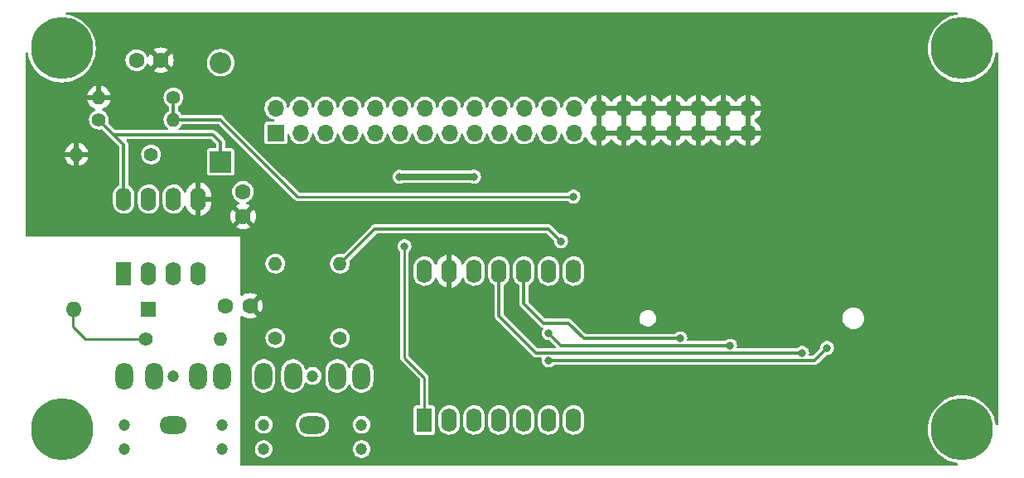
<source format=gbl>
%TF.GenerationSoftware,KiCad,Pcbnew,(6.0.1)*%
%TF.CreationDate,2022-10-12T18:45:10-04:00*%
%TF.ProjectId,MOD-XIAO-RP2040-CPU,4d4f442d-5849-4414-9f2d-525032303430,rev?*%
%TF.SameCoordinates,Original*%
%TF.FileFunction,Copper,L2,Bot*%
%TF.FilePolarity,Positive*%
%FSLAX46Y46*%
G04 Gerber Fmt 4.6, Leading zero omitted, Abs format (unit mm)*
G04 Created by KiCad (PCBNEW (6.0.1)) date 2022-10-12 18:45:10*
%MOMM*%
%LPD*%
G01*
G04 APERTURE LIST*
%TA.AperFunction,ComponentPad*%
%ADD10C,6.350000*%
%TD*%
%TA.AperFunction,ComponentPad*%
%ADD11C,1.600000*%
%TD*%
%TA.AperFunction,ComponentPad*%
%ADD12C,1.400000*%
%TD*%
%TA.AperFunction,ComponentPad*%
%ADD13O,1.400000X1.400000*%
%TD*%
%TA.AperFunction,ComponentPad*%
%ADD14R,1.600000X2.400000*%
%TD*%
%TA.AperFunction,ComponentPad*%
%ADD15O,1.600000X2.400000*%
%TD*%
%TA.AperFunction,ComponentPad*%
%ADD16C,1.200000*%
%TD*%
%TA.AperFunction,ComponentPad*%
%ADD17O,1.800000X2.800000*%
%TD*%
%TA.AperFunction,ComponentPad*%
%ADD18O,2.800000X1.800000*%
%TD*%
%TA.AperFunction,ComponentPad*%
%ADD19R,2.200000X2.200000*%
%TD*%
%TA.AperFunction,ComponentPad*%
%ADD20O,2.200000X2.200000*%
%TD*%
%TA.AperFunction,ComponentPad*%
%ADD21R,1.600000X1.600000*%
%TD*%
%TA.AperFunction,ComponentPad*%
%ADD22O,1.600000X1.600000*%
%TD*%
%TA.AperFunction,ComponentPad*%
%ADD23R,1.700000X1.700000*%
%TD*%
%TA.AperFunction,ComponentPad*%
%ADD24O,1.700000X1.700000*%
%TD*%
%TA.AperFunction,ViaPad*%
%ADD25C,0.800000*%
%TD*%
%TA.AperFunction,Conductor*%
%ADD26C,0.304800*%
%TD*%
%TA.AperFunction,Conductor*%
%ADD27C,0.250000*%
%TD*%
%TA.AperFunction,Conductor*%
%ADD28C,0.635000*%
%TD*%
G04 APERTURE END LIST*
D10*
%TO.P,MTG1,1*%
%TO.N,N/C*%
X94000000Y-83000000D03*
%TD*%
D11*
%TO.P,C2,1*%
%TO.N,Net-(J2-PadS)*%
X110744000Y-70358000D03*
%TO.P,C2,2*%
%TO.N,GND*%
X113244000Y-70358000D03*
%TD*%
D12*
%TO.P,R6,1*%
%TO.N,/D7*%
X105410000Y-49022000D03*
D13*
%TO.P,R6,2*%
%TO.N,GND*%
X97790000Y-49022000D03*
%TD*%
D14*
%TO.P,U1,1,D0/P26*%
%TO.N,/A0*%
X131064000Y-82042000D03*
D15*
%TO.P,U1,2,D1/P27*%
%TO.N,/A1*%
X133604000Y-82042000D03*
%TO.P,U1,3,D2/A2*%
%TO.N,/A2*%
X136144000Y-82042000D03*
%TO.P,U1,4,D3/A3*%
%TO.N,/A3*%
X138684000Y-82042000D03*
%TO.P,U1,5,D4/SDA*%
%TO.N,/D4*%
X141224000Y-82042000D03*
%TO.P,U1,6,D5/SCL*%
%TO.N,/D5*%
X143764000Y-82042000D03*
%TO.P,U1,7,D6/TX/A6*%
%TO.N,/D6*%
X146304000Y-82042000D03*
%TO.P,U1,8,D7/RX/A7*%
%TO.N,/D7*%
X146304000Y-66802000D03*
%TO.P,U1,9,D8/SCK/A8*%
%TO.N,/D8*%
X143764000Y-66802000D03*
%TO.P,U1,10,D9/MISO/A9*%
%TO.N,/D9*%
X141224000Y-66802000D03*
%TO.P,U1,11,D10/MOSI/A10*%
%TO.N,/D10*%
X138684000Y-66802000D03*
%TO.P,U1,12,3.3V*%
%TO.N,+3V3*%
X136144000Y-66802000D03*
%TO.P,U1,13,GND*%
%TO.N,GND*%
X133604000Y-66802000D03*
%TO.P,U1,14,5V*%
%TO.N,+5VA*%
X131064000Y-66802000D03*
%TD*%
D16*
%TO.P,J2,90*%
%TO.N,N/C*%
X100410000Y-82533998D03*
X105410000Y-77533998D03*
X110410000Y-85033998D03*
X100410000Y-85033998D03*
X110410000Y-82533998D03*
D17*
%TO.P,J2,R*%
%TO.N,/MIDI_PIN4_RX*%
X100410000Y-77533998D03*
%TO.P,J2,RN*%
%TO.N,N/C*%
X103410000Y-77533998D03*
D18*
%TO.P,J2,S*%
%TO.N,Net-(J2-PadS)*%
X105410000Y-82533998D03*
D17*
%TO.P,J2,T*%
%TO.N,/MIDI_PIN5_RX*%
X110410000Y-77533998D03*
%TO.P,J2,TN*%
%TO.N,N/C*%
X107910000Y-77533998D03*
%TD*%
D19*
%TO.P,D1,1,K*%
%TO.N,+5VA*%
X110236000Y-55626000D03*
D20*
%TO.P,D1,2,A*%
%TO.N,+5V*%
X110236000Y-45466000D03*
%TD*%
D12*
%TO.P,R1,1*%
%TO.N,Net-(D2-Pad2)*%
X102616000Y-73787000D03*
D13*
%TO.P,R1,2*%
%TO.N,/MIDI_PIN5_RX*%
X110236000Y-73787000D03*
%TD*%
D10*
%TO.P,MTG3,1*%
%TO.N,N/C*%
X94000000Y-44000000D03*
%TD*%
D12*
%TO.P,R5,1*%
%TO.N,Net-(J4-PadT)*%
X122428000Y-73660000D03*
D13*
%TO.P,R5,2*%
%TO.N,/D6*%
X122428000Y-66040000D03*
%TD*%
D12*
%TO.P,R4,1*%
%TO.N,Net-(J4-PadR)*%
X115824000Y-73660000D03*
D13*
%TO.P,R4,2*%
%TO.N,+5VA*%
X115824000Y-66040000D03*
%TD*%
D21*
%TO.P,D2,1,K*%
%TO.N,/MIDI_PIN4_RX*%
X102870000Y-70739000D03*
D22*
%TO.P,D2,2,A*%
%TO.N,Net-(D2-Pad2)*%
X95250000Y-70739000D03*
%TD*%
D11*
%TO.P,C3,1*%
%TO.N,+5VA*%
X112522000Y-58694000D03*
%TO.P,C3,2*%
%TO.N,GND*%
X112522000Y-61194000D03*
%TD*%
D23*
%TO.P,J1,1,Pin_1*%
%TO.N,+5V*%
X115875000Y-52650000D03*
D24*
%TO.P,J1,2,Pin_2*%
X115875000Y-50110000D03*
%TO.P,J1,3,Pin_3*%
X118415000Y-52650000D03*
%TO.P,J1,4,Pin_4*%
X118415000Y-50110000D03*
%TO.P,J1,5,Pin_5*%
%TO.N,+5VA*%
X120955000Y-52650000D03*
%TO.P,J1,6,Pin_6*%
X120955000Y-50110000D03*
%TO.P,J1,7,Pin_7*%
X123495000Y-52650000D03*
%TO.P,J1,8,Pin_8*%
X123495000Y-50110000D03*
%TO.P,J1,9,Pin_9*%
%TO.N,+3V3*%
X126035000Y-52650000D03*
%TO.P,J1,10,Pin_10*%
X126035000Y-50110000D03*
%TO.P,J1,11,Pin_11*%
X128575000Y-52650000D03*
%TO.P,J1,12,Pin_12*%
X128575000Y-50110000D03*
%TO.P,J1,13,Pin_13*%
%TO.N,unconnected-(J1-Pad13)*%
X131115000Y-52650000D03*
%TO.P,J1,14,Pin_14*%
%TO.N,/A0*%
X131115000Y-50110000D03*
%TO.P,J1,15,Pin_15*%
%TO.N,unconnected-(J1-Pad15)*%
X133655000Y-52650000D03*
%TO.P,J1,16,Pin_16*%
%TO.N,/A1*%
X133655000Y-50110000D03*
%TO.P,J1,17,Pin_17*%
%TO.N,unconnected-(J1-Pad17)*%
X136195000Y-52650000D03*
%TO.P,J1,18,Pin_18*%
%TO.N,/A2*%
X136195000Y-50110000D03*
%TO.P,J1,19,Pin_19*%
%TO.N,/D10*%
X138735000Y-52650000D03*
%TO.P,J1,20,Pin_20*%
%TO.N,/A3*%
X138735000Y-50110000D03*
%TO.P,J1,21,Pin_21*%
%TO.N,/D9*%
X141275000Y-52650000D03*
%TO.P,J1,22,Pin_22*%
%TO.N,/D4*%
X141275000Y-50110000D03*
%TO.P,J1,23,Pin_23*%
%TO.N,/D8*%
X143815000Y-52650000D03*
%TO.P,J1,24,Pin_24*%
%TO.N,/D5*%
X143815000Y-50110000D03*
%TO.P,J1,25,Pin_25*%
%TO.N,/D7*%
X146355000Y-52650000D03*
%TO.P,J1,26,Pin_26*%
%TO.N,/D6*%
X146355000Y-50110000D03*
%TO.P,J1,27,Pin_27*%
%TO.N,GND*%
X148895000Y-52650000D03*
%TO.P,J1,28,Pin_28*%
X148895000Y-50110000D03*
%TO.P,J1,29,Pin_29*%
X151435000Y-52650000D03*
%TO.P,J1,30,Pin_30*%
X151435000Y-50110000D03*
%TO.P,J1,31,Pin_31*%
X153975000Y-52650000D03*
%TO.P,J1,32,Pin_32*%
X153975000Y-50110000D03*
%TO.P,J1,33,Pin_33*%
X156515000Y-52650000D03*
%TO.P,J1,34,Pin_34*%
X156515000Y-50110000D03*
%TO.P,J1,35,Pin_35*%
X159055000Y-52650000D03*
%TO.P,J1,36,Pin_36*%
X159055000Y-50110000D03*
%TO.P,J1,37,Pin_37*%
X161595000Y-52650000D03*
%TO.P,J1,38,Pin_38*%
X161595000Y-50110000D03*
%TO.P,J1,39,Pin_39*%
X164135000Y-52650000D03*
%TO.P,J1,40,Pin_40*%
X164135000Y-50110000D03*
%TD*%
D12*
%TO.P,R3,1*%
%TO.N,+5VA*%
X97790000Y-51308000D03*
D13*
%TO.P,R3,2*%
%TO.N,/D7*%
X105410000Y-51308000D03*
%TD*%
D12*
%TO.P,R2,1*%
%TO.N,Net-(R2-Pad1)*%
X103124000Y-54864000D03*
D13*
%TO.P,R2,2*%
%TO.N,GND*%
X95504000Y-54864000D03*
%TD*%
D16*
%TO.P,J4,90*%
%TO.N,N/C*%
X124634000Y-82534000D03*
X114634000Y-82534000D03*
X119634000Y-77534000D03*
X124634000Y-85034000D03*
X114634000Y-85034000D03*
D17*
%TO.P,J4,R*%
%TO.N,Net-(J4-PadR)*%
X114634000Y-77534000D03*
%TO.P,J4,RN*%
%TO.N,N/C*%
X117634000Y-77534000D03*
D18*
%TO.P,J4,S*%
%TO.N,unconnected-(J4-PadS)*%
X119634000Y-82534000D03*
D17*
%TO.P,J4,T*%
%TO.N,Net-(J4-PadT)*%
X124634000Y-77534000D03*
%TO.P,J4,TN*%
%TO.N,N/C*%
X122134000Y-77534000D03*
%TD*%
D11*
%TO.P,C1,1*%
%TO.N,+3V3*%
X101620000Y-45212000D03*
%TO.P,C1,2*%
%TO.N,GND*%
X104120000Y-45212000D03*
%TD*%
D14*
%TO.P,U2,1,NC*%
%TO.N,unconnected-(U2-Pad1)*%
X100340000Y-67046000D03*
D15*
%TO.P,U2,2,C1*%
%TO.N,/MIDI_PIN4_RX*%
X102880000Y-67046000D03*
%TO.P,U2,3,C2*%
%TO.N,Net-(D2-Pad2)*%
X105420000Y-67046000D03*
%TO.P,U2,4,NC*%
%TO.N,unconnected-(U2-Pad4)*%
X107960000Y-67046000D03*
%TO.P,U2,5,GND*%
%TO.N,GND*%
X107960000Y-59426000D03*
%TO.P,U2,6,VO2*%
%TO.N,/D7*%
X105420000Y-59426000D03*
%TO.P,U2,7,VO1*%
%TO.N,Net-(R2-Pad1)*%
X102880000Y-59426000D03*
%TO.P,U2,8,VCC*%
%TO.N,+5VA*%
X100340000Y-59426000D03*
%TD*%
D10*
%TO.P,MTG2,1*%
%TO.N,N/C*%
X186000000Y-83000000D03*
%TD*%
%TO.P,MTG4,1*%
%TO.N,N/C*%
X186000000Y-44000000D03*
%TD*%
D25*
%TO.N,GND*%
X167386000Y-67310000D03*
X159766000Y-67310000D03*
%TO.N,/D5*%
X143764000Y-75946000D03*
X172212000Y-74676000D03*
%TO.N,/D6*%
X145034000Y-63754000D03*
%TO.N,/D7*%
X146304000Y-59182000D03*
%TO.N,/D8*%
X143764000Y-73152000D03*
X162306000Y-74432100D03*
%TO.N,/D9*%
X157226000Y-73680200D03*
%TO.N,/D10*%
X169672000Y-75184000D03*
%TO.N,/A0*%
X129032000Y-64262000D03*
%TO.N,+3V3*%
X128524000Y-57150000D03*
X136144000Y-57150000D03*
%TD*%
D26*
%TO.N,/D5*%
X143764000Y-75946000D02*
X170942000Y-75946000D01*
X170942000Y-75946000D02*
X172212000Y-74676000D01*
%TO.N,/D6*%
X122428000Y-66040000D02*
X125984000Y-62484000D01*
X143764000Y-62484000D02*
X145034000Y-63754000D01*
X125984000Y-62484000D02*
X143764000Y-62484000D01*
D27*
%TO.N,/D7*%
X110236000Y-51308000D02*
X118110000Y-59182000D01*
D26*
X105410000Y-49022000D02*
X105410000Y-51308000D01*
X105410000Y-51308000D02*
X110236000Y-51308000D01*
D27*
X118110000Y-59182000D02*
X146304000Y-59182000D01*
D26*
%TO.N,/D8*%
X145044100Y-74432100D02*
X162306000Y-74432100D01*
X145044100Y-74432100D02*
X143764000Y-73152000D01*
%TO.N,/D9*%
X141224000Y-70104000D02*
X141224000Y-66802000D01*
X145796000Y-72136000D02*
X143256000Y-72136000D01*
X157226000Y-73680200D02*
X147340200Y-73680200D01*
X143256000Y-72136000D02*
X141224000Y-70104000D01*
X147340200Y-73680200D02*
X145796000Y-72136000D01*
%TO.N,/D10*%
X169672000Y-75184000D02*
X142494000Y-75184000D01*
X142494000Y-75184000D02*
X138684000Y-71374000D01*
X138684000Y-71374000D02*
X138684000Y-66802000D01*
D27*
%TO.N,/A0*%
X129032000Y-75692000D02*
X131064000Y-77724000D01*
X129032000Y-64262000D02*
X129032000Y-75692000D01*
X131064000Y-77724000D02*
X131064000Y-82042000D01*
D26*
%TO.N,+5VA*%
X109474000Y-52832000D02*
X99314000Y-52832000D01*
X100340000Y-53858000D02*
X99314000Y-52832000D01*
X100340000Y-59426000D02*
X100340000Y-53858000D01*
X110236000Y-53594000D02*
X109474000Y-52832000D01*
X99314000Y-52832000D02*
X97790000Y-51308000D01*
X110236000Y-55626000D02*
X110236000Y-53594000D01*
D28*
%TO.N,+3V3*%
X128524000Y-57150000D02*
X136144000Y-57150000D01*
D27*
%TO.N,Net-(D2-Pad2)*%
X96393000Y-73787000D02*
X95123000Y-72517000D01*
X102616000Y-73787000D02*
X96393000Y-73787000D01*
X95123000Y-72517000D02*
X95123000Y-70866000D01*
%TD*%
%TA.AperFunction,Conductor*%
%TO.N,GND*%
G36*
X185550059Y-40324802D02*
G01*
X185596552Y-40378458D01*
X185606656Y-40448732D01*
X185577162Y-40513312D01*
X185517436Y-40551696D01*
X185501650Y-40555249D01*
X185275412Y-40591081D01*
X184923052Y-40685496D01*
X184582492Y-40816225D01*
X184579552Y-40817723D01*
X184260403Y-40980337D01*
X184260396Y-40980341D01*
X184257462Y-40981836D01*
X183951524Y-41180514D01*
X183668029Y-41410084D01*
X183410084Y-41668029D01*
X183180514Y-41951524D01*
X182981836Y-42257462D01*
X182816225Y-42582492D01*
X182685496Y-42923052D01*
X182591081Y-43275412D01*
X182534016Y-43635710D01*
X182514924Y-44000000D01*
X182515097Y-44003301D01*
X182522605Y-44146550D01*
X182534016Y-44364290D01*
X182534529Y-44367530D01*
X182534530Y-44367538D01*
X182555023Y-44496923D01*
X182591081Y-44724588D01*
X182685496Y-45076948D01*
X182816225Y-45417508D01*
X182817723Y-45420448D01*
X182944125Y-45668525D01*
X182981836Y-45742538D01*
X182983632Y-45745304D01*
X182983634Y-45745307D01*
X183076093Y-45887682D01*
X183180514Y-46048476D01*
X183410084Y-46331971D01*
X183668029Y-46589916D01*
X183951524Y-46819486D01*
X184257462Y-47018164D01*
X184260396Y-47019659D01*
X184260403Y-47019663D01*
X184579552Y-47182277D01*
X184582492Y-47183775D01*
X184923052Y-47314504D01*
X185275412Y-47408919D01*
X185466987Y-47439261D01*
X185632462Y-47465470D01*
X185632470Y-47465471D01*
X185635710Y-47465984D01*
X186000000Y-47485076D01*
X186364290Y-47465984D01*
X186367530Y-47465471D01*
X186367538Y-47465470D01*
X186533013Y-47439261D01*
X186724588Y-47408919D01*
X187076948Y-47314504D01*
X187417508Y-47183775D01*
X187420448Y-47182277D01*
X187739597Y-47019663D01*
X187739604Y-47019659D01*
X187742538Y-47018164D01*
X188048476Y-46819486D01*
X188331971Y-46589916D01*
X188589916Y-46331971D01*
X188819486Y-46048476D01*
X188923907Y-45887682D01*
X189016366Y-45745307D01*
X189016368Y-45745304D01*
X189018164Y-45742538D01*
X189055876Y-45668525D01*
X189182277Y-45420448D01*
X189183775Y-45417508D01*
X189314504Y-45076948D01*
X189408919Y-44724588D01*
X189444751Y-44498351D01*
X189475163Y-44434198D01*
X189535431Y-44396671D01*
X189606421Y-44397685D01*
X189665593Y-44436918D01*
X189694161Y-44501913D01*
X189695200Y-44518062D01*
X189695200Y-82481938D01*
X189675198Y-82550059D01*
X189621542Y-82596552D01*
X189551268Y-82606656D01*
X189486688Y-82577162D01*
X189448304Y-82517436D01*
X189444751Y-82501649D01*
X189441629Y-82481938D01*
X189408919Y-82275412D01*
X189314504Y-81923052D01*
X189289351Y-81857525D01*
X189247902Y-81749549D01*
X189183775Y-81582492D01*
X189144477Y-81505365D01*
X189019663Y-81260403D01*
X189019659Y-81260396D01*
X189018164Y-81257462D01*
X188819486Y-80951524D01*
X188589916Y-80668029D01*
X188331971Y-80410084D01*
X188048476Y-80180514D01*
X187742538Y-79981836D01*
X187739604Y-79980341D01*
X187739597Y-79980337D01*
X187420448Y-79817723D01*
X187417508Y-79816225D01*
X187076948Y-79685496D01*
X186724588Y-79591081D01*
X186533013Y-79560739D01*
X186367538Y-79534530D01*
X186367530Y-79534529D01*
X186364290Y-79534016D01*
X186000000Y-79514924D01*
X185635710Y-79534016D01*
X185632470Y-79534529D01*
X185632462Y-79534530D01*
X185466987Y-79560739D01*
X185275412Y-79591081D01*
X184923052Y-79685496D01*
X184582492Y-79816225D01*
X184579552Y-79817723D01*
X184260403Y-79980337D01*
X184260396Y-79980341D01*
X184257462Y-79981836D01*
X183951524Y-80180514D01*
X183668029Y-80410084D01*
X183410084Y-80668029D01*
X183180514Y-80951524D01*
X182981836Y-81257462D01*
X182980341Y-81260396D01*
X182980337Y-81260403D01*
X182855523Y-81505365D01*
X182816225Y-81582492D01*
X182752098Y-81749549D01*
X182710650Y-81857525D01*
X182685496Y-81923052D01*
X182591081Y-82275412D01*
X182579061Y-82351305D01*
X182535999Y-82623191D01*
X182534016Y-82635710D01*
X182514924Y-83000000D01*
X182534016Y-83364290D01*
X182534529Y-83367530D01*
X182534530Y-83367538D01*
X182554217Y-83491836D01*
X182591081Y-83724588D01*
X182685496Y-84076948D01*
X182816225Y-84417508D01*
X182981836Y-84742538D01*
X183180514Y-85048476D01*
X183410084Y-85331971D01*
X183668029Y-85589916D01*
X183951524Y-85819486D01*
X184257462Y-86018164D01*
X184260396Y-86019659D01*
X184260403Y-86019663D01*
X184363998Y-86072447D01*
X184582492Y-86183775D01*
X184923052Y-86314504D01*
X185275412Y-86408919D01*
X185501649Y-86444751D01*
X185565802Y-86475163D01*
X185603329Y-86535431D01*
X185602315Y-86606421D01*
X185563082Y-86665593D01*
X185498087Y-86694161D01*
X185481938Y-86695200D01*
X112394000Y-86695200D01*
X112325879Y-86675198D01*
X112279386Y-86621542D01*
X112268000Y-86569200D01*
X112268000Y-85034000D01*
X113723713Y-85034000D01*
X113743605Y-85223259D01*
X113802411Y-85404247D01*
X113897562Y-85569053D01*
X113901980Y-85573960D01*
X113901981Y-85573961D01*
X113916347Y-85589916D01*
X114024899Y-85710475D01*
X114123043Y-85781781D01*
X114172068Y-85817400D01*
X114178856Y-85822332D01*
X114184885Y-85825016D01*
X114184888Y-85825018D01*
X114346670Y-85897047D01*
X114346673Y-85897048D01*
X114352706Y-85899734D01*
X114393382Y-85908380D01*
X114532392Y-85937928D01*
X114532396Y-85937928D01*
X114538849Y-85939300D01*
X114729151Y-85939300D01*
X114735604Y-85937928D01*
X114735608Y-85937928D01*
X114874618Y-85908380D01*
X114915294Y-85899734D01*
X114921327Y-85897048D01*
X114921330Y-85897047D01*
X115083112Y-85825018D01*
X115083115Y-85825016D01*
X115089144Y-85822332D01*
X115095933Y-85817400D01*
X115144957Y-85781781D01*
X115243101Y-85710475D01*
X115351653Y-85589916D01*
X115366019Y-85573961D01*
X115366020Y-85573960D01*
X115370438Y-85569053D01*
X115465589Y-85404247D01*
X115524395Y-85223259D01*
X115544287Y-85034000D01*
X123723713Y-85034000D01*
X123743605Y-85223259D01*
X123802411Y-85404247D01*
X123897562Y-85569053D01*
X123901980Y-85573960D01*
X123901981Y-85573961D01*
X123916347Y-85589916D01*
X124024899Y-85710475D01*
X124123043Y-85781781D01*
X124172068Y-85817400D01*
X124178856Y-85822332D01*
X124184885Y-85825016D01*
X124184888Y-85825018D01*
X124346670Y-85897047D01*
X124346673Y-85897048D01*
X124352706Y-85899734D01*
X124393382Y-85908380D01*
X124532392Y-85937928D01*
X124532396Y-85937928D01*
X124538849Y-85939300D01*
X124729151Y-85939300D01*
X124735604Y-85937928D01*
X124735608Y-85937928D01*
X124874618Y-85908380D01*
X124915294Y-85899734D01*
X124921327Y-85897048D01*
X124921330Y-85897047D01*
X125083112Y-85825018D01*
X125083115Y-85825016D01*
X125089144Y-85822332D01*
X125095933Y-85817400D01*
X125144957Y-85781781D01*
X125243101Y-85710475D01*
X125351653Y-85589916D01*
X125366019Y-85573961D01*
X125366020Y-85573960D01*
X125370438Y-85569053D01*
X125465589Y-85404247D01*
X125524395Y-85223259D01*
X125544287Y-85034000D01*
X125524395Y-84844741D01*
X125465589Y-84663753D01*
X125370438Y-84498947D01*
X125243101Y-84357525D01*
X125089144Y-84245668D01*
X125083115Y-84242984D01*
X125083112Y-84242982D01*
X124921330Y-84170953D01*
X124921327Y-84170952D01*
X124915294Y-84168266D01*
X124874618Y-84159620D01*
X124735608Y-84130072D01*
X124735604Y-84130072D01*
X124729151Y-84128700D01*
X124538849Y-84128700D01*
X124532396Y-84130072D01*
X124532392Y-84130072D01*
X124445777Y-84148483D01*
X124352706Y-84168266D01*
X124346676Y-84170951D01*
X124346675Y-84170951D01*
X124184887Y-84242983D01*
X124184885Y-84242984D01*
X124178857Y-84245668D01*
X124024899Y-84357525D01*
X123897562Y-84498947D01*
X123802411Y-84663753D01*
X123743605Y-84844741D01*
X123723713Y-85034000D01*
X115544287Y-85034000D01*
X115524395Y-84844741D01*
X115465589Y-84663753D01*
X115370438Y-84498947D01*
X115243101Y-84357525D01*
X115089144Y-84245668D01*
X115083115Y-84242984D01*
X115083112Y-84242982D01*
X114921330Y-84170953D01*
X114921327Y-84170952D01*
X114915294Y-84168266D01*
X114874618Y-84159620D01*
X114735608Y-84130072D01*
X114735604Y-84130072D01*
X114729151Y-84128700D01*
X114538849Y-84128700D01*
X114532396Y-84130072D01*
X114532392Y-84130072D01*
X114445777Y-84148483D01*
X114352706Y-84168266D01*
X114346676Y-84170951D01*
X114346675Y-84170951D01*
X114184887Y-84242983D01*
X114184885Y-84242984D01*
X114178857Y-84245668D01*
X114024899Y-84357525D01*
X113897562Y-84498947D01*
X113802411Y-84663753D01*
X113743605Y-84844741D01*
X113723713Y-85034000D01*
X112268000Y-85034000D01*
X112268000Y-82534000D01*
X113723713Y-82534000D01*
X113724403Y-82540565D01*
X113730288Y-82596552D01*
X113743605Y-82723259D01*
X113802411Y-82904247D01*
X113897562Y-83069053D01*
X114024899Y-83210475D01*
X114066259Y-83240525D01*
X114154441Y-83304593D01*
X114178856Y-83322332D01*
X114184885Y-83325016D01*
X114184888Y-83325018D01*
X114346670Y-83397047D01*
X114346673Y-83397048D01*
X114352706Y-83399734D01*
X114386984Y-83407020D01*
X114532392Y-83437928D01*
X114532396Y-83437928D01*
X114538849Y-83439300D01*
X114729151Y-83439300D01*
X114735604Y-83437928D01*
X114735608Y-83437928D01*
X114881016Y-83407020D01*
X114915294Y-83399734D01*
X114921327Y-83397048D01*
X114921330Y-83397047D01*
X115083112Y-83325018D01*
X115083115Y-83325016D01*
X115089144Y-83322332D01*
X115113560Y-83304593D01*
X115201741Y-83240525D01*
X115243101Y-83210475D01*
X115370438Y-83069053D01*
X115465589Y-82904247D01*
X115524395Y-82723259D01*
X115534305Y-82628972D01*
X117927267Y-82628972D01*
X117964782Y-82847291D01*
X118041453Y-83055118D01*
X118044405Y-83060079D01*
X118044405Y-83060080D01*
X118136191Y-83214358D01*
X118154714Y-83245493D01*
X118300772Y-83412040D01*
X118474734Y-83549181D01*
X118479850Y-83551872D01*
X118479852Y-83551874D01*
X118511729Y-83568645D01*
X118670775Y-83652323D01*
X118882330Y-83718012D01*
X118888067Y-83718691D01*
X119058503Y-83738864D01*
X119058510Y-83738864D01*
X119062190Y-83739300D01*
X120190200Y-83739300D01*
X120278977Y-83731143D01*
X120348836Y-83724724D01*
X120348839Y-83724723D01*
X120354590Y-83724195D01*
X120366280Y-83720898D01*
X120562233Y-83665633D01*
X120562235Y-83665632D01*
X120567792Y-83664065D01*
X120572968Y-83661513D01*
X120572972Y-83661511D01*
X120761285Y-83568645D01*
X120766466Y-83566090D01*
X120786672Y-83551002D01*
X120939335Y-83437003D01*
X120939336Y-83437002D01*
X120943959Y-83433550D01*
X121046968Y-83322116D01*
X121090407Y-83275124D01*
X121090409Y-83275121D01*
X121094326Y-83270884D01*
X121186294Y-83125123D01*
X121209450Y-83088423D01*
X121209452Y-83088418D01*
X121212531Y-83083539D01*
X121294617Y-82877790D01*
X121298222Y-82859668D01*
X121336706Y-82666196D01*
X121336706Y-82666191D01*
X121337833Y-82660528D01*
X121337946Y-82651958D01*
X121339490Y-82534000D01*
X123723713Y-82534000D01*
X123724403Y-82540565D01*
X123730288Y-82596552D01*
X123743605Y-82723259D01*
X123802411Y-82904247D01*
X123897562Y-83069053D01*
X124024899Y-83210475D01*
X124066259Y-83240525D01*
X124154441Y-83304593D01*
X124178856Y-83322332D01*
X124184885Y-83325016D01*
X124184888Y-83325018D01*
X124346670Y-83397047D01*
X124346673Y-83397048D01*
X124352706Y-83399734D01*
X124386984Y-83407020D01*
X124532392Y-83437928D01*
X124532396Y-83437928D01*
X124538849Y-83439300D01*
X124729151Y-83439300D01*
X124735604Y-83437928D01*
X124735608Y-83437928D01*
X124881016Y-83407020D01*
X124915294Y-83399734D01*
X124921327Y-83397048D01*
X124921330Y-83397047D01*
X125083112Y-83325018D01*
X125083115Y-83325016D01*
X125089144Y-83322332D01*
X125113560Y-83304593D01*
X125201741Y-83240525D01*
X125243101Y-83210475D01*
X125370438Y-83069053D01*
X125465589Y-82904247D01*
X125524395Y-82723259D01*
X125537713Y-82596552D01*
X125543597Y-82540565D01*
X125544287Y-82534000D01*
X125524395Y-82344741D01*
X125465589Y-82163753D01*
X125370438Y-81998947D01*
X125243101Y-81857525D01*
X125089144Y-81745668D01*
X125083115Y-81742984D01*
X125083112Y-81742982D01*
X124921330Y-81670953D01*
X124921327Y-81670952D01*
X124915294Y-81668266D01*
X124857390Y-81655958D01*
X124735608Y-81630072D01*
X124735604Y-81630072D01*
X124729151Y-81628700D01*
X124538849Y-81628700D01*
X124532396Y-81630072D01*
X124532392Y-81630072D01*
X124445778Y-81648483D01*
X124352706Y-81668266D01*
X124346676Y-81670951D01*
X124346675Y-81670951D01*
X124184887Y-81742983D01*
X124184885Y-81742984D01*
X124178857Y-81745668D01*
X124173516Y-81749548D01*
X124173515Y-81749549D01*
X124073100Y-81822505D01*
X124024899Y-81857525D01*
X123897562Y-81998947D01*
X123802411Y-82163753D01*
X123743605Y-82344741D01*
X123723713Y-82534000D01*
X121339490Y-82534000D01*
X121339490Y-82533998D01*
X121340733Y-82439028D01*
X121303218Y-82220709D01*
X121226547Y-82012882D01*
X121171266Y-81919962D01*
X121116242Y-81827475D01*
X121116240Y-81827472D01*
X121113286Y-81822507D01*
X120967228Y-81655960D01*
X120793266Y-81518819D01*
X120788150Y-81516128D01*
X120788148Y-81516126D01*
X120602342Y-81418369D01*
X120602340Y-81418368D01*
X120597225Y-81415677D01*
X120385670Y-81349988D01*
X120370021Y-81348136D01*
X120209497Y-81329136D01*
X120209490Y-81329136D01*
X120205810Y-81328700D01*
X119077800Y-81328700D01*
X118989023Y-81336857D01*
X118919164Y-81343276D01*
X118919161Y-81343277D01*
X118913410Y-81343805D01*
X118907851Y-81345373D01*
X118907850Y-81345373D01*
X118705767Y-81402367D01*
X118705765Y-81402368D01*
X118700208Y-81403935D01*
X118695032Y-81406487D01*
X118695028Y-81406489D01*
X118631092Y-81438019D01*
X118501534Y-81501910D01*
X118496908Y-81505364D01*
X118496907Y-81505365D01*
X118393621Y-81582492D01*
X118324041Y-81634450D01*
X118292784Y-81668264D01*
X118217645Y-81749549D01*
X118173674Y-81797116D01*
X118157655Y-81822505D01*
X118058550Y-81979577D01*
X118058548Y-81979582D01*
X118055469Y-81984461D01*
X117973383Y-82190210D01*
X117972257Y-82195870D01*
X117972256Y-82195874D01*
X117943894Y-82338462D01*
X117930167Y-82407472D01*
X117927267Y-82628972D01*
X115534305Y-82628972D01*
X115537713Y-82596552D01*
X115543597Y-82540565D01*
X115544287Y-82534000D01*
X115524395Y-82344741D01*
X115465589Y-82163753D01*
X115370438Y-81998947D01*
X115243101Y-81857525D01*
X115089144Y-81745668D01*
X115083115Y-81742984D01*
X115083112Y-81742982D01*
X114921330Y-81670953D01*
X114921327Y-81670952D01*
X114915294Y-81668266D01*
X114857390Y-81655958D01*
X114735608Y-81630072D01*
X114735604Y-81630072D01*
X114729151Y-81628700D01*
X114538849Y-81628700D01*
X114532396Y-81630072D01*
X114532392Y-81630072D01*
X114445778Y-81648483D01*
X114352706Y-81668266D01*
X114346676Y-81670951D01*
X114346675Y-81670951D01*
X114184887Y-81742983D01*
X114184885Y-81742984D01*
X114178857Y-81745668D01*
X114173516Y-81749548D01*
X114173515Y-81749549D01*
X114073100Y-81822505D01*
X114024899Y-81857525D01*
X113897562Y-81998947D01*
X113802411Y-82163753D01*
X113743605Y-82344741D01*
X113723713Y-82534000D01*
X112268000Y-82534000D01*
X112268000Y-78090200D01*
X113428700Y-78090200D01*
X113443805Y-78254590D01*
X113445373Y-78260149D01*
X113445373Y-78260150D01*
X113485128Y-78401107D01*
X113503935Y-78467792D01*
X113506487Y-78472968D01*
X113506489Y-78472972D01*
X113520973Y-78502342D01*
X113601910Y-78666466D01*
X113734450Y-78843959D01*
X113897116Y-78994326D01*
X113927163Y-79013284D01*
X114079577Y-79109450D01*
X114079582Y-79109452D01*
X114084461Y-79112531D01*
X114290210Y-79194617D01*
X114295870Y-79195743D01*
X114295874Y-79195744D01*
X114501804Y-79236706D01*
X114501809Y-79236706D01*
X114507472Y-79237833D01*
X114513247Y-79237909D01*
X114513251Y-79237909D01*
X114622449Y-79239338D01*
X114728972Y-79240733D01*
X114947291Y-79203218D01*
X115155118Y-79126547D01*
X115183856Y-79109450D01*
X115340525Y-79016242D01*
X115340528Y-79016240D01*
X115345493Y-79013286D01*
X115512040Y-78867228D01*
X115649181Y-78693266D01*
X115752323Y-78497225D01*
X115818012Y-78285670D01*
X115826257Y-78216006D01*
X115838864Y-78109497D01*
X115838864Y-78109490D01*
X115839300Y-78105810D01*
X115839300Y-78090200D01*
X116428700Y-78090200D01*
X116443805Y-78254590D01*
X116445373Y-78260149D01*
X116445373Y-78260150D01*
X116485128Y-78401107D01*
X116503935Y-78467792D01*
X116506487Y-78472968D01*
X116506489Y-78472972D01*
X116520973Y-78502342D01*
X116601910Y-78666466D01*
X116734450Y-78843959D01*
X116897116Y-78994326D01*
X116927163Y-79013284D01*
X117079577Y-79109450D01*
X117079582Y-79109452D01*
X117084461Y-79112531D01*
X117290210Y-79194617D01*
X117295870Y-79195743D01*
X117295874Y-79195744D01*
X117501804Y-79236706D01*
X117501809Y-79236706D01*
X117507472Y-79237833D01*
X117513247Y-79237909D01*
X117513251Y-79237909D01*
X117622449Y-79239338D01*
X117728972Y-79240733D01*
X117947291Y-79203218D01*
X118155118Y-79126547D01*
X118183856Y-79109450D01*
X118340525Y-79016242D01*
X118340528Y-79016240D01*
X118345493Y-79013286D01*
X118512040Y-78867228D01*
X118649181Y-78693266D01*
X118752323Y-78497225D01*
X118782168Y-78401107D01*
X118816300Y-78291185D01*
X118816301Y-78291181D01*
X118818012Y-78285670D01*
X118818691Y-78279933D01*
X118819000Y-78278480D01*
X118852728Y-78216006D01*
X118914877Y-78181685D01*
X118985716Y-78186412D01*
X119024041Y-78209522D01*
X119024899Y-78210475D01*
X119032512Y-78216006D01*
X119128393Y-78285668D01*
X119178856Y-78322332D01*
X119184885Y-78325016D01*
X119184888Y-78325018D01*
X119346670Y-78397047D01*
X119346673Y-78397048D01*
X119352706Y-78399734D01*
X119380609Y-78405665D01*
X119532392Y-78437928D01*
X119532396Y-78437928D01*
X119538849Y-78439300D01*
X119729151Y-78439300D01*
X119735604Y-78437928D01*
X119735608Y-78437928D01*
X119887391Y-78405665D01*
X119915294Y-78399734D01*
X119921327Y-78397048D01*
X119921330Y-78397047D01*
X120083112Y-78325018D01*
X120083115Y-78325016D01*
X120089144Y-78322332D01*
X120243101Y-78210475D01*
X120247523Y-78205564D01*
X120351397Y-78090200D01*
X120928700Y-78090200D01*
X120943805Y-78254590D01*
X120945373Y-78260149D01*
X120945373Y-78260150D01*
X120985128Y-78401107D01*
X121003935Y-78467792D01*
X121006487Y-78472968D01*
X121006489Y-78472972D01*
X121020973Y-78502342D01*
X121101910Y-78666466D01*
X121234450Y-78843959D01*
X121397116Y-78994326D01*
X121427163Y-79013284D01*
X121579577Y-79109450D01*
X121579582Y-79109452D01*
X121584461Y-79112531D01*
X121790210Y-79194617D01*
X121795870Y-79195743D01*
X121795874Y-79195744D01*
X122001804Y-79236706D01*
X122001809Y-79236706D01*
X122007472Y-79237833D01*
X122013247Y-79237909D01*
X122013251Y-79237909D01*
X122122449Y-79239338D01*
X122228972Y-79240733D01*
X122447291Y-79203218D01*
X122655118Y-79126547D01*
X122683856Y-79109450D01*
X122840525Y-79016242D01*
X122840528Y-79016240D01*
X122845493Y-79013286D01*
X123012040Y-78867228D01*
X123149181Y-78693266D01*
X123252323Y-78497225D01*
X123262394Y-78464791D01*
X123301697Y-78405665D01*
X123366726Y-78377174D01*
X123436835Y-78388363D01*
X123489765Y-78435680D01*
X123500357Y-78456998D01*
X123502367Y-78462233D01*
X123503935Y-78467792D01*
X123601910Y-78666466D01*
X123734450Y-78843959D01*
X123897116Y-78994326D01*
X123927163Y-79013284D01*
X124079577Y-79109450D01*
X124079582Y-79109452D01*
X124084461Y-79112531D01*
X124290210Y-79194617D01*
X124295870Y-79195743D01*
X124295874Y-79195744D01*
X124501804Y-79236706D01*
X124501809Y-79236706D01*
X124507472Y-79237833D01*
X124513247Y-79237909D01*
X124513251Y-79237909D01*
X124622449Y-79239338D01*
X124728972Y-79240733D01*
X124947291Y-79203218D01*
X125155118Y-79126547D01*
X125183856Y-79109450D01*
X125340525Y-79016242D01*
X125340528Y-79016240D01*
X125345493Y-79013286D01*
X125512040Y-78867228D01*
X125649181Y-78693266D01*
X125752323Y-78497225D01*
X125818012Y-78285670D01*
X125826257Y-78216006D01*
X125838864Y-78109497D01*
X125838864Y-78109490D01*
X125839300Y-78105810D01*
X125839300Y-76977800D01*
X125824195Y-76813410D01*
X125819971Y-76798433D01*
X125765633Y-76605767D01*
X125765632Y-76605765D01*
X125764065Y-76600208D01*
X125752273Y-76576295D01*
X125668645Y-76406715D01*
X125666090Y-76401534D01*
X125656289Y-76388408D01*
X125537003Y-76228665D01*
X125537002Y-76228664D01*
X125533550Y-76224041D01*
X125370884Y-76073674D01*
X125293253Y-76024693D01*
X125188423Y-75958550D01*
X125188418Y-75958548D01*
X125183539Y-75955469D01*
X124977790Y-75873383D01*
X124972130Y-75872257D01*
X124972126Y-75872256D01*
X124766196Y-75831294D01*
X124766191Y-75831294D01*
X124760528Y-75830167D01*
X124754753Y-75830091D01*
X124754749Y-75830091D01*
X124645551Y-75828662D01*
X124539028Y-75827267D01*
X124320709Y-75864782D01*
X124112882Y-75941453D01*
X124107921Y-75944405D01*
X124107920Y-75944405D01*
X123927475Y-76051758D01*
X123927472Y-76051760D01*
X123922507Y-76054714D01*
X123755960Y-76200772D01*
X123618819Y-76374734D01*
X123616128Y-76379850D01*
X123616126Y-76379852D01*
X123518369Y-76565658D01*
X123515677Y-76570775D01*
X123513964Y-76576292D01*
X123513963Y-76576295D01*
X123505606Y-76603209D01*
X123466303Y-76662335D01*
X123401274Y-76690826D01*
X123331165Y-76679637D01*
X123278235Y-76632320D01*
X123267643Y-76611002D01*
X123265631Y-76605762D01*
X123264065Y-76600208D01*
X123166090Y-76401534D01*
X123156289Y-76388408D01*
X123037003Y-76228665D01*
X123037002Y-76228664D01*
X123033550Y-76224041D01*
X122870884Y-76073674D01*
X122793253Y-76024693D01*
X122688423Y-75958550D01*
X122688418Y-75958548D01*
X122683539Y-75955469D01*
X122477790Y-75873383D01*
X122472130Y-75872257D01*
X122472126Y-75872256D01*
X122266196Y-75831294D01*
X122266191Y-75831294D01*
X122260528Y-75830167D01*
X122254753Y-75830091D01*
X122254749Y-75830091D01*
X122145551Y-75828662D01*
X122039028Y-75827267D01*
X121820709Y-75864782D01*
X121612882Y-75941453D01*
X121607921Y-75944405D01*
X121607920Y-75944405D01*
X121427475Y-76051758D01*
X121427472Y-76051760D01*
X121422507Y-76054714D01*
X121255960Y-76200772D01*
X121118819Y-76374734D01*
X121116128Y-76379850D01*
X121116126Y-76379852D01*
X121018369Y-76565658D01*
X121015677Y-76570775D01*
X120949988Y-76782330D01*
X120949309Y-76788067D01*
X120941548Y-76853642D01*
X120928700Y-76962190D01*
X120928700Y-78090200D01*
X120351397Y-78090200D01*
X120366019Y-78073961D01*
X120366020Y-78073960D01*
X120370438Y-78069053D01*
X120465589Y-77904247D01*
X120515842Y-77749584D01*
X120522355Y-77729538D01*
X120522355Y-77729537D01*
X120524395Y-77723259D01*
X120526728Y-77701067D01*
X120543597Y-77540565D01*
X120544287Y-77534000D01*
X120524395Y-77344741D01*
X120465589Y-77163753D01*
X120370438Y-76998947D01*
X120351396Y-76977798D01*
X120247523Y-76862436D01*
X120247522Y-76862435D01*
X120243101Y-76857525D01*
X120089144Y-76745668D01*
X120083115Y-76742984D01*
X120083112Y-76742982D01*
X119921330Y-76670953D01*
X119921327Y-76670952D01*
X119915294Y-76668266D01*
X119874618Y-76659620D01*
X119735608Y-76630072D01*
X119735604Y-76630072D01*
X119729151Y-76628700D01*
X119538849Y-76628700D01*
X119532396Y-76630072D01*
X119532392Y-76630072D01*
X119448149Y-76647979D01*
X119352706Y-76668266D01*
X119346676Y-76670951D01*
X119346675Y-76670951D01*
X119184887Y-76742983D01*
X119184885Y-76742984D01*
X119178857Y-76745668D01*
X119173516Y-76749548D01*
X119173515Y-76749549D01*
X119085621Y-76813408D01*
X119024899Y-76857525D01*
X119023860Y-76858679D01*
X118961542Y-76888585D01*
X118891089Y-76879820D01*
X118836558Y-76834357D01*
X118819971Y-76798433D01*
X118765633Y-76605767D01*
X118765632Y-76605765D01*
X118764065Y-76600208D01*
X118752273Y-76576295D01*
X118668645Y-76406715D01*
X118666090Y-76401534D01*
X118656289Y-76388408D01*
X118537003Y-76228665D01*
X118537002Y-76228664D01*
X118533550Y-76224041D01*
X118370884Y-76073674D01*
X118293253Y-76024693D01*
X118188423Y-75958550D01*
X118188418Y-75958548D01*
X118183539Y-75955469D01*
X117977790Y-75873383D01*
X117972130Y-75872257D01*
X117972126Y-75872256D01*
X117766196Y-75831294D01*
X117766191Y-75831294D01*
X117760528Y-75830167D01*
X117754753Y-75830091D01*
X117754749Y-75830091D01*
X117645551Y-75828662D01*
X117539028Y-75827267D01*
X117320709Y-75864782D01*
X117112882Y-75941453D01*
X117107921Y-75944405D01*
X117107920Y-75944405D01*
X116927475Y-76051758D01*
X116927472Y-76051760D01*
X116922507Y-76054714D01*
X116755960Y-76200772D01*
X116618819Y-76374734D01*
X116616128Y-76379850D01*
X116616126Y-76379852D01*
X116518369Y-76565658D01*
X116515677Y-76570775D01*
X116449988Y-76782330D01*
X116449309Y-76788067D01*
X116441548Y-76853642D01*
X116428700Y-76962190D01*
X116428700Y-78090200D01*
X115839300Y-78090200D01*
X115839300Y-76977800D01*
X115824195Y-76813410D01*
X115819971Y-76798433D01*
X115765633Y-76605767D01*
X115765632Y-76605765D01*
X115764065Y-76600208D01*
X115752273Y-76576295D01*
X115668645Y-76406715D01*
X115666090Y-76401534D01*
X115656289Y-76388408D01*
X115537003Y-76228665D01*
X115537002Y-76228664D01*
X115533550Y-76224041D01*
X115370884Y-76073674D01*
X115293253Y-76024693D01*
X115188423Y-75958550D01*
X115188418Y-75958548D01*
X115183539Y-75955469D01*
X114977790Y-75873383D01*
X114972130Y-75872257D01*
X114972126Y-75872256D01*
X114766196Y-75831294D01*
X114766191Y-75831294D01*
X114760528Y-75830167D01*
X114754753Y-75830091D01*
X114754749Y-75830091D01*
X114645551Y-75828662D01*
X114539028Y-75827267D01*
X114320709Y-75864782D01*
X114112882Y-75941453D01*
X114107921Y-75944405D01*
X114107920Y-75944405D01*
X113927475Y-76051758D01*
X113927472Y-76051760D01*
X113922507Y-76054714D01*
X113755960Y-76200772D01*
X113618819Y-76374734D01*
X113616128Y-76379850D01*
X113616126Y-76379852D01*
X113518369Y-76565658D01*
X113515677Y-76570775D01*
X113449988Y-76782330D01*
X113449309Y-76788067D01*
X113441548Y-76853642D01*
X113428700Y-76962190D01*
X113428700Y-78090200D01*
X112268000Y-78090200D01*
X112268000Y-73645896D01*
X114813934Y-73645896D01*
X114815414Y-73663523D01*
X114828691Y-73821617D01*
X114830432Y-73842354D01*
X114832131Y-73848279D01*
X114880299Y-74016262D01*
X114884773Y-74031866D01*
X114887592Y-74037351D01*
X114972072Y-74201732D01*
X114972075Y-74201737D01*
X114974890Y-74207214D01*
X115097349Y-74361719D01*
X115102042Y-74365713D01*
X115102043Y-74365714D01*
X115237473Y-74480973D01*
X115247486Y-74489495D01*
X115419582Y-74585677D01*
X115607082Y-74646599D01*
X115802845Y-74669942D01*
X115808980Y-74669470D01*
X115808982Y-74669470D01*
X115993272Y-74655290D01*
X115993277Y-74655289D01*
X115999413Y-74654817D01*
X116005343Y-74653161D01*
X116005345Y-74653161D01*
X116138491Y-74615986D01*
X116189300Y-74601800D01*
X116194800Y-74599022D01*
X116359772Y-74515689D01*
X116359774Y-74515688D01*
X116365273Y-74512910D01*
X116520629Y-74391532D01*
X116625386Y-74270170D01*
X116645421Y-74246959D01*
X116645422Y-74246957D01*
X116649450Y-74242291D01*
X116724579Y-74110042D01*
X116743785Y-74076234D01*
X116743787Y-74076229D01*
X116746831Y-74070871D01*
X116809061Y-73883800D01*
X116833770Y-73688205D01*
X116834164Y-73660000D01*
X116832781Y-73645896D01*
X121417934Y-73645896D01*
X121419414Y-73663523D01*
X121432691Y-73821617D01*
X121434432Y-73842354D01*
X121436131Y-73848279D01*
X121484299Y-74016262D01*
X121488773Y-74031866D01*
X121491592Y-74037351D01*
X121576072Y-74201732D01*
X121576075Y-74201737D01*
X121578890Y-74207214D01*
X121701349Y-74361719D01*
X121706042Y-74365713D01*
X121706043Y-74365714D01*
X121841473Y-74480973D01*
X121851486Y-74489495D01*
X122023582Y-74585677D01*
X122211082Y-74646599D01*
X122406845Y-74669942D01*
X122412980Y-74669470D01*
X122412982Y-74669470D01*
X122597272Y-74655290D01*
X122597277Y-74655289D01*
X122603413Y-74654817D01*
X122609343Y-74653161D01*
X122609345Y-74653161D01*
X122742491Y-74615986D01*
X122793300Y-74601800D01*
X122798800Y-74599022D01*
X122963772Y-74515689D01*
X122963774Y-74515688D01*
X122969273Y-74512910D01*
X123124629Y-74391532D01*
X123229386Y-74270170D01*
X123249421Y-74246959D01*
X123249422Y-74246957D01*
X123253450Y-74242291D01*
X123328579Y-74110042D01*
X123347785Y-74076234D01*
X123347787Y-74076229D01*
X123350831Y-74070871D01*
X123413061Y-73883800D01*
X123437770Y-73688205D01*
X123438164Y-73660000D01*
X123418926Y-73463791D01*
X123361943Y-73275056D01*
X123336914Y-73227984D01*
X123272283Y-73106430D01*
X123272281Y-73106428D01*
X123269387Y-73100984D01*
X123178928Y-72990070D01*
X123148672Y-72952972D01*
X123148670Y-72952970D01*
X123144783Y-72948204D01*
X122992877Y-72822536D01*
X122987460Y-72819607D01*
X122987457Y-72819605D01*
X122824872Y-72731696D01*
X122824868Y-72731694D01*
X122819454Y-72728767D01*
X122813574Y-72726947D01*
X122813572Y-72726946D01*
X122650918Y-72676596D01*
X122631122Y-72670468D01*
X122625004Y-72669825D01*
X122624999Y-72669824D01*
X122441181Y-72650505D01*
X122441179Y-72650505D01*
X122435052Y-72649861D01*
X122352586Y-72657366D01*
X122244853Y-72667170D01*
X122244850Y-72667171D01*
X122238714Y-72667729D01*
X122232808Y-72669467D01*
X122232804Y-72669468D01*
X122097239Y-72709367D01*
X122049586Y-72723392D01*
X121874871Y-72814731D01*
X121870071Y-72818591D01*
X121870070Y-72818591D01*
X121855952Y-72829942D01*
X121721225Y-72938265D01*
X121594500Y-73089291D01*
X121591536Y-73094683D01*
X121591533Y-73094687D01*
X121539311Y-73189679D01*
X121499523Y-73262054D01*
X121497662Y-73267921D01*
X121497661Y-73267923D01*
X121455112Y-73402056D01*
X121439911Y-73449975D01*
X121417934Y-73645896D01*
X116832781Y-73645896D01*
X116814926Y-73463791D01*
X116757943Y-73275056D01*
X116732914Y-73227984D01*
X116668283Y-73106430D01*
X116668281Y-73106428D01*
X116665387Y-73100984D01*
X116574928Y-72990070D01*
X116544672Y-72952972D01*
X116544670Y-72952970D01*
X116540783Y-72948204D01*
X116388877Y-72822536D01*
X116383460Y-72819607D01*
X116383457Y-72819605D01*
X116220872Y-72731696D01*
X116220868Y-72731694D01*
X116215454Y-72728767D01*
X116209574Y-72726947D01*
X116209572Y-72726946D01*
X116046918Y-72676596D01*
X116027122Y-72670468D01*
X116021004Y-72669825D01*
X116020999Y-72669824D01*
X115837181Y-72650505D01*
X115837179Y-72650505D01*
X115831052Y-72649861D01*
X115748586Y-72657366D01*
X115640853Y-72667170D01*
X115640850Y-72667171D01*
X115634714Y-72667729D01*
X115628808Y-72669467D01*
X115628804Y-72669468D01*
X115493239Y-72709367D01*
X115445586Y-72723392D01*
X115270871Y-72814731D01*
X115266071Y-72818591D01*
X115266070Y-72818591D01*
X115251952Y-72829942D01*
X115117225Y-72938265D01*
X114990500Y-73089291D01*
X114987536Y-73094683D01*
X114987533Y-73094687D01*
X114935311Y-73189679D01*
X114895523Y-73262054D01*
X114893662Y-73267921D01*
X114893661Y-73267923D01*
X114851112Y-73402056D01*
X114835911Y-73449975D01*
X114813934Y-73645896D01*
X112268000Y-73645896D01*
X112268000Y-71513414D01*
X112288002Y-71445293D01*
X112341658Y-71398800D01*
X112411932Y-71388696D01*
X112466271Y-71410201D01*
X112582993Y-71491931D01*
X112592489Y-71497414D01*
X112789947Y-71589490D01*
X112800239Y-71593236D01*
X113010688Y-71649625D01*
X113021481Y-71651528D01*
X113238525Y-71670517D01*
X113249475Y-71670517D01*
X113466519Y-71651528D01*
X113477312Y-71649625D01*
X113687761Y-71593236D01*
X113698053Y-71589490D01*
X113895511Y-71497414D01*
X113905006Y-71491931D01*
X113957048Y-71455491D01*
X113965424Y-71445012D01*
X113958356Y-71431566D01*
X112973885Y-70447095D01*
X112939859Y-70384783D01*
X112941694Y-70359132D01*
X113608408Y-70359132D01*
X113608539Y-70360965D01*
X113612790Y-70367580D01*
X114318287Y-71073077D01*
X114330062Y-71079507D01*
X114342077Y-71070211D01*
X114377931Y-71019006D01*
X114383414Y-71009511D01*
X114475490Y-70812053D01*
X114479236Y-70801761D01*
X114535625Y-70591312D01*
X114537528Y-70580519D01*
X114556517Y-70363475D01*
X114556517Y-70352525D01*
X114537528Y-70135481D01*
X114535625Y-70124688D01*
X114479236Y-69914239D01*
X114475490Y-69903947D01*
X114383414Y-69706489D01*
X114377931Y-69696994D01*
X114341491Y-69644952D01*
X114331012Y-69636576D01*
X114317566Y-69643644D01*
X113616022Y-70345188D01*
X113608408Y-70359132D01*
X112941694Y-70359132D01*
X112944924Y-70313968D01*
X112973885Y-70268905D01*
X113959077Y-69283713D01*
X113965507Y-69271938D01*
X113956211Y-69259923D01*
X113905006Y-69224069D01*
X113895511Y-69218586D01*
X113698053Y-69126510D01*
X113687761Y-69122764D01*
X113477312Y-69066375D01*
X113466519Y-69064472D01*
X113249475Y-69045483D01*
X113238525Y-69045483D01*
X113021481Y-69064472D01*
X113010688Y-69066375D01*
X112800239Y-69122764D01*
X112789947Y-69126510D01*
X112592489Y-69218586D01*
X112582993Y-69224069D01*
X112466271Y-69305799D01*
X112398997Y-69328487D01*
X112330136Y-69311202D01*
X112281552Y-69259432D01*
X112268000Y-69202586D01*
X112268000Y-66025896D01*
X114813934Y-66025896D01*
X114815414Y-66043520D01*
X114823099Y-66135027D01*
X114830432Y-66222354D01*
X114832131Y-66228279D01*
X114852135Y-66298041D01*
X114884773Y-66411866D01*
X114887592Y-66417351D01*
X114972072Y-66581732D01*
X114972075Y-66581737D01*
X114974890Y-66587214D01*
X115097349Y-66741719D01*
X115102042Y-66745713D01*
X115102043Y-66745714D01*
X115126896Y-66766865D01*
X115247486Y-66869495D01*
X115419582Y-66965677D01*
X115607082Y-67026599D01*
X115802845Y-67049942D01*
X115808980Y-67049470D01*
X115808982Y-67049470D01*
X115993272Y-67035290D01*
X115993277Y-67035289D01*
X115999413Y-67034817D01*
X116005343Y-67033161D01*
X116005345Y-67033161D01*
X116094356Y-67008309D01*
X116189300Y-66981800D01*
X116217449Y-66967581D01*
X116359772Y-66895689D01*
X116359774Y-66895688D01*
X116365273Y-66892910D01*
X116520629Y-66771532D01*
X116649450Y-66622291D01*
X116697533Y-66537651D01*
X116743785Y-66456234D01*
X116743787Y-66456229D01*
X116746831Y-66450871D01*
X116809061Y-66263800D01*
X116833770Y-66068205D01*
X116834164Y-66040000D01*
X116832781Y-66025896D01*
X121417934Y-66025896D01*
X121419414Y-66043520D01*
X121427099Y-66135027D01*
X121434432Y-66222354D01*
X121436131Y-66228279D01*
X121456135Y-66298041D01*
X121488773Y-66411866D01*
X121491592Y-66417351D01*
X121576072Y-66581732D01*
X121576075Y-66581737D01*
X121578890Y-66587214D01*
X121701349Y-66741719D01*
X121706042Y-66745713D01*
X121706043Y-66745714D01*
X121730896Y-66766865D01*
X121851486Y-66869495D01*
X122023582Y-66965677D01*
X122211082Y-67026599D01*
X122406845Y-67049942D01*
X122412980Y-67049470D01*
X122412982Y-67049470D01*
X122597272Y-67035290D01*
X122597277Y-67035289D01*
X122603413Y-67034817D01*
X122609343Y-67033161D01*
X122609345Y-67033161D01*
X122698356Y-67008309D01*
X122793300Y-66981800D01*
X122821449Y-66967581D01*
X122963772Y-66895689D01*
X122963774Y-66895688D01*
X122969273Y-66892910D01*
X123124629Y-66771532D01*
X123253450Y-66622291D01*
X123301533Y-66537651D01*
X123347785Y-66456234D01*
X123347787Y-66456229D01*
X123350831Y-66450871D01*
X123413061Y-66263800D01*
X123437770Y-66068205D01*
X123438164Y-66040000D01*
X123418926Y-65843791D01*
X123406531Y-65802737D01*
X123405991Y-65731744D01*
X123438059Y-65677226D01*
X124860725Y-64254560D01*
X128321559Y-64254560D01*
X128322393Y-64262110D01*
X128339227Y-64414588D01*
X128340292Y-64424239D01*
X128342901Y-64431370D01*
X128342902Y-64431372D01*
X128352613Y-64457907D01*
X128398958Y-64584551D01*
X128494170Y-64726242D01*
X128512485Y-64742907D01*
X128560500Y-64786598D01*
X128597422Y-64847238D01*
X128601700Y-64879791D01*
X128601700Y-75658982D01*
X128600827Y-75673790D01*
X128597054Y-75705668D01*
X128598746Y-75714932D01*
X128598746Y-75714933D01*
X128607111Y-75760733D01*
X128607761Y-75764637D01*
X128616077Y-75819955D01*
X128619062Y-75826171D01*
X128620301Y-75832956D01*
X128636833Y-75864780D01*
X128646100Y-75882619D01*
X128647869Y-75886159D01*
X128672088Y-75936596D01*
X128676771Y-75941662D01*
X128679949Y-75947780D01*
X128684070Y-75952606D01*
X128719572Y-75988108D01*
X128723001Y-75991674D01*
X128759919Y-76031612D01*
X128766052Y-76035175D01*
X128771677Y-76040213D01*
X130596795Y-77865331D01*
X130630821Y-77927643D01*
X130633700Y-77954426D01*
X130633700Y-80410700D01*
X130613698Y-80478821D01*
X130560042Y-80525314D01*
X130507700Y-80536700D01*
X130218642Y-80536700D01*
X130207748Y-80537996D01*
X130201407Y-80538750D01*
X130201404Y-80538751D01*
X130192022Y-80539867D01*
X130088081Y-80586036D01*
X130048002Y-80626186D01*
X130015948Y-80658295D01*
X130015947Y-80658297D01*
X130007730Y-80666528D01*
X129961742Y-80770549D01*
X129958700Y-80796642D01*
X129958700Y-83287358D01*
X129959996Y-83298252D01*
X129960685Y-83304040D01*
X129961867Y-83313978D01*
X129983283Y-83362193D01*
X129999959Y-83399734D01*
X130008036Y-83417919D01*
X130048186Y-83457998D01*
X130080295Y-83490052D01*
X130080297Y-83490053D01*
X130088528Y-83498270D01*
X130192549Y-83544258D01*
X130218642Y-83547300D01*
X131909358Y-83547300D01*
X131920252Y-83546004D01*
X131926593Y-83545250D01*
X131926596Y-83545249D01*
X131935978Y-83544133D01*
X132039919Y-83497964D01*
X132086252Y-83451550D01*
X132112052Y-83425705D01*
X132112053Y-83425703D01*
X132120270Y-83417472D01*
X132166258Y-83313451D01*
X132169300Y-83287358D01*
X132169300Y-82494699D01*
X132498700Y-82494699D01*
X132513704Y-82651958D01*
X132573076Y-82854340D01*
X132575820Y-82859667D01*
X132575820Y-82859668D01*
X132646396Y-82996699D01*
X132669647Y-83041844D01*
X132799932Y-83207704D01*
X132804463Y-83211636D01*
X132804466Y-83211639D01*
X132931780Y-83322116D01*
X132959229Y-83345935D01*
X132964415Y-83348935D01*
X132964419Y-83348938D01*
X133082886Y-83417472D01*
X133141792Y-83451550D01*
X133341032Y-83520738D01*
X133346965Y-83521598D01*
X133346968Y-83521599D01*
X133543821Y-83550141D01*
X133543824Y-83550141D01*
X133549761Y-83551002D01*
X133760447Y-83541251D01*
X133766271Y-83539847D01*
X133766274Y-83539847D01*
X133959654Y-83493242D01*
X133959656Y-83493241D01*
X133965487Y-83491836D01*
X133970945Y-83489354D01*
X133970949Y-83489353D01*
X134129042Y-83417472D01*
X134157485Y-83404540D01*
X134329511Y-83282513D01*
X134475359Y-83130158D01*
X134589766Y-82952973D01*
X134617904Y-82883153D01*
X134666360Y-82762919D01*
X134666361Y-82762916D01*
X134668604Y-82757350D01*
X134709029Y-82550349D01*
X134709300Y-82544808D01*
X134709300Y-82494699D01*
X135038700Y-82494699D01*
X135053704Y-82651958D01*
X135113076Y-82854340D01*
X135115820Y-82859667D01*
X135115820Y-82859668D01*
X135186396Y-82996699D01*
X135209647Y-83041844D01*
X135339932Y-83207704D01*
X135344463Y-83211636D01*
X135344466Y-83211639D01*
X135471780Y-83322116D01*
X135499229Y-83345935D01*
X135504415Y-83348935D01*
X135504419Y-83348938D01*
X135622886Y-83417472D01*
X135681792Y-83451550D01*
X135881032Y-83520738D01*
X135886965Y-83521598D01*
X135886968Y-83521599D01*
X136083821Y-83550141D01*
X136083824Y-83550141D01*
X136089761Y-83551002D01*
X136300447Y-83541251D01*
X136306271Y-83539847D01*
X136306274Y-83539847D01*
X136499654Y-83493242D01*
X136499656Y-83493241D01*
X136505487Y-83491836D01*
X136510945Y-83489354D01*
X136510949Y-83489353D01*
X136669042Y-83417472D01*
X136697485Y-83404540D01*
X136869511Y-83282513D01*
X137015359Y-83130158D01*
X137129766Y-82952973D01*
X137157904Y-82883153D01*
X137206360Y-82762919D01*
X137206361Y-82762916D01*
X137208604Y-82757350D01*
X137249029Y-82550349D01*
X137249300Y-82544808D01*
X137249300Y-82494699D01*
X137578700Y-82494699D01*
X137593704Y-82651958D01*
X137653076Y-82854340D01*
X137655820Y-82859667D01*
X137655820Y-82859668D01*
X137726396Y-82996699D01*
X137749647Y-83041844D01*
X137879932Y-83207704D01*
X137884463Y-83211636D01*
X137884466Y-83211639D01*
X138011780Y-83322116D01*
X138039229Y-83345935D01*
X138044415Y-83348935D01*
X138044419Y-83348938D01*
X138162886Y-83417472D01*
X138221792Y-83451550D01*
X138421032Y-83520738D01*
X138426965Y-83521598D01*
X138426968Y-83521599D01*
X138623821Y-83550141D01*
X138623824Y-83550141D01*
X138629761Y-83551002D01*
X138840447Y-83541251D01*
X138846271Y-83539847D01*
X138846274Y-83539847D01*
X139039654Y-83493242D01*
X139039656Y-83493241D01*
X139045487Y-83491836D01*
X139050945Y-83489354D01*
X139050949Y-83489353D01*
X139209042Y-83417472D01*
X139237485Y-83404540D01*
X139409511Y-83282513D01*
X139555359Y-83130158D01*
X139669766Y-82952973D01*
X139697904Y-82883153D01*
X139746360Y-82762919D01*
X139746361Y-82762916D01*
X139748604Y-82757350D01*
X139789029Y-82550349D01*
X139789300Y-82544808D01*
X139789300Y-82494699D01*
X140118700Y-82494699D01*
X140133704Y-82651958D01*
X140193076Y-82854340D01*
X140195820Y-82859667D01*
X140195820Y-82859668D01*
X140266396Y-82996699D01*
X140289647Y-83041844D01*
X140419932Y-83207704D01*
X140424463Y-83211636D01*
X140424466Y-83211639D01*
X140551780Y-83322116D01*
X140579229Y-83345935D01*
X140584415Y-83348935D01*
X140584419Y-83348938D01*
X140702886Y-83417472D01*
X140761792Y-83451550D01*
X140961032Y-83520738D01*
X140966965Y-83521598D01*
X140966968Y-83521599D01*
X141163821Y-83550141D01*
X141163824Y-83550141D01*
X141169761Y-83551002D01*
X141380447Y-83541251D01*
X141386271Y-83539847D01*
X141386274Y-83539847D01*
X141579654Y-83493242D01*
X141579656Y-83493241D01*
X141585487Y-83491836D01*
X141590945Y-83489354D01*
X141590949Y-83489353D01*
X141749042Y-83417472D01*
X141777485Y-83404540D01*
X141949511Y-83282513D01*
X142095359Y-83130158D01*
X142209766Y-82952973D01*
X142237904Y-82883153D01*
X142286360Y-82762919D01*
X142286361Y-82762916D01*
X142288604Y-82757350D01*
X142329029Y-82550349D01*
X142329300Y-82544808D01*
X142329300Y-82494699D01*
X142658700Y-82494699D01*
X142673704Y-82651958D01*
X142733076Y-82854340D01*
X142735820Y-82859667D01*
X142735820Y-82859668D01*
X142806396Y-82996699D01*
X142829647Y-83041844D01*
X142959932Y-83207704D01*
X142964463Y-83211636D01*
X142964466Y-83211639D01*
X143091780Y-83322116D01*
X143119229Y-83345935D01*
X143124415Y-83348935D01*
X143124419Y-83348938D01*
X143242886Y-83417472D01*
X143301792Y-83451550D01*
X143501032Y-83520738D01*
X143506965Y-83521598D01*
X143506968Y-83521599D01*
X143703821Y-83550141D01*
X143703824Y-83550141D01*
X143709761Y-83551002D01*
X143920447Y-83541251D01*
X143926271Y-83539847D01*
X143926274Y-83539847D01*
X144119654Y-83493242D01*
X144119656Y-83493241D01*
X144125487Y-83491836D01*
X144130945Y-83489354D01*
X144130949Y-83489353D01*
X144289042Y-83417472D01*
X144317485Y-83404540D01*
X144489511Y-83282513D01*
X144635359Y-83130158D01*
X144749766Y-82952973D01*
X144777904Y-82883153D01*
X144826360Y-82762919D01*
X144826361Y-82762916D01*
X144828604Y-82757350D01*
X144869029Y-82550349D01*
X144869300Y-82544808D01*
X144869300Y-82494699D01*
X145198700Y-82494699D01*
X145213704Y-82651958D01*
X145273076Y-82854340D01*
X145275820Y-82859667D01*
X145275820Y-82859668D01*
X145346396Y-82996699D01*
X145369647Y-83041844D01*
X145499932Y-83207704D01*
X145504463Y-83211636D01*
X145504466Y-83211639D01*
X145631780Y-83322116D01*
X145659229Y-83345935D01*
X145664415Y-83348935D01*
X145664419Y-83348938D01*
X145782886Y-83417472D01*
X145841792Y-83451550D01*
X146041032Y-83520738D01*
X146046965Y-83521598D01*
X146046968Y-83521599D01*
X146243821Y-83550141D01*
X146243824Y-83550141D01*
X146249761Y-83551002D01*
X146460447Y-83541251D01*
X146466271Y-83539847D01*
X146466274Y-83539847D01*
X146659654Y-83493242D01*
X146659656Y-83493241D01*
X146665487Y-83491836D01*
X146670945Y-83489354D01*
X146670949Y-83489353D01*
X146829042Y-83417472D01*
X146857485Y-83404540D01*
X147029511Y-83282513D01*
X147175359Y-83130158D01*
X147289766Y-82952973D01*
X147317904Y-82883153D01*
X147366360Y-82762919D01*
X147366361Y-82762916D01*
X147368604Y-82757350D01*
X147409029Y-82550349D01*
X147409300Y-82544808D01*
X147409300Y-81589301D01*
X147394296Y-81432042D01*
X147334924Y-81229660D01*
X147332180Y-81224332D01*
X147241099Y-81047487D01*
X147241097Y-81047484D01*
X147238353Y-81042156D01*
X147108068Y-80876296D01*
X147103537Y-80872364D01*
X147103534Y-80872361D01*
X146953301Y-80741996D01*
X146948771Y-80738065D01*
X146943585Y-80735065D01*
X146943581Y-80735062D01*
X146771404Y-80635456D01*
X146766208Y-80632450D01*
X146566968Y-80563262D01*
X146561035Y-80562402D01*
X146561032Y-80562401D01*
X146364179Y-80533859D01*
X146364176Y-80533859D01*
X146358239Y-80532998D01*
X146147553Y-80542749D01*
X146141729Y-80544153D01*
X146141726Y-80544153D01*
X145948346Y-80590758D01*
X145948344Y-80590759D01*
X145942513Y-80592164D01*
X145937055Y-80594646D01*
X145937051Y-80594647D01*
X145853908Y-80632450D01*
X145750515Y-80679460D01*
X145578489Y-80801487D01*
X145432641Y-80953842D01*
X145318234Y-81131027D01*
X145239396Y-81326650D01*
X145224303Y-81403935D01*
X145201868Y-81518819D01*
X145198971Y-81533651D01*
X145198700Y-81539192D01*
X145198700Y-82494699D01*
X144869300Y-82494699D01*
X144869300Y-81589301D01*
X144854296Y-81432042D01*
X144794924Y-81229660D01*
X144792180Y-81224332D01*
X144701099Y-81047487D01*
X144701097Y-81047484D01*
X144698353Y-81042156D01*
X144568068Y-80876296D01*
X144563537Y-80872364D01*
X144563534Y-80872361D01*
X144413301Y-80741996D01*
X144408771Y-80738065D01*
X144403585Y-80735065D01*
X144403581Y-80735062D01*
X144231404Y-80635456D01*
X144226208Y-80632450D01*
X144026968Y-80563262D01*
X144021035Y-80562402D01*
X144021032Y-80562401D01*
X143824179Y-80533859D01*
X143824176Y-80533859D01*
X143818239Y-80532998D01*
X143607553Y-80542749D01*
X143601729Y-80544153D01*
X143601726Y-80544153D01*
X143408346Y-80590758D01*
X143408344Y-80590759D01*
X143402513Y-80592164D01*
X143397055Y-80594646D01*
X143397051Y-80594647D01*
X143313908Y-80632450D01*
X143210515Y-80679460D01*
X143038489Y-80801487D01*
X142892641Y-80953842D01*
X142778234Y-81131027D01*
X142699396Y-81326650D01*
X142684303Y-81403935D01*
X142661868Y-81518819D01*
X142658971Y-81533651D01*
X142658700Y-81539192D01*
X142658700Y-82494699D01*
X142329300Y-82494699D01*
X142329300Y-81589301D01*
X142314296Y-81432042D01*
X142254924Y-81229660D01*
X142252180Y-81224332D01*
X142161099Y-81047487D01*
X142161097Y-81047484D01*
X142158353Y-81042156D01*
X142028068Y-80876296D01*
X142023537Y-80872364D01*
X142023534Y-80872361D01*
X141873301Y-80741996D01*
X141868771Y-80738065D01*
X141863585Y-80735065D01*
X141863581Y-80735062D01*
X141691404Y-80635456D01*
X141686208Y-80632450D01*
X141486968Y-80563262D01*
X141481035Y-80562402D01*
X141481032Y-80562401D01*
X141284179Y-80533859D01*
X141284176Y-80533859D01*
X141278239Y-80532998D01*
X141067553Y-80542749D01*
X141061729Y-80544153D01*
X141061726Y-80544153D01*
X140868346Y-80590758D01*
X140868344Y-80590759D01*
X140862513Y-80592164D01*
X140857055Y-80594646D01*
X140857051Y-80594647D01*
X140773908Y-80632450D01*
X140670515Y-80679460D01*
X140498489Y-80801487D01*
X140352641Y-80953842D01*
X140238234Y-81131027D01*
X140159396Y-81326650D01*
X140144303Y-81403935D01*
X140121868Y-81518819D01*
X140118971Y-81533651D01*
X140118700Y-81539192D01*
X140118700Y-82494699D01*
X139789300Y-82494699D01*
X139789300Y-81589301D01*
X139774296Y-81432042D01*
X139714924Y-81229660D01*
X139712180Y-81224332D01*
X139621099Y-81047487D01*
X139621097Y-81047484D01*
X139618353Y-81042156D01*
X139488068Y-80876296D01*
X139483537Y-80872364D01*
X139483534Y-80872361D01*
X139333301Y-80741996D01*
X139328771Y-80738065D01*
X139323585Y-80735065D01*
X139323581Y-80735062D01*
X139151404Y-80635456D01*
X139146208Y-80632450D01*
X138946968Y-80563262D01*
X138941035Y-80562402D01*
X138941032Y-80562401D01*
X138744179Y-80533859D01*
X138744176Y-80533859D01*
X138738239Y-80532998D01*
X138527553Y-80542749D01*
X138521729Y-80544153D01*
X138521726Y-80544153D01*
X138328346Y-80590758D01*
X138328344Y-80590759D01*
X138322513Y-80592164D01*
X138317055Y-80594646D01*
X138317051Y-80594647D01*
X138233908Y-80632450D01*
X138130515Y-80679460D01*
X137958489Y-80801487D01*
X137812641Y-80953842D01*
X137698234Y-81131027D01*
X137619396Y-81326650D01*
X137604303Y-81403935D01*
X137581868Y-81518819D01*
X137578971Y-81533651D01*
X137578700Y-81539192D01*
X137578700Y-82494699D01*
X137249300Y-82494699D01*
X137249300Y-81589301D01*
X137234296Y-81432042D01*
X137174924Y-81229660D01*
X137172180Y-81224332D01*
X137081099Y-81047487D01*
X137081097Y-81047484D01*
X137078353Y-81042156D01*
X136948068Y-80876296D01*
X136943537Y-80872364D01*
X136943534Y-80872361D01*
X136793301Y-80741996D01*
X136788771Y-80738065D01*
X136783585Y-80735065D01*
X136783581Y-80735062D01*
X136611404Y-80635456D01*
X136606208Y-80632450D01*
X136406968Y-80563262D01*
X136401035Y-80562402D01*
X136401032Y-80562401D01*
X136204179Y-80533859D01*
X136204176Y-80533859D01*
X136198239Y-80532998D01*
X135987553Y-80542749D01*
X135981729Y-80544153D01*
X135981726Y-80544153D01*
X135788346Y-80590758D01*
X135788344Y-80590759D01*
X135782513Y-80592164D01*
X135777055Y-80594646D01*
X135777051Y-80594647D01*
X135693908Y-80632450D01*
X135590515Y-80679460D01*
X135418489Y-80801487D01*
X135272641Y-80953842D01*
X135158234Y-81131027D01*
X135079396Y-81326650D01*
X135064303Y-81403935D01*
X135041868Y-81518819D01*
X135038971Y-81533651D01*
X135038700Y-81539192D01*
X135038700Y-82494699D01*
X134709300Y-82494699D01*
X134709300Y-81589301D01*
X134694296Y-81432042D01*
X134634924Y-81229660D01*
X134632180Y-81224332D01*
X134541099Y-81047487D01*
X134541097Y-81047484D01*
X134538353Y-81042156D01*
X134408068Y-80876296D01*
X134403537Y-80872364D01*
X134403534Y-80872361D01*
X134253301Y-80741996D01*
X134248771Y-80738065D01*
X134243585Y-80735065D01*
X134243581Y-80735062D01*
X134071404Y-80635456D01*
X134066208Y-80632450D01*
X133866968Y-80563262D01*
X133861035Y-80562402D01*
X133861032Y-80562401D01*
X133664179Y-80533859D01*
X133664176Y-80533859D01*
X133658239Y-80532998D01*
X133447553Y-80542749D01*
X133441729Y-80544153D01*
X133441726Y-80544153D01*
X133248346Y-80590758D01*
X133248344Y-80590759D01*
X133242513Y-80592164D01*
X133237055Y-80594646D01*
X133237051Y-80594647D01*
X133153908Y-80632450D01*
X133050515Y-80679460D01*
X132878489Y-80801487D01*
X132732641Y-80953842D01*
X132618234Y-81131027D01*
X132539396Y-81326650D01*
X132524303Y-81403935D01*
X132501868Y-81518819D01*
X132498971Y-81533651D01*
X132498700Y-81539192D01*
X132498700Y-82494699D01*
X132169300Y-82494699D01*
X132169300Y-80796642D01*
X132168004Y-80785748D01*
X132167250Y-80779407D01*
X132167249Y-80779404D01*
X132166133Y-80770022D01*
X132119964Y-80666081D01*
X132048405Y-80594647D01*
X132047705Y-80593948D01*
X132047703Y-80593947D01*
X132039472Y-80585730D01*
X131935451Y-80539742D01*
X131909358Y-80536700D01*
X131620300Y-80536700D01*
X131552179Y-80516698D01*
X131505686Y-80463042D01*
X131494300Y-80410700D01*
X131494300Y-77757018D01*
X131495173Y-77742207D01*
X131497839Y-77719683D01*
X131498946Y-77710332D01*
X131488889Y-77655264D01*
X131488239Y-77651361D01*
X131481323Y-77605356D01*
X131481323Y-77605355D01*
X131479923Y-77596045D01*
X131476938Y-77589829D01*
X131475699Y-77583044D01*
X131453633Y-77540565D01*
X131449895Y-77533369D01*
X131448126Y-77529829D01*
X131446976Y-77527435D01*
X131423912Y-77479404D01*
X131419231Y-77474340D01*
X131416052Y-77468220D01*
X131411930Y-77463394D01*
X131376428Y-77427892D01*
X131372998Y-77424325D01*
X131336081Y-77384388D01*
X131329948Y-77380825D01*
X131324323Y-77375787D01*
X129499205Y-75550669D01*
X129465179Y-75488357D01*
X129462300Y-75461574D01*
X129462300Y-67254699D01*
X129958700Y-67254699D01*
X129973704Y-67411958D01*
X130033076Y-67614340D01*
X130035820Y-67619667D01*
X130035820Y-67619668D01*
X130081009Y-67707407D01*
X130129647Y-67801844D01*
X130259932Y-67967704D01*
X130264463Y-67971636D01*
X130264466Y-67971639D01*
X130400201Y-68089423D01*
X130419229Y-68105935D01*
X130424415Y-68108935D01*
X130424419Y-68108938D01*
X130581919Y-68200053D01*
X130601792Y-68211550D01*
X130801032Y-68280738D01*
X130806965Y-68281598D01*
X130806968Y-68281599D01*
X131003821Y-68310141D01*
X131003824Y-68310141D01*
X131009761Y-68311002D01*
X131220447Y-68301251D01*
X131226271Y-68299847D01*
X131226274Y-68299847D01*
X131419654Y-68253242D01*
X131419656Y-68253241D01*
X131425487Y-68251836D01*
X131430945Y-68249354D01*
X131430949Y-68249353D01*
X131547029Y-68196575D01*
X131617485Y-68164540D01*
X131789511Y-68042513D01*
X131935359Y-67890158D01*
X132049766Y-67712973D01*
X132111222Y-67560480D01*
X132155237Y-67504774D01*
X132222382Y-67481707D01*
X132291339Y-67498604D01*
X132340214Y-67550099D01*
X132349795Y-67574967D01*
X132368764Y-67645761D01*
X132372510Y-67656053D01*
X132464586Y-67853511D01*
X132470069Y-67863007D01*
X132595028Y-68041467D01*
X132602084Y-68049875D01*
X132756125Y-68203916D01*
X132764533Y-68210972D01*
X132942993Y-68335931D01*
X132952489Y-68341414D01*
X133149947Y-68433490D01*
X133160239Y-68437236D01*
X133332503Y-68483394D01*
X133346599Y-68483058D01*
X133350000Y-68475116D01*
X133350000Y-68469967D01*
X133858000Y-68469967D01*
X133861973Y-68483498D01*
X133870522Y-68484727D01*
X134047761Y-68437236D01*
X134058053Y-68433490D01*
X134255511Y-68341414D01*
X134265007Y-68335931D01*
X134443467Y-68210972D01*
X134451875Y-68203916D01*
X134605916Y-68049875D01*
X134612972Y-68041467D01*
X134737931Y-67863007D01*
X134743414Y-67853511D01*
X134835490Y-67656053D01*
X134839236Y-67645761D01*
X134858143Y-67575199D01*
X134895095Y-67514576D01*
X134958956Y-67483555D01*
X135029450Y-67491983D01*
X135084197Y-67537186D01*
X135100755Y-67572341D01*
X135113076Y-67614340D01*
X135115820Y-67619667D01*
X135115820Y-67619668D01*
X135161009Y-67707407D01*
X135209647Y-67801844D01*
X135339932Y-67967704D01*
X135344463Y-67971636D01*
X135344466Y-67971639D01*
X135480201Y-68089423D01*
X135499229Y-68105935D01*
X135504415Y-68108935D01*
X135504419Y-68108938D01*
X135661919Y-68200053D01*
X135681792Y-68211550D01*
X135881032Y-68280738D01*
X135886965Y-68281598D01*
X135886968Y-68281599D01*
X136083821Y-68310141D01*
X136083824Y-68310141D01*
X136089761Y-68311002D01*
X136300447Y-68301251D01*
X136306271Y-68299847D01*
X136306274Y-68299847D01*
X136499654Y-68253242D01*
X136499656Y-68253241D01*
X136505487Y-68251836D01*
X136510945Y-68249354D01*
X136510949Y-68249353D01*
X136627029Y-68196575D01*
X136697485Y-68164540D01*
X136869511Y-68042513D01*
X137015359Y-67890158D01*
X137129766Y-67712973D01*
X137208604Y-67517350D01*
X137249029Y-67310349D01*
X137249300Y-67304808D01*
X137249300Y-67254699D01*
X137578700Y-67254699D01*
X137593704Y-67411958D01*
X137653076Y-67614340D01*
X137655820Y-67619667D01*
X137655820Y-67619668D01*
X137701009Y-67707407D01*
X137749647Y-67801844D01*
X137879932Y-67967704D01*
X137884463Y-67971636D01*
X137884466Y-67971639D01*
X138020201Y-68089423D01*
X138039229Y-68105935D01*
X138044415Y-68108935D01*
X138044419Y-68108938D01*
X138163395Y-68177767D01*
X138212344Y-68229192D01*
X138226300Y-68286831D01*
X138226300Y-71339352D01*
X138225427Y-71354162D01*
X138223821Y-71367731D01*
X138221358Y-71388540D01*
X138223050Y-71397804D01*
X138223050Y-71397807D01*
X138232075Y-71447224D01*
X138232725Y-71451126D01*
X138234046Y-71459910D01*
X138241592Y-71510102D01*
X138244767Y-71516714D01*
X138246085Y-71523931D01*
X138250427Y-71532289D01*
X138250427Y-71532290D01*
X138273585Y-71576871D01*
X138275354Y-71580412D01*
X138285557Y-71601659D01*
X138301169Y-71634172D01*
X138306075Y-71639479D01*
X138306217Y-71639689D01*
X138309530Y-71646068D01*
X138313909Y-71651194D01*
X138351770Y-71689055D01*
X138355199Y-71692621D01*
X138388201Y-71728323D01*
X138388204Y-71728325D01*
X138394594Y-71735238D01*
X138401031Y-71738977D01*
X138407368Y-71744653D01*
X142145859Y-75483145D01*
X142155714Y-75494234D01*
X142177144Y-75521418D01*
X142184891Y-75526772D01*
X142184893Y-75526774D01*
X142226214Y-75555332D01*
X142229405Y-75557612D01*
X142277409Y-75593069D01*
X142284332Y-75595500D01*
X142290365Y-75599670D01*
X142347229Y-75617654D01*
X142350917Y-75618884D01*
X142407267Y-75638672D01*
X142414491Y-75638956D01*
X142414740Y-75639004D01*
X142421591Y-75641171D01*
X142428312Y-75641700D01*
X142481864Y-75641700D01*
X142486810Y-75641797D01*
X142544793Y-75644075D01*
X142551988Y-75642167D01*
X142560480Y-75641700D01*
X142948966Y-75641700D01*
X143017087Y-75661702D01*
X143063580Y-75715358D01*
X143073888Y-75784146D01*
X143054936Y-75928104D01*
X143053559Y-75938560D01*
X143055110Y-75952606D01*
X143068909Y-76077593D01*
X143072292Y-76108239D01*
X143074901Y-76115370D01*
X143074902Y-76115372D01*
X143118829Y-76235406D01*
X143130958Y-76268551D01*
X143226170Y-76410242D01*
X143231782Y-76415349D01*
X143231785Y-76415352D01*
X143346811Y-76520018D01*
X143346815Y-76520021D01*
X143352432Y-76525132D01*
X143359109Y-76528757D01*
X143359110Y-76528758D01*
X143382000Y-76541186D01*
X143502455Y-76606588D01*
X143667577Y-76649907D01*
X143754592Y-76651274D01*
X143830666Y-76652469D01*
X143830669Y-76652469D01*
X143838265Y-76652588D01*
X143845669Y-76650892D01*
X143845671Y-76650892D01*
X143936575Y-76630072D01*
X144004667Y-76614477D01*
X144157174Y-76537774D01*
X144278807Y-76433889D01*
X144343597Y-76404858D01*
X144360638Y-76403700D01*
X170907352Y-76403700D01*
X170922162Y-76404573D01*
X170947187Y-76407535D01*
X170956540Y-76408642D01*
X170965804Y-76406950D01*
X170965807Y-76406950D01*
X171015224Y-76397925D01*
X171019126Y-76397275D01*
X171030748Y-76395527D01*
X171078102Y-76388408D01*
X171084714Y-76385233D01*
X171091931Y-76383915D01*
X171144871Y-76356415D01*
X171148412Y-76354646D01*
X171193678Y-76332910D01*
X171193679Y-76332909D01*
X171202172Y-76328831D01*
X171207479Y-76323925D01*
X171207689Y-76323783D01*
X171214068Y-76320470D01*
X171219194Y-76316091D01*
X171257056Y-76278229D01*
X171260622Y-76274800D01*
X171296323Y-76241799D01*
X171296326Y-76241796D01*
X171303238Y-76235406D01*
X171306977Y-76228969D01*
X171312653Y-76222632D01*
X172117036Y-75418249D01*
X172179348Y-75384223D01*
X172208110Y-75381360D01*
X172227368Y-75381663D01*
X172278667Y-75382469D01*
X172278670Y-75382469D01*
X172286265Y-75382588D01*
X172293669Y-75380892D01*
X172293671Y-75380892D01*
X172355992Y-75366619D01*
X172452667Y-75344477D01*
X172605174Y-75267774D01*
X172610945Y-75262845D01*
X172610948Y-75262843D01*
X172729210Y-75161837D01*
X172729211Y-75161836D01*
X172734982Y-75156907D01*
X172834598Y-75018276D01*
X172898271Y-74859886D01*
X172922324Y-74690879D01*
X172922399Y-74683706D01*
X172922437Y-74680134D01*
X172922437Y-74680129D01*
X172922480Y-74676000D01*
X172913501Y-74601800D01*
X172902884Y-74514070D01*
X172902884Y-74514069D01*
X172901971Y-74506527D01*
X172848763Y-74365714D01*
X172844315Y-74353942D01*
X172844314Y-74353940D01*
X172841630Y-74346837D01*
X172837331Y-74340582D01*
X172837329Y-74340578D01*
X172749241Y-74212410D01*
X172749240Y-74212408D01*
X172744939Y-74206151D01*
X172738705Y-74200596D01*
X172667509Y-74137163D01*
X172617481Y-74092590D01*
X172609523Y-74088376D01*
X172473322Y-74016262D01*
X172473321Y-74016261D01*
X172466613Y-74012710D01*
X172301047Y-73971122D01*
X172293449Y-73971082D01*
X172293447Y-73971082D01*
X172219658Y-73970696D01*
X172130339Y-73970229D01*
X172122960Y-73972001D01*
X172122956Y-73972001D01*
X171971726Y-74008308D01*
X171971722Y-74008309D01*
X171964347Y-74010080D01*
X171812651Y-74088376D01*
X171806929Y-74093368D01*
X171806927Y-74093369D01*
X171710158Y-74177786D01*
X171684010Y-74200596D01*
X171585852Y-74340262D01*
X171583093Y-74347337D01*
X171583092Y-74347340D01*
X171527971Y-74488719D01*
X171523841Y-74499311D01*
X171522849Y-74506844D01*
X171522849Y-74506845D01*
X171503655Y-74652642D01*
X171501559Y-74668560D01*
X171502392Y-74676109D01*
X171502313Y-74683706D01*
X171499862Y-74683680D01*
X171489542Y-74741884D01*
X171465795Y-74774919D01*
X170789319Y-75451395D01*
X170727007Y-75485421D01*
X170700224Y-75488300D01*
X170486336Y-75488300D01*
X170418215Y-75468298D01*
X170371722Y-75414642D01*
X170361593Y-75344547D01*
X170381743Y-75202963D01*
X170381743Y-75202959D01*
X170382324Y-75198879D01*
X170382480Y-75184000D01*
X170361971Y-75014527D01*
X170301630Y-74854837D01*
X170297331Y-74848582D01*
X170297329Y-74848578D01*
X170209241Y-74720410D01*
X170209240Y-74720408D01*
X170204939Y-74714151D01*
X170198705Y-74708596D01*
X170135903Y-74652642D01*
X170077481Y-74600590D01*
X170069523Y-74596376D01*
X169933322Y-74524262D01*
X169933321Y-74524261D01*
X169926613Y-74520710D01*
X169761047Y-74479122D01*
X169753449Y-74479082D01*
X169753447Y-74479082D01*
X169679658Y-74478696D01*
X169590339Y-74478229D01*
X169582960Y-74480001D01*
X169582956Y-74480001D01*
X169431726Y-74516308D01*
X169431722Y-74516309D01*
X169424347Y-74518080D01*
X169272651Y-74596376D01*
X169266929Y-74601368D01*
X169266927Y-74601369D01*
X169159310Y-74695249D01*
X169094828Y-74724957D01*
X169076481Y-74726300D01*
X163121773Y-74726300D01*
X163053652Y-74706298D01*
X163007159Y-74652642D01*
X162997030Y-74582547D01*
X163015743Y-74451062D01*
X163015743Y-74451061D01*
X163016324Y-74446979D01*
X163016480Y-74432100D01*
X162995971Y-74262627D01*
X162935630Y-74102937D01*
X162931331Y-74096682D01*
X162931329Y-74096678D01*
X162843241Y-73968510D01*
X162843240Y-73968508D01*
X162838939Y-73962251D01*
X162832705Y-73956696D01*
X162757456Y-73889652D01*
X162711481Y-73848690D01*
X162703523Y-73844476D01*
X162567322Y-73772362D01*
X162567321Y-73772361D01*
X162560613Y-73768810D01*
X162395047Y-73727222D01*
X162387449Y-73727182D01*
X162387447Y-73727182D01*
X162313658Y-73726796D01*
X162224339Y-73726329D01*
X162216960Y-73728101D01*
X162216956Y-73728101D01*
X162065726Y-73764408D01*
X162065722Y-73764409D01*
X162058347Y-73766180D01*
X161906651Y-73844476D01*
X161900929Y-73849468D01*
X161900927Y-73849469D01*
X161793310Y-73943349D01*
X161728828Y-73973057D01*
X161710481Y-73974400D01*
X158041773Y-73974400D01*
X157973652Y-73954398D01*
X157927159Y-73900742D01*
X157917030Y-73830647D01*
X157935743Y-73699162D01*
X157935743Y-73699161D01*
X157936324Y-73695079D01*
X157936480Y-73680200D01*
X157934462Y-73663523D01*
X157916884Y-73518270D01*
X157916884Y-73518269D01*
X157915971Y-73510727D01*
X157855630Y-73351037D01*
X157851331Y-73344782D01*
X157851329Y-73344778D01*
X157763241Y-73216610D01*
X157763240Y-73216608D01*
X157758939Y-73210351D01*
X157752705Y-73204796D01*
X157676644Y-73137029D01*
X157631481Y-73096790D01*
X157623523Y-73092576D01*
X157487322Y-73020462D01*
X157487321Y-73020461D01*
X157480613Y-73016910D01*
X157315047Y-72975322D01*
X157307449Y-72975282D01*
X157307447Y-72975282D01*
X157233658Y-72974896D01*
X157144339Y-72974429D01*
X157136960Y-72976201D01*
X157136956Y-72976201D01*
X156985726Y-73012508D01*
X156985722Y-73012509D01*
X156978347Y-73014280D01*
X156971602Y-73017761D01*
X156971603Y-73017761D01*
X156842157Y-73084573D01*
X156826651Y-73092576D01*
X156820929Y-73097568D01*
X156820927Y-73097569D01*
X156713310Y-73191449D01*
X156648828Y-73221157D01*
X156630481Y-73222500D01*
X147581975Y-73222500D01*
X147513854Y-73202498D01*
X147492880Y-73185595D01*
X146144141Y-71836855D01*
X146134286Y-71825766D01*
X146118686Y-71805977D01*
X146118685Y-71805976D01*
X146112856Y-71798582D01*
X146105108Y-71793227D01*
X146105107Y-71793226D01*
X146063790Y-71764670D01*
X146060569Y-71762368D01*
X146020174Y-71732532D01*
X146020170Y-71732530D01*
X146012591Y-71726932D01*
X146005671Y-71724502D01*
X145999635Y-71720330D01*
X145990655Y-71717490D01*
X145990653Y-71717489D01*
X145942764Y-71702344D01*
X145939009Y-71701091D01*
X145891621Y-71684449D01*
X145891619Y-71684449D01*
X145882733Y-71681328D01*
X145875511Y-71681044D01*
X145875258Y-71680995D01*
X145868409Y-71678829D01*
X145861688Y-71678300D01*
X145808136Y-71678300D01*
X145803190Y-71678203D01*
X145745207Y-71675925D01*
X145738012Y-71677833D01*
X145729522Y-71678300D01*
X143497775Y-71678300D01*
X143429654Y-71658298D01*
X143408680Y-71641395D01*
X143347259Y-71579974D01*
X153026998Y-71579974D01*
X153027355Y-71586790D01*
X153027355Y-71586794D01*
X153032385Y-71682762D01*
X153036724Y-71765553D01*
X153038535Y-71772126D01*
X153038535Y-71772129D01*
X153064310Y-71865702D01*
X153086073Y-71944713D01*
X153172743Y-72109098D01*
X153177148Y-72114311D01*
X153177151Y-72114315D01*
X153251697Y-72202526D01*
X153292691Y-72251036D01*
X153298110Y-72255179D01*
X153298112Y-72255181D01*
X153432139Y-72357653D01*
X153440319Y-72363907D01*
X153446502Y-72366790D01*
X153446505Y-72366792D01*
X153602564Y-72439563D01*
X153602567Y-72439564D01*
X153608741Y-72442443D01*
X153615389Y-72443929D01*
X153615392Y-72443930D01*
X153785055Y-72481854D01*
X153785058Y-72481854D01*
X153790098Y-72482981D01*
X153795803Y-72483300D01*
X153932421Y-72483300D01*
X154070746Y-72468273D01*
X154246873Y-72409000D01*
X154406163Y-72313289D01*
X154444219Y-72277301D01*
X154536226Y-72190294D01*
X154536228Y-72190292D01*
X154541184Y-72185605D01*
X154545016Y-72179967D01*
X154545019Y-72179963D01*
X154641803Y-72037550D01*
X154645638Y-72031907D01*
X154702009Y-71890968D01*
X154712115Y-71865702D01*
X154712116Y-71865699D01*
X154714650Y-71859363D01*
X154717648Y-71841258D01*
X154743887Y-71682762D01*
X154743887Y-71682760D01*
X154745002Y-71676026D01*
X154743793Y-71652946D01*
X154739643Y-71573761D01*
X173776998Y-71573761D01*
X173786749Y-71784447D01*
X173836164Y-71989487D01*
X173923460Y-72181485D01*
X174045487Y-72353511D01*
X174049814Y-72357653D01*
X174181067Y-72483300D01*
X174197842Y-72499359D01*
X174375027Y-72613766D01*
X174380593Y-72616009D01*
X174565081Y-72690360D01*
X174565084Y-72690361D01*
X174570650Y-72692604D01*
X174656487Y-72709367D01*
X174773205Y-72732161D01*
X174773208Y-72732161D01*
X174777651Y-72733029D01*
X174783192Y-72733300D01*
X174938699Y-72733300D01*
X175095958Y-72718296D01*
X175298340Y-72658924D01*
X175306171Y-72654891D01*
X175480513Y-72565099D01*
X175480516Y-72565097D01*
X175485844Y-72562353D01*
X175651704Y-72432068D01*
X175655636Y-72427537D01*
X175655639Y-72427534D01*
X175786004Y-72277301D01*
X175789935Y-72272771D01*
X175792935Y-72267585D01*
X175792938Y-72267581D01*
X175892544Y-72095404D01*
X175895550Y-72090208D01*
X175964738Y-71890968D01*
X175968402Y-71865702D01*
X175994141Y-71688179D01*
X175994141Y-71688176D01*
X175995002Y-71682239D01*
X175985251Y-71471553D01*
X175982115Y-71458538D01*
X175937242Y-71272346D01*
X175937241Y-71272344D01*
X175935836Y-71266513D01*
X175914988Y-71220659D01*
X175874779Y-71132224D01*
X175848540Y-71074515D01*
X175726513Y-70902489D01*
X175591011Y-70772774D01*
X175578488Y-70760786D01*
X175574158Y-70756641D01*
X175396973Y-70642234D01*
X175291730Y-70599820D01*
X175206919Y-70565640D01*
X175206916Y-70565639D01*
X175201350Y-70563396D01*
X175069791Y-70537704D01*
X174998795Y-70523839D01*
X174998792Y-70523839D01*
X174994349Y-70522971D01*
X174988808Y-70522700D01*
X174833301Y-70522700D01*
X174676042Y-70537704D01*
X174473660Y-70597076D01*
X174468333Y-70599820D01*
X174468332Y-70599820D01*
X174291487Y-70690901D01*
X174291484Y-70690903D01*
X174286156Y-70693647D01*
X174120296Y-70823932D01*
X174116364Y-70828463D01*
X174116361Y-70828466D01*
X174047888Y-70907375D01*
X173982065Y-70983229D01*
X173979065Y-70988415D01*
X173979062Y-70988419D01*
X173890396Y-71141685D01*
X173876450Y-71165792D01*
X173807262Y-71365032D01*
X173806402Y-71370965D01*
X173806401Y-71370968D01*
X173784223Y-71523931D01*
X173776998Y-71573761D01*
X154739643Y-71573761D01*
X154735633Y-71497260D01*
X154735276Y-71490447D01*
X154731722Y-71477542D01*
X154687740Y-71317869D01*
X154685927Y-71311287D01*
X154599257Y-71146902D01*
X154594852Y-71141689D01*
X154594849Y-71141685D01*
X154520303Y-71053474D01*
X154479309Y-71004964D01*
X154470375Y-70998133D01*
X154337104Y-70896239D01*
X154337103Y-70896238D01*
X154331681Y-70892093D01*
X154325498Y-70889210D01*
X154325495Y-70889208D01*
X154169436Y-70816437D01*
X154169433Y-70816436D01*
X154163259Y-70813557D01*
X154156611Y-70812071D01*
X154156608Y-70812070D01*
X153986945Y-70774146D01*
X153986942Y-70774146D01*
X153981902Y-70773019D01*
X153976197Y-70772700D01*
X153839579Y-70772700D01*
X153701254Y-70787727D01*
X153525127Y-70847000D01*
X153365837Y-70942711D01*
X153360877Y-70947402D01*
X153360875Y-70947403D01*
X153295199Y-71009511D01*
X153230816Y-71070395D01*
X153226984Y-71076033D01*
X153226981Y-71076037D01*
X153153328Y-71184414D01*
X153126362Y-71224093D01*
X153098395Y-71294017D01*
X153060589Y-71388540D01*
X153057350Y-71396637D01*
X153056236Y-71403367D01*
X153056235Y-71403370D01*
X153034892Y-71532290D01*
X153026998Y-71579974D01*
X143347259Y-71579974D01*
X141718605Y-69951319D01*
X141684579Y-69889007D01*
X141681700Y-69862224D01*
X141681700Y-68289215D01*
X141701702Y-68221094D01*
X141755547Y-68174515D01*
X141772028Y-68167021D01*
X141777485Y-68164540D01*
X141949511Y-68042513D01*
X142095359Y-67890158D01*
X142209766Y-67712973D01*
X142288604Y-67517350D01*
X142329029Y-67310349D01*
X142329300Y-67304808D01*
X142329300Y-67254699D01*
X142658700Y-67254699D01*
X142673704Y-67411958D01*
X142733076Y-67614340D01*
X142735820Y-67619667D01*
X142735820Y-67619668D01*
X142781009Y-67707407D01*
X142829647Y-67801844D01*
X142959932Y-67967704D01*
X142964463Y-67971636D01*
X142964466Y-67971639D01*
X143100201Y-68089423D01*
X143119229Y-68105935D01*
X143124415Y-68108935D01*
X143124419Y-68108938D01*
X143281919Y-68200053D01*
X143301792Y-68211550D01*
X143501032Y-68280738D01*
X143506965Y-68281598D01*
X143506968Y-68281599D01*
X143703821Y-68310141D01*
X143703824Y-68310141D01*
X143709761Y-68311002D01*
X143920447Y-68301251D01*
X143926271Y-68299847D01*
X143926274Y-68299847D01*
X144119654Y-68253242D01*
X144119656Y-68253241D01*
X144125487Y-68251836D01*
X144130945Y-68249354D01*
X144130949Y-68249353D01*
X144247029Y-68196575D01*
X144317485Y-68164540D01*
X144489511Y-68042513D01*
X144635359Y-67890158D01*
X144749766Y-67712973D01*
X144828604Y-67517350D01*
X144869029Y-67310349D01*
X144869300Y-67304808D01*
X144869300Y-67254699D01*
X145198700Y-67254699D01*
X145213704Y-67411958D01*
X145273076Y-67614340D01*
X145275820Y-67619667D01*
X145275820Y-67619668D01*
X145321009Y-67707407D01*
X145369647Y-67801844D01*
X145499932Y-67967704D01*
X145504463Y-67971636D01*
X145504466Y-67971639D01*
X145640201Y-68089423D01*
X145659229Y-68105935D01*
X145664415Y-68108935D01*
X145664419Y-68108938D01*
X145821919Y-68200053D01*
X145841792Y-68211550D01*
X146041032Y-68280738D01*
X146046965Y-68281598D01*
X146046968Y-68281599D01*
X146243821Y-68310141D01*
X146243824Y-68310141D01*
X146249761Y-68311002D01*
X146460447Y-68301251D01*
X146466271Y-68299847D01*
X146466274Y-68299847D01*
X146659654Y-68253242D01*
X146659656Y-68253241D01*
X146665487Y-68251836D01*
X146670945Y-68249354D01*
X146670949Y-68249353D01*
X146787029Y-68196575D01*
X146857485Y-68164540D01*
X147029511Y-68042513D01*
X147175359Y-67890158D01*
X147289766Y-67712973D01*
X147368604Y-67517350D01*
X147409029Y-67310349D01*
X147409300Y-67304808D01*
X147409300Y-66349301D01*
X147394296Y-66192042D01*
X147334924Y-65989660D01*
X147318537Y-65957842D01*
X147241099Y-65807487D01*
X147241097Y-65807484D01*
X147238353Y-65802156D01*
X147108068Y-65636296D01*
X147103537Y-65632364D01*
X147103534Y-65632361D01*
X146953301Y-65501996D01*
X146948771Y-65498065D01*
X146943585Y-65495065D01*
X146943581Y-65495062D01*
X146771404Y-65395456D01*
X146766208Y-65392450D01*
X146566968Y-65323262D01*
X146561035Y-65322402D01*
X146561032Y-65322401D01*
X146364179Y-65293859D01*
X146364176Y-65293859D01*
X146358239Y-65292998D01*
X146147553Y-65302749D01*
X146141729Y-65304153D01*
X146141726Y-65304153D01*
X145948346Y-65350758D01*
X145948344Y-65350759D01*
X145942513Y-65352164D01*
X145937055Y-65354646D01*
X145937051Y-65354647D01*
X145853908Y-65392450D01*
X145750515Y-65439460D01*
X145578489Y-65561487D01*
X145432641Y-65713842D01*
X145318234Y-65891027D01*
X145315991Y-65896593D01*
X145245418Y-66071708D01*
X145239396Y-66086650D01*
X145238246Y-66092540D01*
X145204801Y-66263800D01*
X145198971Y-66293651D01*
X145198700Y-66299192D01*
X145198700Y-67254699D01*
X144869300Y-67254699D01*
X144869300Y-66349301D01*
X144854296Y-66192042D01*
X144794924Y-65989660D01*
X144778537Y-65957842D01*
X144701099Y-65807487D01*
X144701097Y-65807484D01*
X144698353Y-65802156D01*
X144568068Y-65636296D01*
X144563537Y-65632364D01*
X144563534Y-65632361D01*
X144413301Y-65501996D01*
X144408771Y-65498065D01*
X144403585Y-65495065D01*
X144403581Y-65495062D01*
X144231404Y-65395456D01*
X144226208Y-65392450D01*
X144026968Y-65323262D01*
X144021035Y-65322402D01*
X144021032Y-65322401D01*
X143824179Y-65293859D01*
X143824176Y-65293859D01*
X143818239Y-65292998D01*
X143607553Y-65302749D01*
X143601729Y-65304153D01*
X143601726Y-65304153D01*
X143408346Y-65350758D01*
X143408344Y-65350759D01*
X143402513Y-65352164D01*
X143397055Y-65354646D01*
X143397051Y-65354647D01*
X143313908Y-65392450D01*
X143210515Y-65439460D01*
X143038489Y-65561487D01*
X142892641Y-65713842D01*
X142778234Y-65891027D01*
X142775991Y-65896593D01*
X142705418Y-66071708D01*
X142699396Y-66086650D01*
X142698246Y-66092540D01*
X142664801Y-66263800D01*
X142658971Y-66293651D01*
X142658700Y-66299192D01*
X142658700Y-67254699D01*
X142329300Y-67254699D01*
X142329300Y-66349301D01*
X142314296Y-66192042D01*
X142254924Y-65989660D01*
X142238537Y-65957842D01*
X142161099Y-65807487D01*
X142161097Y-65807484D01*
X142158353Y-65802156D01*
X142028068Y-65636296D01*
X142023537Y-65632364D01*
X142023534Y-65632361D01*
X141873301Y-65501996D01*
X141868771Y-65498065D01*
X141863585Y-65495065D01*
X141863581Y-65495062D01*
X141691404Y-65395456D01*
X141686208Y-65392450D01*
X141486968Y-65323262D01*
X141481035Y-65322402D01*
X141481032Y-65322401D01*
X141284179Y-65293859D01*
X141284176Y-65293859D01*
X141278239Y-65292998D01*
X141067553Y-65302749D01*
X141061729Y-65304153D01*
X141061726Y-65304153D01*
X140868346Y-65350758D01*
X140868344Y-65350759D01*
X140862513Y-65352164D01*
X140857055Y-65354646D01*
X140857051Y-65354647D01*
X140773908Y-65392450D01*
X140670515Y-65439460D01*
X140498489Y-65561487D01*
X140352641Y-65713842D01*
X140238234Y-65891027D01*
X140235991Y-65896593D01*
X140165418Y-66071708D01*
X140159396Y-66086650D01*
X140158246Y-66092540D01*
X140124801Y-66263800D01*
X140118971Y-66293651D01*
X140118700Y-66299192D01*
X140118700Y-67254699D01*
X140133704Y-67411958D01*
X140193076Y-67614340D01*
X140195820Y-67619667D01*
X140195820Y-67619668D01*
X140241009Y-67707407D01*
X140289647Y-67801844D01*
X140419932Y-67967704D01*
X140424463Y-67971636D01*
X140424466Y-67971639D01*
X140560201Y-68089423D01*
X140579229Y-68105935D01*
X140584415Y-68108935D01*
X140584419Y-68108938D01*
X140703395Y-68177767D01*
X140752344Y-68229192D01*
X140766300Y-68286831D01*
X140766300Y-70069352D01*
X140765427Y-70084162D01*
X140761358Y-70118540D01*
X140763050Y-70127804D01*
X140763050Y-70127807D01*
X140772075Y-70177224D01*
X140772725Y-70181126D01*
X140781592Y-70240102D01*
X140784767Y-70246714D01*
X140786085Y-70253931D01*
X140790427Y-70262289D01*
X140790427Y-70262290D01*
X140813585Y-70306871D01*
X140815354Y-70310412D01*
X140830138Y-70341199D01*
X140841169Y-70364172D01*
X140846075Y-70369479D01*
X140846217Y-70369689D01*
X140849530Y-70376068D01*
X140853909Y-70381194D01*
X140891770Y-70419055D01*
X140895199Y-70422621D01*
X140928201Y-70458323D01*
X140928204Y-70458325D01*
X140934594Y-70465238D01*
X140941031Y-70468977D01*
X140947368Y-70474653D01*
X142907859Y-72435145D01*
X142917714Y-72446234D01*
X142939144Y-72473418D01*
X142946892Y-72478773D01*
X142946893Y-72478774D01*
X142988210Y-72507330D01*
X142991431Y-72509632D01*
X143031826Y-72539468D01*
X143031830Y-72539470D01*
X143039409Y-72545068D01*
X143046329Y-72547498D01*
X143052365Y-72551670D01*
X143061345Y-72554510D01*
X143061347Y-72554511D01*
X143109236Y-72569656D01*
X143113021Y-72570920D01*
X143113964Y-72571251D01*
X143114246Y-72571350D01*
X143171870Y-72612823D01*
X143197924Y-72678866D01*
X143184137Y-72748511D01*
X143175523Y-72762661D01*
X143137852Y-72816262D01*
X143135093Y-72823337D01*
X143135092Y-72823340D01*
X143084551Y-72952972D01*
X143075841Y-72975311D01*
X143074849Y-72982844D01*
X143074849Y-72982845D01*
X143058579Y-73106430D01*
X143053559Y-73144560D01*
X143061478Y-73216291D01*
X143067179Y-73267923D01*
X143072292Y-73314239D01*
X143074901Y-73321370D01*
X143074902Y-73321372D01*
X143124861Y-73457889D01*
X143130958Y-73474551D01*
X143226170Y-73616242D01*
X143231782Y-73621349D01*
X143231785Y-73621352D01*
X143346811Y-73726018D01*
X143346815Y-73726021D01*
X143352432Y-73731132D01*
X143502455Y-73812588D01*
X143667577Y-73855907D01*
X143719120Y-73856717D01*
X143772035Y-73857548D01*
X143839833Y-73878617D01*
X143859152Y-73894437D01*
X144475919Y-74511205D01*
X144509944Y-74573517D01*
X144504879Y-74644333D01*
X144462332Y-74701168D01*
X144395812Y-74725979D01*
X144386823Y-74726300D01*
X142735775Y-74726300D01*
X142667654Y-74706298D01*
X142646680Y-74689395D01*
X139178605Y-71221319D01*
X139144579Y-71159007D01*
X139141700Y-71132224D01*
X139141700Y-68289215D01*
X139161702Y-68221094D01*
X139215547Y-68174515D01*
X139232028Y-68167021D01*
X139237485Y-68164540D01*
X139409511Y-68042513D01*
X139555359Y-67890158D01*
X139669766Y-67712973D01*
X139748604Y-67517350D01*
X139789029Y-67310349D01*
X139789300Y-67304808D01*
X139789300Y-66349301D01*
X139774296Y-66192042D01*
X139714924Y-65989660D01*
X139698537Y-65957842D01*
X139621099Y-65807487D01*
X139621097Y-65807484D01*
X139618353Y-65802156D01*
X139488068Y-65636296D01*
X139483537Y-65632364D01*
X139483534Y-65632361D01*
X139333301Y-65501996D01*
X139328771Y-65498065D01*
X139323585Y-65495065D01*
X139323581Y-65495062D01*
X139151404Y-65395456D01*
X139146208Y-65392450D01*
X138946968Y-65323262D01*
X138941035Y-65322402D01*
X138941032Y-65322401D01*
X138744179Y-65293859D01*
X138744176Y-65293859D01*
X138738239Y-65292998D01*
X138527553Y-65302749D01*
X138521729Y-65304153D01*
X138521726Y-65304153D01*
X138328346Y-65350758D01*
X138328344Y-65350759D01*
X138322513Y-65352164D01*
X138317055Y-65354646D01*
X138317051Y-65354647D01*
X138233908Y-65392450D01*
X138130515Y-65439460D01*
X137958489Y-65561487D01*
X137812641Y-65713842D01*
X137698234Y-65891027D01*
X137695991Y-65896593D01*
X137625418Y-66071708D01*
X137619396Y-66086650D01*
X137618246Y-66092540D01*
X137584801Y-66263800D01*
X137578971Y-66293651D01*
X137578700Y-66299192D01*
X137578700Y-67254699D01*
X137249300Y-67254699D01*
X137249300Y-66349301D01*
X137234296Y-66192042D01*
X137174924Y-65989660D01*
X137158537Y-65957842D01*
X137081099Y-65807487D01*
X137081097Y-65807484D01*
X137078353Y-65802156D01*
X136948068Y-65636296D01*
X136943537Y-65632364D01*
X136943534Y-65632361D01*
X136793301Y-65501996D01*
X136788771Y-65498065D01*
X136783585Y-65495065D01*
X136783581Y-65495062D01*
X136611404Y-65395456D01*
X136606208Y-65392450D01*
X136406968Y-65323262D01*
X136401035Y-65322402D01*
X136401032Y-65322401D01*
X136204179Y-65293859D01*
X136204176Y-65293859D01*
X136198239Y-65292998D01*
X135987553Y-65302749D01*
X135981729Y-65304153D01*
X135981726Y-65304153D01*
X135788346Y-65350758D01*
X135788344Y-65350759D01*
X135782513Y-65352164D01*
X135777055Y-65354646D01*
X135777051Y-65354647D01*
X135693908Y-65392450D01*
X135590515Y-65439460D01*
X135418489Y-65561487D01*
X135272641Y-65713842D01*
X135158234Y-65891027D01*
X135098197Y-66040000D01*
X135096778Y-66043520D01*
X135052763Y-66099226D01*
X134985618Y-66122293D01*
X134916661Y-66105396D01*
X134867786Y-66053901D01*
X134858205Y-66029033D01*
X134839236Y-65958239D01*
X134835490Y-65947947D01*
X134743414Y-65750489D01*
X134737931Y-65740993D01*
X134612972Y-65562533D01*
X134605916Y-65554125D01*
X134451875Y-65400084D01*
X134443467Y-65393028D01*
X134265007Y-65268069D01*
X134255511Y-65262586D01*
X134058053Y-65170510D01*
X134047761Y-65166764D01*
X133875497Y-65120606D01*
X133861401Y-65120942D01*
X133858000Y-65128884D01*
X133858000Y-68469967D01*
X133350000Y-68469967D01*
X133350000Y-65134033D01*
X133346027Y-65120502D01*
X133337478Y-65119273D01*
X133160239Y-65166764D01*
X133149947Y-65170510D01*
X132952489Y-65262586D01*
X132942993Y-65268069D01*
X132764533Y-65393028D01*
X132756125Y-65400084D01*
X132602084Y-65554125D01*
X132595028Y-65562533D01*
X132470069Y-65740993D01*
X132464586Y-65750489D01*
X132372510Y-65947947D01*
X132368764Y-65958239D01*
X132349857Y-66028801D01*
X132312905Y-66089424D01*
X132249044Y-66120445D01*
X132178550Y-66112017D01*
X132123803Y-66066814D01*
X132107245Y-66031659D01*
X132105554Y-66025896D01*
X132094924Y-65989660D01*
X132078537Y-65957842D01*
X132001099Y-65807487D01*
X132001097Y-65807484D01*
X131998353Y-65802156D01*
X131868068Y-65636296D01*
X131863537Y-65632364D01*
X131863534Y-65632361D01*
X131713301Y-65501996D01*
X131708771Y-65498065D01*
X131703585Y-65495065D01*
X131703581Y-65495062D01*
X131531404Y-65395456D01*
X131526208Y-65392450D01*
X131326968Y-65323262D01*
X131321035Y-65322402D01*
X131321032Y-65322401D01*
X131124179Y-65293859D01*
X131124176Y-65293859D01*
X131118239Y-65292998D01*
X130907553Y-65302749D01*
X130901729Y-65304153D01*
X130901726Y-65304153D01*
X130708346Y-65350758D01*
X130708344Y-65350759D01*
X130702513Y-65352164D01*
X130697055Y-65354646D01*
X130697051Y-65354647D01*
X130613908Y-65392450D01*
X130510515Y-65439460D01*
X130338489Y-65561487D01*
X130192641Y-65713842D01*
X130078234Y-65891027D01*
X130075991Y-65896593D01*
X130005418Y-66071708D01*
X129999396Y-66086650D01*
X129998246Y-66092540D01*
X129964801Y-66263800D01*
X129958971Y-66293651D01*
X129958700Y-66299192D01*
X129958700Y-67254699D01*
X129462300Y-67254699D01*
X129462300Y-64880152D01*
X129482302Y-64812031D01*
X129506470Y-64784341D01*
X129549207Y-64747840D01*
X129549210Y-64747837D01*
X129554982Y-64742907D01*
X129654598Y-64604276D01*
X129659993Y-64590855D01*
X129715436Y-64452939D01*
X129715437Y-64452937D01*
X129718271Y-64445886D01*
X129742324Y-64276879D01*
X129742480Y-64262000D01*
X129721971Y-64092527D01*
X129661630Y-63932837D01*
X129657331Y-63926582D01*
X129657329Y-63926578D01*
X129569241Y-63798410D01*
X129569240Y-63798408D01*
X129564939Y-63792151D01*
X129558705Y-63786596D01*
X129443152Y-63683643D01*
X129437481Y-63678590D01*
X129429523Y-63674376D01*
X129293322Y-63602262D01*
X129293321Y-63602261D01*
X129286613Y-63598710D01*
X129121047Y-63557122D01*
X129113449Y-63557082D01*
X129113447Y-63557082D01*
X129039658Y-63556696D01*
X128950339Y-63556229D01*
X128942960Y-63558001D01*
X128942956Y-63558001D01*
X128791726Y-63594308D01*
X128791722Y-63594309D01*
X128784347Y-63596080D01*
X128632651Y-63674376D01*
X128626929Y-63679368D01*
X128626927Y-63679369D01*
X128519639Y-63772962D01*
X128504010Y-63786596D01*
X128405852Y-63926262D01*
X128403093Y-63933337D01*
X128403092Y-63933340D01*
X128350038Y-64069417D01*
X128343841Y-64085311D01*
X128342849Y-64092844D01*
X128342849Y-64092845D01*
X128324958Y-64228743D01*
X128321559Y-64254560D01*
X124860725Y-64254560D01*
X126136680Y-62978605D01*
X126198992Y-62944579D01*
X126225775Y-62941700D01*
X143522225Y-62941700D01*
X143590346Y-62961702D01*
X143611320Y-62978605D01*
X144287587Y-63654872D01*
X144321613Y-63717184D01*
X144324154Y-63742044D01*
X144323559Y-63746560D01*
X144342292Y-63916239D01*
X144344901Y-63923370D01*
X144344902Y-63923372D01*
X144352795Y-63944939D01*
X144400958Y-64076551D01*
X144496170Y-64218242D01*
X144501782Y-64223349D01*
X144501785Y-64223352D01*
X144616811Y-64328018D01*
X144616815Y-64328021D01*
X144622432Y-64333132D01*
X144629109Y-64336757D01*
X144629110Y-64336758D01*
X144652000Y-64349186D01*
X144772455Y-64414588D01*
X144937577Y-64457907D01*
X145024592Y-64459274D01*
X145100666Y-64460469D01*
X145100669Y-64460469D01*
X145108265Y-64460588D01*
X145115669Y-64458892D01*
X145115671Y-64458892D01*
X145205318Y-64438360D01*
X145274667Y-64422477D01*
X145427174Y-64345774D01*
X145432945Y-64340845D01*
X145432948Y-64340843D01*
X145551210Y-64239837D01*
X145551211Y-64239836D01*
X145556982Y-64234907D01*
X145656598Y-64096276D01*
X145663852Y-64078231D01*
X145717436Y-63944939D01*
X145717437Y-63944937D01*
X145720271Y-63937886D01*
X145744324Y-63768879D01*
X145744480Y-63754000D01*
X145735966Y-63683643D01*
X145724884Y-63592070D01*
X145724884Y-63592069D01*
X145723971Y-63584527D01*
X145663630Y-63424837D01*
X145659331Y-63418582D01*
X145659329Y-63418578D01*
X145571241Y-63290410D01*
X145571240Y-63290408D01*
X145566939Y-63284151D01*
X145439481Y-63170590D01*
X145288613Y-63090710D01*
X145123047Y-63049122D01*
X145115449Y-63049082D01*
X145115447Y-63049082D01*
X145041885Y-63048697D01*
X145027441Y-63048622D01*
X144959426Y-63028264D01*
X144939005Y-63011719D01*
X144112141Y-62184855D01*
X144102286Y-62173766D01*
X144086686Y-62153977D01*
X144086685Y-62153976D01*
X144080856Y-62146582D01*
X144073108Y-62141227D01*
X144073107Y-62141226D01*
X144031790Y-62112670D01*
X144028569Y-62110368D01*
X143988174Y-62080532D01*
X143988170Y-62080530D01*
X143980591Y-62074932D01*
X143973671Y-62072502D01*
X143967635Y-62068330D01*
X143958655Y-62065490D01*
X143958653Y-62065489D01*
X143922667Y-62054108D01*
X143910758Y-62050342D01*
X143907009Y-62049091D01*
X143904797Y-62048314D01*
X143887136Y-62042112D01*
X143859621Y-62032449D01*
X143859619Y-62032449D01*
X143850733Y-62029328D01*
X143843511Y-62029044D01*
X143843258Y-62028995D01*
X143836409Y-62026829D01*
X143829688Y-62026300D01*
X143776136Y-62026300D01*
X143771190Y-62026203D01*
X143713207Y-62023925D01*
X143706012Y-62025833D01*
X143697522Y-62026300D01*
X126018640Y-62026300D01*
X126003830Y-62025427D01*
X125994266Y-62024295D01*
X125969460Y-62021359D01*
X125960196Y-62023051D01*
X125960195Y-62023051D01*
X125910805Y-62032071D01*
X125906901Y-62032721D01*
X125868222Y-62038536D01*
X125847898Y-62041592D01*
X125841283Y-62044768D01*
X125834068Y-62046086D01*
X125825714Y-62050426D01*
X125825713Y-62050426D01*
X125781161Y-62073569D01*
X125777620Y-62075338D01*
X125732319Y-62097091D01*
X125732315Y-62097093D01*
X125723828Y-62101169D01*
X125718517Y-62106078D01*
X125718309Y-62106218D01*
X125711932Y-62109531D01*
X125706805Y-62113909D01*
X125668932Y-62151782D01*
X125665366Y-62155211D01*
X125633298Y-62184855D01*
X125622762Y-62194594D01*
X125619024Y-62201030D01*
X125613350Y-62207364D01*
X122791106Y-65029608D01*
X122728794Y-65063634D01*
X122664753Y-65060878D01*
X122637010Y-65052290D01*
X122637004Y-65052289D01*
X122631122Y-65050468D01*
X122625000Y-65049825D01*
X122624997Y-65049824D01*
X122441181Y-65030505D01*
X122441179Y-65030505D01*
X122435052Y-65029861D01*
X122352586Y-65037366D01*
X122244853Y-65047170D01*
X122244850Y-65047171D01*
X122238714Y-65047729D01*
X122232808Y-65049467D01*
X122232804Y-65049468D01*
X122117670Y-65083354D01*
X122049586Y-65103392D01*
X121874871Y-65194731D01*
X121870071Y-65198591D01*
X121870070Y-65198591D01*
X121836460Y-65225614D01*
X121721225Y-65318265D01*
X121594500Y-65469291D01*
X121591536Y-65474683D01*
X121591533Y-65474687D01*
X121551917Y-65546749D01*
X121499523Y-65642054D01*
X121497662Y-65647921D01*
X121497661Y-65647923D01*
X121447045Y-65807487D01*
X121439911Y-65829975D01*
X121417934Y-66025896D01*
X116832781Y-66025896D01*
X116814926Y-65843791D01*
X116757943Y-65655056D01*
X116745876Y-65632361D01*
X116668283Y-65486430D01*
X116668281Y-65486428D01*
X116665387Y-65480984D01*
X116591576Y-65390482D01*
X116544672Y-65332972D01*
X116544670Y-65332970D01*
X116540783Y-65328204D01*
X116388877Y-65202536D01*
X116383460Y-65199607D01*
X116383457Y-65199605D01*
X116220872Y-65111696D01*
X116220868Y-65111694D01*
X116215454Y-65108767D01*
X116209574Y-65106947D01*
X116209572Y-65106946D01*
X116060751Y-65060878D01*
X116027122Y-65050468D01*
X116021004Y-65049825D01*
X116020999Y-65049824D01*
X115837181Y-65030505D01*
X115837179Y-65030505D01*
X115831052Y-65029861D01*
X115748586Y-65037366D01*
X115640853Y-65047170D01*
X115640850Y-65047171D01*
X115634714Y-65047729D01*
X115628808Y-65049467D01*
X115628804Y-65049468D01*
X115513670Y-65083354D01*
X115445586Y-65103392D01*
X115270871Y-65194731D01*
X115266071Y-65198591D01*
X115266070Y-65198591D01*
X115232460Y-65225614D01*
X115117225Y-65318265D01*
X114990500Y-65469291D01*
X114987536Y-65474683D01*
X114987533Y-65474687D01*
X114947917Y-65546749D01*
X114895523Y-65642054D01*
X114893662Y-65647921D01*
X114893661Y-65647923D01*
X114843045Y-65807487D01*
X114835911Y-65829975D01*
X114813934Y-66025896D01*
X112268000Y-66025896D01*
X112268000Y-63246000D01*
X90430800Y-63246000D01*
X90362679Y-63225998D01*
X90316186Y-63172342D01*
X90304800Y-63120000D01*
X90304800Y-62280062D01*
X111800493Y-62280062D01*
X111809789Y-62292077D01*
X111860994Y-62327931D01*
X111870489Y-62333414D01*
X112067947Y-62425490D01*
X112078239Y-62429236D01*
X112288688Y-62485625D01*
X112299481Y-62487528D01*
X112516525Y-62506517D01*
X112527475Y-62506517D01*
X112744519Y-62487528D01*
X112755312Y-62485625D01*
X112965761Y-62429236D01*
X112976053Y-62425490D01*
X113173511Y-62333414D01*
X113183006Y-62327931D01*
X113235048Y-62291491D01*
X113243424Y-62281012D01*
X113236356Y-62267566D01*
X112534812Y-61566022D01*
X112520868Y-61558408D01*
X112519035Y-61558539D01*
X112512420Y-61562790D01*
X111806923Y-62268287D01*
X111800493Y-62280062D01*
X90304800Y-62280062D01*
X90304800Y-61199475D01*
X111209483Y-61199475D01*
X111228472Y-61416519D01*
X111230375Y-61427312D01*
X111286764Y-61637761D01*
X111290510Y-61648053D01*
X111382586Y-61845511D01*
X111388069Y-61855006D01*
X111424509Y-61907048D01*
X111434988Y-61915424D01*
X111448434Y-61908356D01*
X112149978Y-61206812D01*
X112156356Y-61195132D01*
X112886408Y-61195132D01*
X112886539Y-61196965D01*
X112890790Y-61203580D01*
X113596287Y-61909077D01*
X113608062Y-61915507D01*
X113620077Y-61906211D01*
X113655931Y-61855006D01*
X113661414Y-61845511D01*
X113753490Y-61648053D01*
X113757236Y-61637761D01*
X113813625Y-61427312D01*
X113815528Y-61416519D01*
X113834517Y-61199475D01*
X113834517Y-61188525D01*
X113815528Y-60971481D01*
X113813625Y-60960688D01*
X113757236Y-60750239D01*
X113753490Y-60739947D01*
X113661414Y-60542489D01*
X113655931Y-60532994D01*
X113619491Y-60480952D01*
X113609012Y-60472576D01*
X113595566Y-60479644D01*
X112894022Y-61181188D01*
X112886408Y-61195132D01*
X112156356Y-61195132D01*
X112157592Y-61192868D01*
X112157461Y-61191035D01*
X112153210Y-61184420D01*
X111447713Y-60478923D01*
X111435938Y-60472493D01*
X111423923Y-60481789D01*
X111388069Y-60532994D01*
X111382586Y-60542489D01*
X111290510Y-60739947D01*
X111286764Y-60750239D01*
X111230375Y-60960688D01*
X111228472Y-60971481D01*
X111209483Y-61188525D01*
X111209483Y-61199475D01*
X90304800Y-61199475D01*
X90304800Y-55130522D01*
X94324801Y-55130522D01*
X94363092Y-55273423D01*
X94366842Y-55283727D01*
X94451521Y-55465323D01*
X94456998Y-55474811D01*
X94571925Y-55638942D01*
X94578981Y-55647350D01*
X94720650Y-55789019D01*
X94729058Y-55796075D01*
X94893189Y-55911002D01*
X94902677Y-55916479D01*
X95084273Y-56001158D01*
X95094577Y-56004908D01*
X95232503Y-56041866D01*
X95246599Y-56041530D01*
X95250000Y-56033588D01*
X95250000Y-56028439D01*
X95758000Y-56028439D01*
X95761973Y-56041970D01*
X95770522Y-56043199D01*
X95913423Y-56004908D01*
X95923727Y-56001158D01*
X96105323Y-55916479D01*
X96114811Y-55911002D01*
X96278942Y-55796075D01*
X96287350Y-55789019D01*
X96429019Y-55647350D01*
X96436075Y-55638942D01*
X96551002Y-55474811D01*
X96556479Y-55465323D01*
X96641158Y-55283727D01*
X96644908Y-55273423D01*
X96681866Y-55135497D01*
X96681530Y-55121401D01*
X96673588Y-55118000D01*
X95776115Y-55118000D01*
X95760876Y-55122475D01*
X95759671Y-55123865D01*
X95758000Y-55131548D01*
X95758000Y-56028439D01*
X95250000Y-56028439D01*
X95250000Y-55136115D01*
X95245525Y-55120876D01*
X95244135Y-55119671D01*
X95236452Y-55118000D01*
X94339561Y-55118000D01*
X94326030Y-55121973D01*
X94324801Y-55130522D01*
X90304800Y-55130522D01*
X90304800Y-54592503D01*
X94326134Y-54592503D01*
X94326470Y-54606599D01*
X94334412Y-54610000D01*
X95231885Y-54610000D01*
X95247124Y-54605525D01*
X95248329Y-54604135D01*
X95250000Y-54596452D01*
X95250000Y-54591885D01*
X95758000Y-54591885D01*
X95762475Y-54607124D01*
X95763865Y-54608329D01*
X95771548Y-54610000D01*
X96668439Y-54610000D01*
X96681970Y-54606027D01*
X96683199Y-54597478D01*
X96644908Y-54454577D01*
X96641158Y-54444273D01*
X96556479Y-54262677D01*
X96551002Y-54253189D01*
X96436075Y-54089058D01*
X96429019Y-54080650D01*
X96287350Y-53938981D01*
X96278942Y-53931925D01*
X96114811Y-53816998D01*
X96105323Y-53811521D01*
X95923727Y-53726842D01*
X95913423Y-53723092D01*
X95775497Y-53686134D01*
X95761401Y-53686470D01*
X95758000Y-53694412D01*
X95758000Y-54591885D01*
X95250000Y-54591885D01*
X95250000Y-53699561D01*
X95246027Y-53686030D01*
X95237478Y-53684801D01*
X95094577Y-53723092D01*
X95084273Y-53726842D01*
X94902677Y-53811521D01*
X94893189Y-53816998D01*
X94729058Y-53931925D01*
X94720650Y-53938981D01*
X94578981Y-54080650D01*
X94571925Y-54089058D01*
X94456998Y-54253189D01*
X94451521Y-54262677D01*
X94366842Y-54444273D01*
X94363092Y-54454577D01*
X94326134Y-54592503D01*
X90304800Y-54592503D01*
X90304800Y-49288522D01*
X96610801Y-49288522D01*
X96649092Y-49431423D01*
X96652842Y-49441727D01*
X96737521Y-49623323D01*
X96742998Y-49632811D01*
X96857925Y-49796942D01*
X96864981Y-49805350D01*
X97006650Y-49947019D01*
X97015058Y-49954075D01*
X97179189Y-50069002D01*
X97188677Y-50074479D01*
X97375262Y-50161484D01*
X97374176Y-50163812D01*
X97422663Y-50199491D01*
X97448021Y-50265804D01*
X97433501Y-50335300D01*
X97380797Y-50387488D01*
X97236871Y-50462731D01*
X97232071Y-50466591D01*
X97232070Y-50466591D01*
X97200842Y-50491699D01*
X97083225Y-50586265D01*
X96956500Y-50737291D01*
X96953536Y-50742683D01*
X96953533Y-50742687D01*
X96915528Y-50811819D01*
X96861523Y-50910054D01*
X96859662Y-50915921D01*
X96859661Y-50915923D01*
X96804080Y-51091139D01*
X96801911Y-51097975D01*
X96779934Y-51293896D01*
X96783781Y-51339708D01*
X96792323Y-51441419D01*
X96796432Y-51490354D01*
X96798131Y-51496279D01*
X96842271Y-51650215D01*
X96850773Y-51679866D01*
X96853592Y-51685351D01*
X96938072Y-51849732D01*
X96938075Y-51849737D01*
X96940890Y-51855214D01*
X97063349Y-52009719D01*
X97068042Y-52013713D01*
X97068043Y-52013714D01*
X97092896Y-52034865D01*
X97213486Y-52137495D01*
X97385582Y-52233677D01*
X97573082Y-52294599D01*
X97768845Y-52317942D01*
X97774980Y-52317470D01*
X97774982Y-52317470D01*
X97959270Y-52303290D01*
X97959273Y-52303289D01*
X97965413Y-52302817D01*
X97971347Y-52301160D01*
X97971354Y-52301159D01*
X98029049Y-52285050D01*
X98100039Y-52285996D01*
X98152028Y-52317313D01*
X98965855Y-53131140D01*
X98975710Y-53142229D01*
X98997144Y-53169418D01*
X99004892Y-53174773D01*
X99010388Y-53178572D01*
X99027842Y-53193128D01*
X99845395Y-54010681D01*
X99879421Y-54072993D01*
X99882300Y-54099776D01*
X99882300Y-57938785D01*
X99862298Y-58006906D01*
X99808453Y-58053485D01*
X99797117Y-58058639D01*
X99786515Y-58063460D01*
X99614489Y-58185487D01*
X99468641Y-58337842D01*
X99354234Y-58515027D01*
X99351991Y-58520593D01*
X99291493Y-58670709D01*
X99275396Y-58710650D01*
X99234971Y-58917651D01*
X99234700Y-58923192D01*
X99234700Y-59878699D01*
X99249704Y-60035958D01*
X99309076Y-60238340D01*
X99311820Y-60243667D01*
X99311820Y-60243668D01*
X99357009Y-60331407D01*
X99405647Y-60425844D01*
X99535932Y-60591704D01*
X99540463Y-60595636D01*
X99540466Y-60595639D01*
X99676201Y-60713423D01*
X99695229Y-60729935D01*
X99700415Y-60732935D01*
X99700419Y-60732938D01*
X99854332Y-60821978D01*
X99877792Y-60835550D01*
X100077032Y-60904738D01*
X100082965Y-60905598D01*
X100082968Y-60905599D01*
X100279821Y-60934141D01*
X100279824Y-60934141D01*
X100285761Y-60935002D01*
X100496447Y-60925251D01*
X100502271Y-60923847D01*
X100502274Y-60923847D01*
X100695654Y-60877242D01*
X100695656Y-60877241D01*
X100701487Y-60875836D01*
X100706945Y-60873354D01*
X100706949Y-60873353D01*
X100823029Y-60820575D01*
X100893485Y-60788540D01*
X101065511Y-60666513D01*
X101184238Y-60542489D01*
X101207214Y-60518488D01*
X101211359Y-60514158D01*
X101325766Y-60336973D01*
X101404604Y-60141350D01*
X101426353Y-60029981D01*
X101444161Y-59938795D01*
X101444161Y-59938792D01*
X101445029Y-59934349D01*
X101445300Y-59928808D01*
X101445300Y-59878699D01*
X101774700Y-59878699D01*
X101789704Y-60035958D01*
X101849076Y-60238340D01*
X101851820Y-60243667D01*
X101851820Y-60243668D01*
X101897009Y-60331407D01*
X101945647Y-60425844D01*
X102075932Y-60591704D01*
X102080463Y-60595636D01*
X102080466Y-60595639D01*
X102216201Y-60713423D01*
X102235229Y-60729935D01*
X102240415Y-60732935D01*
X102240419Y-60732938D01*
X102394332Y-60821978D01*
X102417792Y-60835550D01*
X102617032Y-60904738D01*
X102622965Y-60905598D01*
X102622968Y-60905599D01*
X102819821Y-60934141D01*
X102819824Y-60934141D01*
X102825761Y-60935002D01*
X103036447Y-60925251D01*
X103042271Y-60923847D01*
X103042274Y-60923847D01*
X103235654Y-60877242D01*
X103235656Y-60877241D01*
X103241487Y-60875836D01*
X103246945Y-60873354D01*
X103246949Y-60873353D01*
X103363029Y-60820575D01*
X103433485Y-60788540D01*
X103605511Y-60666513D01*
X103724238Y-60542489D01*
X103747214Y-60518488D01*
X103751359Y-60514158D01*
X103865766Y-60336973D01*
X103944604Y-60141350D01*
X103966353Y-60029981D01*
X103984161Y-59938795D01*
X103984161Y-59938792D01*
X103985029Y-59934349D01*
X103985300Y-59928808D01*
X103985300Y-59878699D01*
X104314700Y-59878699D01*
X104329704Y-60035958D01*
X104389076Y-60238340D01*
X104391820Y-60243667D01*
X104391820Y-60243668D01*
X104437009Y-60331407D01*
X104485647Y-60425844D01*
X104615932Y-60591704D01*
X104620463Y-60595636D01*
X104620466Y-60595639D01*
X104756201Y-60713423D01*
X104775229Y-60729935D01*
X104780415Y-60732935D01*
X104780419Y-60732938D01*
X104934332Y-60821978D01*
X104957792Y-60835550D01*
X105157032Y-60904738D01*
X105162965Y-60905598D01*
X105162968Y-60905599D01*
X105359821Y-60934141D01*
X105359824Y-60934141D01*
X105365761Y-60935002D01*
X105576447Y-60925251D01*
X105582271Y-60923847D01*
X105582274Y-60923847D01*
X105775654Y-60877242D01*
X105775656Y-60877241D01*
X105781487Y-60875836D01*
X105786945Y-60873354D01*
X105786949Y-60873353D01*
X105903029Y-60820575D01*
X105973485Y-60788540D01*
X106145511Y-60666513D01*
X106264238Y-60542489D01*
X106287214Y-60518488D01*
X106291359Y-60514158D01*
X106405766Y-60336973D01*
X106467222Y-60184480D01*
X106511237Y-60128774D01*
X106578382Y-60105707D01*
X106647339Y-60122604D01*
X106696214Y-60174099D01*
X106705795Y-60198967D01*
X106724764Y-60269761D01*
X106728510Y-60280053D01*
X106820586Y-60477511D01*
X106826069Y-60487007D01*
X106951028Y-60665467D01*
X106958084Y-60673875D01*
X107112125Y-60827916D01*
X107120533Y-60834972D01*
X107298993Y-60959931D01*
X107308489Y-60965414D01*
X107505947Y-61057490D01*
X107516239Y-61061236D01*
X107688503Y-61107394D01*
X107702599Y-61107058D01*
X107706000Y-61099116D01*
X107706000Y-61093967D01*
X108214000Y-61093967D01*
X108217973Y-61107498D01*
X108226522Y-61108727D01*
X108403761Y-61061236D01*
X108414053Y-61057490D01*
X108611511Y-60965414D01*
X108621007Y-60959931D01*
X108799467Y-60834972D01*
X108807875Y-60827916D01*
X108961916Y-60673875D01*
X108968972Y-60665467D01*
X109093931Y-60487007D01*
X109099414Y-60477511D01*
X109191490Y-60280053D01*
X109195236Y-60269761D01*
X109251625Y-60059312D01*
X109253528Y-60048519D01*
X109267762Y-59885830D01*
X109268000Y-59880365D01*
X109268000Y-59698115D01*
X109263525Y-59682876D01*
X109262135Y-59681671D01*
X109254452Y-59680000D01*
X108232115Y-59680000D01*
X108216876Y-59684475D01*
X108215671Y-59685865D01*
X108214000Y-59693548D01*
X108214000Y-61093967D01*
X107706000Y-61093967D01*
X107706000Y-59153885D01*
X108214000Y-59153885D01*
X108218475Y-59169124D01*
X108219865Y-59170329D01*
X108227548Y-59172000D01*
X109249885Y-59172000D01*
X109265124Y-59167525D01*
X109266329Y-59166135D01*
X109268000Y-59158452D01*
X109268000Y-58971635D01*
X109267762Y-58966170D01*
X109253528Y-58803481D01*
X109251625Y-58792688D01*
X109217396Y-58664943D01*
X111412345Y-58664943D01*
X111425631Y-58867648D01*
X111427052Y-58873244D01*
X111427053Y-58873249D01*
X111452464Y-58973301D01*
X111475635Y-59064537D01*
X111478052Y-59069780D01*
X111525176Y-59172000D01*
X111560681Y-59249017D01*
X111677923Y-59414910D01*
X111732604Y-59468178D01*
X111796520Y-59530442D01*
X111823432Y-59556659D01*
X111828228Y-59559864D01*
X111828231Y-59559866D01*
X111910046Y-59614533D01*
X111992337Y-59669518D01*
X111997640Y-59671796D01*
X111997643Y-59671798D01*
X112106127Y-59718406D01*
X112160820Y-59763674D01*
X112182357Y-59831325D01*
X112163900Y-59899881D01*
X112111309Y-59947575D01*
X112088999Y-59955881D01*
X112078241Y-59958763D01*
X112067947Y-59962510D01*
X111870489Y-60054586D01*
X111860994Y-60060069D01*
X111808952Y-60096509D01*
X111800576Y-60106988D01*
X111807644Y-60120434D01*
X112509188Y-60821978D01*
X112523132Y-60829592D01*
X112524965Y-60829461D01*
X112531580Y-60825210D01*
X113237077Y-60119713D01*
X113243507Y-60107938D01*
X113234211Y-60095923D01*
X113183006Y-60060069D01*
X113173511Y-60054586D01*
X112976053Y-59962510D01*
X112965754Y-59958762D01*
X112958563Y-59956835D01*
X112897939Y-59919885D01*
X112866916Y-59856025D01*
X112875343Y-59785531D01*
X112920545Y-59730783D01*
X112950667Y-59715816D01*
X112968024Y-59709924D01*
X112968032Y-59709920D01*
X112973492Y-59708067D01*
X113141171Y-59614163D01*
X113145694Y-59611630D01*
X113145695Y-59611629D01*
X113150731Y-59608809D01*
X113195273Y-59571764D01*
X113302481Y-59482599D01*
X113306913Y-59478913D01*
X113400917Y-59365886D01*
X113433118Y-59327169D01*
X113436809Y-59322731D01*
X113536067Y-59145492D01*
X113594519Y-58973301D01*
X113599507Y-58958607D01*
X113599507Y-58958605D01*
X113601365Y-58953133D01*
X113630514Y-58752095D01*
X113632035Y-58694000D01*
X113613447Y-58491712D01*
X113609081Y-58476229D01*
X113559876Y-58301764D01*
X113558307Y-58296199D01*
X113468460Y-58114008D01*
X113394441Y-58014885D01*
X113350370Y-57955866D01*
X113350369Y-57955865D01*
X113346917Y-57951242D01*
X113342681Y-57947326D01*
X113201986Y-57817269D01*
X113201983Y-57817267D01*
X113197746Y-57813350D01*
X113101913Y-57752884D01*
X113030829Y-57708033D01*
X113030824Y-57708031D01*
X113025945Y-57704952D01*
X112837267Y-57629677D01*
X112638030Y-57590046D01*
X112632255Y-57589970D01*
X112632251Y-57589970D01*
X112530762Y-57588642D01*
X112434908Y-57587387D01*
X112429211Y-57588366D01*
X112429210Y-57588366D01*
X112248884Y-57619352D01*
X112234702Y-57621789D01*
X112044118Y-57692099D01*
X112039157Y-57695051D01*
X112039156Y-57695051D01*
X111882807Y-57788069D01*
X111869538Y-57795963D01*
X111716809Y-57929902D01*
X111591046Y-58089432D01*
X111588357Y-58094543D01*
X111588355Y-58094546D01*
X111544382Y-58178125D01*
X111496461Y-58269208D01*
X111436222Y-58463211D01*
X111412345Y-58664943D01*
X109217396Y-58664943D01*
X109195236Y-58582239D01*
X109191490Y-58571947D01*
X109099414Y-58374489D01*
X109093931Y-58364993D01*
X108968972Y-58186533D01*
X108961916Y-58178125D01*
X108807875Y-58024084D01*
X108799467Y-58017028D01*
X108621007Y-57892069D01*
X108611511Y-57886586D01*
X108414053Y-57794510D01*
X108403761Y-57790764D01*
X108231497Y-57744606D01*
X108217401Y-57744942D01*
X108214000Y-57752884D01*
X108214000Y-59153885D01*
X107706000Y-59153885D01*
X107706000Y-57758033D01*
X107702027Y-57744502D01*
X107693478Y-57743273D01*
X107516239Y-57790764D01*
X107505947Y-57794510D01*
X107308489Y-57886586D01*
X107298993Y-57892069D01*
X107120533Y-58017028D01*
X107112125Y-58024084D01*
X106958084Y-58178125D01*
X106951028Y-58186533D01*
X106826069Y-58364993D01*
X106820586Y-58374489D01*
X106728510Y-58571947D01*
X106724764Y-58582239D01*
X106705857Y-58652801D01*
X106668905Y-58713424D01*
X106605044Y-58744445D01*
X106534550Y-58736017D01*
X106479803Y-58690814D01*
X106463245Y-58655659D01*
X106452610Y-58619408D01*
X106450924Y-58613660D01*
X106443564Y-58599369D01*
X106357099Y-58431487D01*
X106357097Y-58431484D01*
X106354353Y-58426156D01*
X106224068Y-58260296D01*
X106219537Y-58256364D01*
X106219534Y-58256361D01*
X106069301Y-58125996D01*
X106064771Y-58122065D01*
X106059585Y-58119065D01*
X106059581Y-58119062D01*
X105887404Y-58019456D01*
X105882208Y-58016450D01*
X105682968Y-57947262D01*
X105677035Y-57946402D01*
X105677032Y-57946401D01*
X105480179Y-57917859D01*
X105480176Y-57917859D01*
X105474239Y-57916998D01*
X105263553Y-57926749D01*
X105257729Y-57928153D01*
X105257726Y-57928153D01*
X105064346Y-57974758D01*
X105064344Y-57974759D01*
X105058513Y-57976164D01*
X105053055Y-57978646D01*
X105053051Y-57978647D01*
X104953118Y-58024084D01*
X104866515Y-58063460D01*
X104694489Y-58185487D01*
X104548641Y-58337842D01*
X104434234Y-58515027D01*
X104431991Y-58520593D01*
X104371493Y-58670709D01*
X104355396Y-58710650D01*
X104314971Y-58917651D01*
X104314700Y-58923192D01*
X104314700Y-59878699D01*
X103985300Y-59878699D01*
X103985300Y-58973301D01*
X103970296Y-58816042D01*
X103910924Y-58613660D01*
X103903564Y-58599369D01*
X103817099Y-58431487D01*
X103817097Y-58431484D01*
X103814353Y-58426156D01*
X103684068Y-58260296D01*
X103679537Y-58256364D01*
X103679534Y-58256361D01*
X103529301Y-58125996D01*
X103524771Y-58122065D01*
X103519585Y-58119065D01*
X103519581Y-58119062D01*
X103347404Y-58019456D01*
X103342208Y-58016450D01*
X103142968Y-57947262D01*
X103137035Y-57946402D01*
X103137032Y-57946401D01*
X102940179Y-57917859D01*
X102940176Y-57917859D01*
X102934239Y-57916998D01*
X102723553Y-57926749D01*
X102717729Y-57928153D01*
X102717726Y-57928153D01*
X102524346Y-57974758D01*
X102524344Y-57974759D01*
X102518513Y-57976164D01*
X102513055Y-57978646D01*
X102513051Y-57978647D01*
X102413118Y-58024084D01*
X102326515Y-58063460D01*
X102154489Y-58185487D01*
X102008641Y-58337842D01*
X101894234Y-58515027D01*
X101891991Y-58520593D01*
X101831493Y-58670709D01*
X101815396Y-58710650D01*
X101774971Y-58917651D01*
X101774700Y-58923192D01*
X101774700Y-59878699D01*
X101445300Y-59878699D01*
X101445300Y-58973301D01*
X101430296Y-58816042D01*
X101370924Y-58613660D01*
X101363564Y-58599369D01*
X101277099Y-58431487D01*
X101277097Y-58431484D01*
X101274353Y-58426156D01*
X101144068Y-58260296D01*
X101139537Y-58256364D01*
X101139534Y-58256361D01*
X100989301Y-58125996D01*
X100984771Y-58122065D01*
X100979585Y-58119065D01*
X100979581Y-58119062D01*
X100860605Y-58050233D01*
X100811656Y-57998808D01*
X100797700Y-57941169D01*
X100797700Y-54849896D01*
X102113934Y-54849896D01*
X102130432Y-55046354D01*
X102132131Y-55052279D01*
X102154861Y-55131548D01*
X102184773Y-55235866D01*
X102187592Y-55241351D01*
X102272072Y-55405732D01*
X102272075Y-55405737D01*
X102274890Y-55411214D01*
X102397349Y-55565719D01*
X102402042Y-55569713D01*
X102402043Y-55569714D01*
X102493266Y-55647350D01*
X102547486Y-55693495D01*
X102719582Y-55789677D01*
X102907082Y-55850599D01*
X103102845Y-55873942D01*
X103108980Y-55873470D01*
X103108982Y-55873470D01*
X103293272Y-55859290D01*
X103293277Y-55859289D01*
X103299413Y-55858817D01*
X103305343Y-55857161D01*
X103305345Y-55857161D01*
X103394357Y-55832308D01*
X103489300Y-55805800D01*
X103494800Y-55803022D01*
X103659772Y-55719689D01*
X103659774Y-55719688D01*
X103665273Y-55716910D01*
X103820629Y-55595532D01*
X103949450Y-55446291D01*
X103992666Y-55370218D01*
X104043785Y-55280234D01*
X104043787Y-55280229D01*
X104046831Y-55274871D01*
X104109061Y-55087800D01*
X104133770Y-54892205D01*
X104134164Y-54864000D01*
X104114926Y-54667791D01*
X104057943Y-54479056D01*
X104040038Y-54445382D01*
X103968283Y-54310430D01*
X103968281Y-54310428D01*
X103965387Y-54304984D01*
X103840783Y-54152204D01*
X103688877Y-54026536D01*
X103683460Y-54023607D01*
X103683457Y-54023605D01*
X103520872Y-53935696D01*
X103520868Y-53935694D01*
X103515454Y-53932767D01*
X103509574Y-53930947D01*
X103509572Y-53930946D01*
X103421288Y-53903618D01*
X103327122Y-53874468D01*
X103321004Y-53873825D01*
X103320999Y-53873824D01*
X103137181Y-53854505D01*
X103137179Y-53854505D01*
X103131052Y-53853861D01*
X103048586Y-53861366D01*
X102940853Y-53871170D01*
X102940850Y-53871171D01*
X102934714Y-53871729D01*
X102928808Y-53873467D01*
X102928804Y-53873468D01*
X102787547Y-53915042D01*
X102745586Y-53927392D01*
X102570871Y-54018731D01*
X102566071Y-54022591D01*
X102566070Y-54022591D01*
X102534982Y-54047586D01*
X102417225Y-54142265D01*
X102290500Y-54293291D01*
X102287536Y-54298683D01*
X102287533Y-54298687D01*
X102253433Y-54360716D01*
X102195523Y-54466054D01*
X102193662Y-54471921D01*
X102193661Y-54471923D01*
X102149861Y-54610000D01*
X102135911Y-54653975D01*
X102113934Y-54849896D01*
X100797700Y-54849896D01*
X100797700Y-53892648D01*
X100798573Y-53877838D01*
X100801535Y-53852813D01*
X100802642Y-53843460D01*
X100798858Y-53822739D01*
X100791925Y-53784776D01*
X100791275Y-53780874D01*
X100787576Y-53756270D01*
X100782408Y-53721898D01*
X100779233Y-53715286D01*
X100777915Y-53708069D01*
X100773496Y-53699561D01*
X100750415Y-53655129D01*
X100748646Y-53651588D01*
X100726910Y-53606322D01*
X100726909Y-53606321D01*
X100722831Y-53597828D01*
X100717925Y-53592521D01*
X100717783Y-53592311D01*
X100714470Y-53585932D01*
X100710091Y-53580806D01*
X100672229Y-53542944D01*
X100668800Y-53539378D01*
X100633535Y-53501229D01*
X100601982Y-53437630D01*
X100609823Y-53367067D01*
X100654568Y-53311946D01*
X100726059Y-53289700D01*
X109232224Y-53289700D01*
X109300345Y-53309702D01*
X109321320Y-53326605D01*
X109741396Y-53746682D01*
X109775421Y-53808994D01*
X109778300Y-53835777D01*
X109778300Y-54094700D01*
X109758298Y-54162821D01*
X109704642Y-54209314D01*
X109652300Y-54220700D01*
X109090642Y-54220700D01*
X109079748Y-54221996D01*
X109073407Y-54222750D01*
X109073404Y-54222751D01*
X109064022Y-54223867D01*
X108960081Y-54270036D01*
X108936867Y-54293291D01*
X108887948Y-54342295D01*
X108887947Y-54342297D01*
X108879730Y-54350528D01*
X108833742Y-54454549D01*
X108830700Y-54480642D01*
X108830700Y-56771358D01*
X108831996Y-56782252D01*
X108832685Y-56788040D01*
X108833867Y-56797978D01*
X108880036Y-56901919D01*
X108920186Y-56941998D01*
X108952295Y-56974052D01*
X108952297Y-56974053D01*
X108960528Y-56982270D01*
X109064549Y-57028258D01*
X109090642Y-57031300D01*
X111381358Y-57031300D01*
X111392252Y-57030004D01*
X111398593Y-57029250D01*
X111398596Y-57029249D01*
X111407978Y-57028133D01*
X111477419Y-56997288D01*
X111501284Y-56986688D01*
X111511919Y-56981964D01*
X111551998Y-56941814D01*
X111584052Y-56909705D01*
X111584053Y-56909703D01*
X111592270Y-56901472D01*
X111638258Y-56797451D01*
X111641300Y-56771358D01*
X111641300Y-54480642D01*
X111640004Y-54469748D01*
X111639250Y-54463407D01*
X111639249Y-54463404D01*
X111638133Y-54454022D01*
X111591964Y-54350081D01*
X111546788Y-54304984D01*
X111519705Y-54277948D01*
X111519703Y-54277947D01*
X111511472Y-54269730D01*
X111407451Y-54223742D01*
X111381358Y-54220700D01*
X110819700Y-54220700D01*
X110751579Y-54200698D01*
X110705086Y-54147042D01*
X110693700Y-54094700D01*
X110693700Y-53628650D01*
X110694573Y-53613840D01*
X110697535Y-53588813D01*
X110698642Y-53579461D01*
X110694155Y-53554890D01*
X110687923Y-53520771D01*
X110687273Y-53516865D01*
X110679809Y-53467214D01*
X110679808Y-53467211D01*
X110678408Y-53457898D01*
X110675233Y-53451286D01*
X110673915Y-53444069D01*
X110646415Y-53391129D01*
X110644646Y-53387588D01*
X110622910Y-53342322D01*
X110622909Y-53342321D01*
X110618831Y-53333828D01*
X110613925Y-53328521D01*
X110613783Y-53328311D01*
X110610470Y-53321932D01*
X110606091Y-53316806D01*
X110568229Y-53278944D01*
X110564800Y-53275378D01*
X110531799Y-53239677D01*
X110531796Y-53239674D01*
X110525406Y-53232762D01*
X110518970Y-53229023D01*
X110512636Y-53223351D01*
X109822136Y-52532850D01*
X109812282Y-52521760D01*
X109796689Y-52501980D01*
X109796685Y-52501977D01*
X109790856Y-52494582D01*
X109783108Y-52489227D01*
X109783107Y-52489226D01*
X109741790Y-52460670D01*
X109738569Y-52458368D01*
X109698174Y-52428532D01*
X109698170Y-52428530D01*
X109690591Y-52422932D01*
X109683671Y-52420502D01*
X109677635Y-52416330D01*
X109668655Y-52413490D01*
X109668653Y-52413489D01*
X109620764Y-52398344D01*
X109617009Y-52397091D01*
X109613903Y-52396000D01*
X109597202Y-52390135D01*
X109569621Y-52380449D01*
X109569619Y-52380449D01*
X109560733Y-52377328D01*
X109553511Y-52377044D01*
X109553258Y-52376995D01*
X109546409Y-52374829D01*
X109539688Y-52374300D01*
X109486136Y-52374300D01*
X109481190Y-52374203D01*
X109423207Y-52371925D01*
X109416012Y-52373833D01*
X109407522Y-52374300D01*
X106044077Y-52374300D01*
X105975956Y-52354298D01*
X105929463Y-52300642D01*
X105919359Y-52230368D01*
X105948853Y-52165788D01*
X105966503Y-52149011D01*
X105986353Y-52133502D01*
X106106629Y-52039532D01*
X106235450Y-51890291D01*
X106270006Y-51829462D01*
X106321044Y-51780113D01*
X106379561Y-51765700D01*
X110032974Y-51765700D01*
X110101095Y-51785702D01*
X110122069Y-51802605D01*
X117782383Y-59462919D01*
X117792238Y-59474008D01*
X117812112Y-59499218D01*
X117858197Y-59531070D01*
X117861365Y-59533334D01*
X117906376Y-59566580D01*
X117912883Y-59568865D01*
X117918556Y-59572786D01*
X117959868Y-59585851D01*
X117971908Y-59589659D01*
X117975661Y-59590911D01*
X118019577Y-59606333D01*
X118019579Y-59606333D01*
X118028460Y-59609452D01*
X118035352Y-59609723D01*
X118041926Y-59611802D01*
X118048253Y-59612300D01*
X118098451Y-59612300D01*
X118103400Y-59612397D01*
X118157752Y-59614533D01*
X118164608Y-59612715D01*
X118172153Y-59612300D01*
X145680390Y-59612300D01*
X145748511Y-59632302D01*
X145765464Y-59647018D01*
X145766170Y-59646242D01*
X145886811Y-59756018D01*
X145886815Y-59756021D01*
X145892432Y-59761132D01*
X145899109Y-59764757D01*
X145899110Y-59764758D01*
X145922000Y-59777186D01*
X146042455Y-59842588D01*
X146207577Y-59885907D01*
X146294592Y-59887274D01*
X146370666Y-59888469D01*
X146370669Y-59888469D01*
X146378265Y-59888588D01*
X146385669Y-59886892D01*
X146385671Y-59886892D01*
X146447992Y-59872619D01*
X146544667Y-59850477D01*
X146697174Y-59773774D01*
X146702945Y-59768845D01*
X146702948Y-59768843D01*
X146821210Y-59667837D01*
X146821211Y-59667836D01*
X146826982Y-59662907D01*
X146926598Y-59524276D01*
X146929431Y-59517229D01*
X146987436Y-59372939D01*
X146987437Y-59372937D01*
X146990271Y-59365886D01*
X147014324Y-59196879D01*
X147014480Y-59182000D01*
X146993971Y-59012527D01*
X146939227Y-58867648D01*
X146936315Y-58859942D01*
X146936314Y-58859940D01*
X146933630Y-58852837D01*
X146929331Y-58846582D01*
X146929329Y-58846578D01*
X146841241Y-58718410D01*
X146841240Y-58718408D01*
X146836939Y-58712151D01*
X146830705Y-58706596D01*
X146770326Y-58652801D01*
X146709481Y-58598590D01*
X146701523Y-58594376D01*
X146565322Y-58522262D01*
X146565321Y-58522261D01*
X146558613Y-58518710D01*
X146393047Y-58477122D01*
X146385449Y-58477082D01*
X146385447Y-58477082D01*
X146311658Y-58476696D01*
X146222339Y-58476229D01*
X146214960Y-58478001D01*
X146214956Y-58478001D01*
X146063726Y-58514308D01*
X146063722Y-58514309D01*
X146056347Y-58516080D01*
X145904651Y-58594376D01*
X145898929Y-58599368D01*
X145898927Y-58599369D01*
X145781734Y-58701602D01*
X145781731Y-58701605D01*
X145776010Y-58706596D01*
X145773187Y-58710613D01*
X145713714Y-58747251D01*
X145680527Y-58751700D01*
X118340426Y-58751700D01*
X118272305Y-58731698D01*
X118251331Y-58714795D01*
X116679096Y-57142560D01*
X127813559Y-57142560D01*
X127832292Y-57312239D01*
X127834901Y-57319370D01*
X127834902Y-57319372D01*
X127842795Y-57340939D01*
X127890958Y-57472551D01*
X127986170Y-57614242D01*
X127991782Y-57619349D01*
X127991785Y-57619352D01*
X128106811Y-57724018D01*
X128106815Y-57724021D01*
X128112432Y-57729132D01*
X128119109Y-57732757D01*
X128119110Y-57732758D01*
X128141550Y-57744942D01*
X128262455Y-57810588D01*
X128427577Y-57853907D01*
X128514592Y-57855274D01*
X128590666Y-57856469D01*
X128590669Y-57856469D01*
X128598265Y-57856588D01*
X128605669Y-57854892D01*
X128605671Y-57854892D01*
X128667992Y-57840619D01*
X128764667Y-57818477D01*
X128828774Y-57786235D01*
X128885387Y-57772800D01*
X135780858Y-57772800D01*
X135840980Y-57788069D01*
X135882455Y-57810588D01*
X136047577Y-57853907D01*
X136134592Y-57855274D01*
X136210666Y-57856469D01*
X136210669Y-57856469D01*
X136218265Y-57856588D01*
X136225669Y-57854892D01*
X136225671Y-57854892D01*
X136287992Y-57840619D01*
X136384667Y-57818477D01*
X136537174Y-57741774D01*
X136542945Y-57736845D01*
X136542948Y-57736843D01*
X136661210Y-57635837D01*
X136661211Y-57635836D01*
X136666982Y-57630907D01*
X136766598Y-57492276D01*
X136771993Y-57478855D01*
X136827436Y-57340939D01*
X136827437Y-57340937D01*
X136830271Y-57333886D01*
X136854324Y-57164879D01*
X136854480Y-57150000D01*
X136833971Y-56980527D01*
X136773630Y-56820837D01*
X136769331Y-56814582D01*
X136769329Y-56814578D01*
X136681241Y-56686410D01*
X136681240Y-56686408D01*
X136676939Y-56680151D01*
X136670705Y-56674596D01*
X136555152Y-56571643D01*
X136549481Y-56566590D01*
X136541523Y-56562376D01*
X136405322Y-56490262D01*
X136405321Y-56490261D01*
X136398613Y-56486710D01*
X136233047Y-56445122D01*
X136225449Y-56445082D01*
X136225447Y-56445082D01*
X136151658Y-56444696D01*
X136062339Y-56444229D01*
X136054960Y-56446001D01*
X136054956Y-56446001D01*
X135903726Y-56482308D01*
X135903722Y-56482309D01*
X135896347Y-56484080D01*
X135841178Y-56512555D01*
X135839994Y-56513166D01*
X135782204Y-56527200D01*
X128886385Y-56527200D01*
X128827426Y-56512555D01*
X128778613Y-56486710D01*
X128613047Y-56445122D01*
X128605449Y-56445082D01*
X128605447Y-56445082D01*
X128531658Y-56444696D01*
X128442339Y-56444229D01*
X128434960Y-56446001D01*
X128434956Y-56446001D01*
X128283726Y-56482308D01*
X128283722Y-56482309D01*
X128276347Y-56484080D01*
X128124651Y-56562376D01*
X127996010Y-56674596D01*
X127897852Y-56814262D01*
X127895093Y-56821337D01*
X127895092Y-56821340D01*
X127860471Y-56910139D01*
X127835841Y-56973311D01*
X127834849Y-56980844D01*
X127834849Y-56980845D01*
X127828207Y-57031300D01*
X127813559Y-57142560D01*
X116679096Y-57142560D01*
X110671305Y-51134769D01*
X110642889Y-51091139D01*
X110641463Y-51087454D01*
X110641462Y-51087452D01*
X110638063Y-51078667D01*
X110552856Y-50970582D01*
X110439635Y-50892330D01*
X110430658Y-50889491D01*
X110430656Y-50889490D01*
X110315258Y-50852995D01*
X110308409Y-50850829D01*
X110301688Y-50850300D01*
X106380966Y-50850300D01*
X106312845Y-50830298D01*
X106269715Y-50783453D01*
X106254285Y-50754434D01*
X106254284Y-50754433D01*
X106251387Y-50748984D01*
X106139348Y-50611610D01*
X106130672Y-50600972D01*
X106130670Y-50600970D01*
X106126783Y-50596204D01*
X105974877Y-50470536D01*
X105969460Y-50467607D01*
X105969457Y-50467605D01*
X105933772Y-50448311D01*
X105883363Y-50398317D01*
X105867700Y-50337475D01*
X105867700Y-50079628D01*
X114715149Y-50079628D01*
X114729036Y-50291503D01*
X114781301Y-50497299D01*
X114870195Y-50690124D01*
X114992740Y-50863521D01*
X115065202Y-50934111D01*
X115129567Y-50996812D01*
X115144832Y-51011683D01*
X115149628Y-51014888D01*
X115149631Y-51014890D01*
X115220886Y-51062501D01*
X115321377Y-51129647D01*
X115326685Y-51131928D01*
X115326686Y-51131928D01*
X115511160Y-51211184D01*
X115511163Y-51211185D01*
X115516463Y-51213462D01*
X115522092Y-51214736D01*
X115522093Y-51214736D01*
X115659406Y-51245807D01*
X115721433Y-51280350D01*
X115754937Y-51342944D01*
X115749283Y-51413715D01*
X115706264Y-51470194D01*
X115639539Y-51494449D01*
X115631598Y-51494700D01*
X114979642Y-51494700D01*
X114968748Y-51495996D01*
X114962407Y-51496750D01*
X114962404Y-51496751D01*
X114953022Y-51497867D01*
X114890402Y-51525682D01*
X114866268Y-51536402D01*
X114849081Y-51544036D01*
X114809002Y-51584186D01*
X114776948Y-51616295D01*
X114776947Y-51616297D01*
X114768730Y-51624528D01*
X114722742Y-51728549D01*
X114719700Y-51754642D01*
X114719700Y-53545358D01*
X114720834Y-53554890D01*
X114721685Y-53562040D01*
X114722867Y-53571978D01*
X114769036Y-53675919D01*
X114802286Y-53709111D01*
X114841295Y-53748052D01*
X114841297Y-53748053D01*
X114849528Y-53756270D01*
X114953549Y-53802258D01*
X114979642Y-53805300D01*
X116770358Y-53805300D01*
X116781252Y-53804004D01*
X116787593Y-53803250D01*
X116787596Y-53803249D01*
X116796978Y-53802133D01*
X116900919Y-53755964D01*
X116948730Y-53708069D01*
X116973052Y-53683705D01*
X116973053Y-53683703D01*
X116981270Y-53675472D01*
X117027258Y-53571451D01*
X117030300Y-53545358D01*
X117030300Y-52899480D01*
X117050302Y-52831359D01*
X117103958Y-52784866D01*
X117174232Y-52774762D01*
X117238812Y-52804256D01*
X117278423Y-52868465D01*
X117321301Y-53037299D01*
X117410195Y-53230124D01*
X117532740Y-53403521D01*
X117605202Y-53474111D01*
X117672201Y-53539378D01*
X117684832Y-53551683D01*
X117689628Y-53554888D01*
X117689631Y-53554890D01*
X117770629Y-53609011D01*
X117861377Y-53669647D01*
X117866685Y-53671928D01*
X117866686Y-53671928D01*
X118051160Y-53751184D01*
X118051163Y-53751185D01*
X118056463Y-53753462D01*
X118062092Y-53754736D01*
X118062093Y-53754736D01*
X118257921Y-53799048D01*
X118257924Y-53799048D01*
X118263557Y-53800323D01*
X118269328Y-53800550D01*
X118269330Y-53800550D01*
X118334086Y-53803094D01*
X118475723Y-53808659D01*
X118580789Y-53793425D01*
X118680141Y-53779020D01*
X118680146Y-53779019D01*
X118685855Y-53778191D01*
X118691319Y-53776336D01*
X118691324Y-53776335D01*
X118881448Y-53711796D01*
X118886916Y-53709940D01*
X119072172Y-53606192D01*
X119113944Y-53571451D01*
X119230982Y-53474111D01*
X119235420Y-53470420D01*
X119362944Y-53317089D01*
X119367501Y-53311610D01*
X119371192Y-53307172D01*
X119474940Y-53121916D01*
X119505565Y-53031699D01*
X119541335Y-52926324D01*
X119541336Y-52926319D01*
X119543191Y-52920855D01*
X119544019Y-52915146D01*
X119544020Y-52915141D01*
X119555334Y-52837105D01*
X119558287Y-52816738D01*
X119587857Y-52752193D01*
X119647628Y-52713881D01*
X119718625Y-52713965D01*
X119778305Y-52752420D01*
X119807722Y-52817036D01*
X119808565Y-52825147D01*
X119808658Y-52825733D01*
X119809036Y-52831503D01*
X119861301Y-53037299D01*
X119950195Y-53230124D01*
X120072740Y-53403521D01*
X120145202Y-53474111D01*
X120212201Y-53539378D01*
X120224832Y-53551683D01*
X120229628Y-53554888D01*
X120229631Y-53554890D01*
X120310629Y-53609011D01*
X120401377Y-53669647D01*
X120406685Y-53671928D01*
X120406686Y-53671928D01*
X120591160Y-53751184D01*
X120591163Y-53751185D01*
X120596463Y-53753462D01*
X120602092Y-53754736D01*
X120602093Y-53754736D01*
X120797921Y-53799048D01*
X120797924Y-53799048D01*
X120803557Y-53800323D01*
X120809328Y-53800550D01*
X120809330Y-53800550D01*
X120874086Y-53803094D01*
X121015723Y-53808659D01*
X121120789Y-53793425D01*
X121220141Y-53779020D01*
X121220146Y-53779019D01*
X121225855Y-53778191D01*
X121231319Y-53776336D01*
X121231324Y-53776335D01*
X121421448Y-53711796D01*
X121426916Y-53709940D01*
X121612172Y-53606192D01*
X121653944Y-53571451D01*
X121770982Y-53474111D01*
X121775420Y-53470420D01*
X121902944Y-53317089D01*
X121907501Y-53311610D01*
X121911192Y-53307172D01*
X122014940Y-53121916D01*
X122045565Y-53031699D01*
X122081335Y-52926324D01*
X122081336Y-52926319D01*
X122083191Y-52920855D01*
X122084019Y-52915146D01*
X122084020Y-52915141D01*
X122095334Y-52837105D01*
X122098287Y-52816738D01*
X122127857Y-52752193D01*
X122187628Y-52713881D01*
X122258625Y-52713965D01*
X122318305Y-52752420D01*
X122347722Y-52817036D01*
X122348565Y-52825147D01*
X122348658Y-52825733D01*
X122349036Y-52831503D01*
X122401301Y-53037299D01*
X122490195Y-53230124D01*
X122612740Y-53403521D01*
X122685202Y-53474111D01*
X122752201Y-53539378D01*
X122764832Y-53551683D01*
X122769628Y-53554888D01*
X122769631Y-53554890D01*
X122850629Y-53609011D01*
X122941377Y-53669647D01*
X122946685Y-53671928D01*
X122946686Y-53671928D01*
X123131160Y-53751184D01*
X123131163Y-53751185D01*
X123136463Y-53753462D01*
X123142092Y-53754736D01*
X123142093Y-53754736D01*
X123337921Y-53799048D01*
X123337924Y-53799048D01*
X123343557Y-53800323D01*
X123349328Y-53800550D01*
X123349330Y-53800550D01*
X123414086Y-53803094D01*
X123555723Y-53808659D01*
X123660789Y-53793425D01*
X123760141Y-53779020D01*
X123760146Y-53779019D01*
X123765855Y-53778191D01*
X123771319Y-53776336D01*
X123771324Y-53776335D01*
X123961448Y-53711796D01*
X123966916Y-53709940D01*
X124152172Y-53606192D01*
X124193944Y-53571451D01*
X124310982Y-53474111D01*
X124315420Y-53470420D01*
X124442944Y-53317089D01*
X124447501Y-53311610D01*
X124451192Y-53307172D01*
X124554940Y-53121916D01*
X124585565Y-53031699D01*
X124621335Y-52926324D01*
X124621336Y-52926319D01*
X124623191Y-52920855D01*
X124624019Y-52915146D01*
X124624020Y-52915141D01*
X124635334Y-52837105D01*
X124638287Y-52816738D01*
X124667857Y-52752193D01*
X124727628Y-52713881D01*
X124798625Y-52713965D01*
X124858305Y-52752420D01*
X124887722Y-52817036D01*
X124888565Y-52825147D01*
X124888658Y-52825733D01*
X124889036Y-52831503D01*
X124941301Y-53037299D01*
X125030195Y-53230124D01*
X125152740Y-53403521D01*
X125225202Y-53474111D01*
X125292201Y-53539378D01*
X125304832Y-53551683D01*
X125309628Y-53554888D01*
X125309631Y-53554890D01*
X125390629Y-53609011D01*
X125481377Y-53669647D01*
X125486685Y-53671928D01*
X125486686Y-53671928D01*
X125671160Y-53751184D01*
X125671163Y-53751185D01*
X125676463Y-53753462D01*
X125682092Y-53754736D01*
X125682093Y-53754736D01*
X125877921Y-53799048D01*
X125877924Y-53799048D01*
X125883557Y-53800323D01*
X125889328Y-53800550D01*
X125889330Y-53800550D01*
X125954086Y-53803094D01*
X126095723Y-53808659D01*
X126200789Y-53793425D01*
X126300141Y-53779020D01*
X126300146Y-53779019D01*
X126305855Y-53778191D01*
X126311319Y-53776336D01*
X126311324Y-53776335D01*
X126501448Y-53711796D01*
X126506916Y-53709940D01*
X126692172Y-53606192D01*
X126733944Y-53571451D01*
X126850982Y-53474111D01*
X126855420Y-53470420D01*
X126982944Y-53317089D01*
X126987501Y-53311610D01*
X126991192Y-53307172D01*
X127094940Y-53121916D01*
X127125565Y-53031699D01*
X127161335Y-52926324D01*
X127161336Y-52926319D01*
X127163191Y-52920855D01*
X127164019Y-52915146D01*
X127164020Y-52915141D01*
X127175334Y-52837105D01*
X127178287Y-52816738D01*
X127207857Y-52752193D01*
X127267628Y-52713881D01*
X127338625Y-52713965D01*
X127398305Y-52752420D01*
X127427722Y-52817036D01*
X127428565Y-52825147D01*
X127428658Y-52825733D01*
X127429036Y-52831503D01*
X127481301Y-53037299D01*
X127570195Y-53230124D01*
X127692740Y-53403521D01*
X127765202Y-53474111D01*
X127832201Y-53539378D01*
X127844832Y-53551683D01*
X127849628Y-53554888D01*
X127849631Y-53554890D01*
X127930629Y-53609011D01*
X128021377Y-53669647D01*
X128026685Y-53671928D01*
X128026686Y-53671928D01*
X128211160Y-53751184D01*
X128211163Y-53751185D01*
X128216463Y-53753462D01*
X128222092Y-53754736D01*
X128222093Y-53754736D01*
X128417921Y-53799048D01*
X128417924Y-53799048D01*
X128423557Y-53800323D01*
X128429328Y-53800550D01*
X128429330Y-53800550D01*
X128494086Y-53803094D01*
X128635723Y-53808659D01*
X128740789Y-53793425D01*
X128840141Y-53779020D01*
X128840146Y-53779019D01*
X128845855Y-53778191D01*
X128851319Y-53776336D01*
X128851324Y-53776335D01*
X129041448Y-53711796D01*
X129046916Y-53709940D01*
X129232172Y-53606192D01*
X129273944Y-53571451D01*
X129390982Y-53474111D01*
X129395420Y-53470420D01*
X129522944Y-53317089D01*
X129527501Y-53311610D01*
X129531192Y-53307172D01*
X129634940Y-53121916D01*
X129665565Y-53031699D01*
X129701335Y-52926324D01*
X129701336Y-52926319D01*
X129703191Y-52920855D01*
X129704019Y-52915146D01*
X129704020Y-52915141D01*
X129715334Y-52837105D01*
X129718287Y-52816738D01*
X129747857Y-52752193D01*
X129807628Y-52713881D01*
X129878625Y-52713965D01*
X129938305Y-52752420D01*
X129967722Y-52817036D01*
X129968565Y-52825147D01*
X129968658Y-52825733D01*
X129969036Y-52831503D01*
X130021301Y-53037299D01*
X130110195Y-53230124D01*
X130232740Y-53403521D01*
X130305202Y-53474111D01*
X130372201Y-53539378D01*
X130384832Y-53551683D01*
X130389628Y-53554888D01*
X130389631Y-53554890D01*
X130470629Y-53609011D01*
X130561377Y-53669647D01*
X130566685Y-53671928D01*
X130566686Y-53671928D01*
X130751160Y-53751184D01*
X130751163Y-53751185D01*
X130756463Y-53753462D01*
X130762092Y-53754736D01*
X130762093Y-53754736D01*
X130957921Y-53799048D01*
X130957924Y-53799048D01*
X130963557Y-53800323D01*
X130969328Y-53800550D01*
X130969330Y-53800550D01*
X131034086Y-53803094D01*
X131175723Y-53808659D01*
X131280789Y-53793425D01*
X131380141Y-53779020D01*
X131380146Y-53779019D01*
X131385855Y-53778191D01*
X131391319Y-53776336D01*
X131391324Y-53776335D01*
X131581448Y-53711796D01*
X131586916Y-53709940D01*
X131772172Y-53606192D01*
X131813944Y-53571451D01*
X131930982Y-53474111D01*
X131935420Y-53470420D01*
X132062944Y-53317089D01*
X132067501Y-53311610D01*
X132071192Y-53307172D01*
X132174940Y-53121916D01*
X132205565Y-53031699D01*
X132241335Y-52926324D01*
X132241336Y-52926319D01*
X132243191Y-52920855D01*
X132244019Y-52915146D01*
X132244020Y-52915141D01*
X132255334Y-52837105D01*
X132258287Y-52816738D01*
X132287857Y-52752193D01*
X132347628Y-52713881D01*
X132418625Y-52713965D01*
X132478305Y-52752420D01*
X132507722Y-52817036D01*
X132508565Y-52825147D01*
X132508658Y-52825733D01*
X132509036Y-52831503D01*
X132561301Y-53037299D01*
X132650195Y-53230124D01*
X132772740Y-53403521D01*
X132845202Y-53474111D01*
X132912201Y-53539378D01*
X132924832Y-53551683D01*
X132929628Y-53554888D01*
X132929631Y-53554890D01*
X133010629Y-53609011D01*
X133101377Y-53669647D01*
X133106685Y-53671928D01*
X133106686Y-53671928D01*
X133291160Y-53751184D01*
X133291163Y-53751185D01*
X133296463Y-53753462D01*
X133302092Y-53754736D01*
X133302093Y-53754736D01*
X133497921Y-53799048D01*
X133497924Y-53799048D01*
X133503557Y-53800323D01*
X133509328Y-53800550D01*
X133509330Y-53800550D01*
X133574086Y-53803094D01*
X133715723Y-53808659D01*
X133820789Y-53793425D01*
X133920141Y-53779020D01*
X133920146Y-53779019D01*
X133925855Y-53778191D01*
X133931319Y-53776336D01*
X133931324Y-53776335D01*
X134121448Y-53711796D01*
X134126916Y-53709940D01*
X134312172Y-53606192D01*
X134353944Y-53571451D01*
X134470982Y-53474111D01*
X134475420Y-53470420D01*
X134602944Y-53317089D01*
X134607501Y-53311610D01*
X134611192Y-53307172D01*
X134714940Y-53121916D01*
X134745565Y-53031699D01*
X134781335Y-52926324D01*
X134781336Y-52926319D01*
X134783191Y-52920855D01*
X134784019Y-52915146D01*
X134784020Y-52915141D01*
X134795334Y-52837105D01*
X134798287Y-52816738D01*
X134827857Y-52752193D01*
X134887628Y-52713881D01*
X134958625Y-52713965D01*
X135018305Y-52752420D01*
X135047722Y-52817036D01*
X135048565Y-52825147D01*
X135048658Y-52825733D01*
X135049036Y-52831503D01*
X135101301Y-53037299D01*
X135190195Y-53230124D01*
X135312740Y-53403521D01*
X135385202Y-53474111D01*
X135452201Y-53539378D01*
X135464832Y-53551683D01*
X135469628Y-53554888D01*
X135469631Y-53554890D01*
X135550629Y-53609011D01*
X135641377Y-53669647D01*
X135646685Y-53671928D01*
X135646686Y-53671928D01*
X135831160Y-53751184D01*
X135831163Y-53751185D01*
X135836463Y-53753462D01*
X135842092Y-53754736D01*
X135842093Y-53754736D01*
X136037921Y-53799048D01*
X136037924Y-53799048D01*
X136043557Y-53800323D01*
X136049328Y-53800550D01*
X136049330Y-53800550D01*
X136114086Y-53803094D01*
X136255723Y-53808659D01*
X136360789Y-53793425D01*
X136460141Y-53779020D01*
X136460146Y-53779019D01*
X136465855Y-53778191D01*
X136471319Y-53776336D01*
X136471324Y-53776335D01*
X136661448Y-53711796D01*
X136666916Y-53709940D01*
X136852172Y-53606192D01*
X136893944Y-53571451D01*
X137010982Y-53474111D01*
X137015420Y-53470420D01*
X137142944Y-53317089D01*
X137147501Y-53311610D01*
X137151192Y-53307172D01*
X137254940Y-53121916D01*
X137285565Y-53031699D01*
X137321335Y-52926324D01*
X137321336Y-52926319D01*
X137323191Y-52920855D01*
X137324019Y-52915146D01*
X137324020Y-52915141D01*
X137335334Y-52837105D01*
X137338287Y-52816738D01*
X137367857Y-52752193D01*
X137427628Y-52713881D01*
X137498625Y-52713965D01*
X137558305Y-52752420D01*
X137587722Y-52817036D01*
X137588565Y-52825147D01*
X137588658Y-52825733D01*
X137589036Y-52831503D01*
X137641301Y-53037299D01*
X137730195Y-53230124D01*
X137852740Y-53403521D01*
X137925202Y-53474111D01*
X137992201Y-53539378D01*
X138004832Y-53551683D01*
X138009628Y-53554888D01*
X138009631Y-53554890D01*
X138090629Y-53609011D01*
X138181377Y-53669647D01*
X138186685Y-53671928D01*
X138186686Y-53671928D01*
X138371160Y-53751184D01*
X138371163Y-53751185D01*
X138376463Y-53753462D01*
X138382092Y-53754736D01*
X138382093Y-53754736D01*
X138577921Y-53799048D01*
X138577924Y-53799048D01*
X138583557Y-53800323D01*
X138589328Y-53800550D01*
X138589330Y-53800550D01*
X138654086Y-53803094D01*
X138795723Y-53808659D01*
X138900789Y-53793425D01*
X139000141Y-53779020D01*
X139000146Y-53779019D01*
X139005855Y-53778191D01*
X139011319Y-53776336D01*
X139011324Y-53776335D01*
X139201448Y-53711796D01*
X139206916Y-53709940D01*
X139392172Y-53606192D01*
X139433944Y-53571451D01*
X139550982Y-53474111D01*
X139555420Y-53470420D01*
X139682944Y-53317089D01*
X139687501Y-53311610D01*
X139691192Y-53307172D01*
X139794940Y-53121916D01*
X139825565Y-53031699D01*
X139861335Y-52926324D01*
X139861336Y-52926319D01*
X139863191Y-52920855D01*
X139864019Y-52915146D01*
X139864020Y-52915141D01*
X139875334Y-52837105D01*
X139878287Y-52816738D01*
X139907857Y-52752193D01*
X139967628Y-52713881D01*
X140038625Y-52713965D01*
X140098305Y-52752420D01*
X140127722Y-52817036D01*
X140128565Y-52825147D01*
X140128658Y-52825733D01*
X140129036Y-52831503D01*
X140181301Y-53037299D01*
X140270195Y-53230124D01*
X140392740Y-53403521D01*
X140465202Y-53474111D01*
X140532201Y-53539378D01*
X140544832Y-53551683D01*
X140549628Y-53554888D01*
X140549631Y-53554890D01*
X140630629Y-53609011D01*
X140721377Y-53669647D01*
X140726685Y-53671928D01*
X140726686Y-53671928D01*
X140911160Y-53751184D01*
X140911163Y-53751185D01*
X140916463Y-53753462D01*
X140922092Y-53754736D01*
X140922093Y-53754736D01*
X141117921Y-53799048D01*
X141117924Y-53799048D01*
X141123557Y-53800323D01*
X141129328Y-53800550D01*
X141129330Y-53800550D01*
X141194086Y-53803094D01*
X141335723Y-53808659D01*
X141440789Y-53793425D01*
X141540141Y-53779020D01*
X141540146Y-53779019D01*
X141545855Y-53778191D01*
X141551319Y-53776336D01*
X141551324Y-53776335D01*
X141741448Y-53711796D01*
X141746916Y-53709940D01*
X141932172Y-53606192D01*
X141973944Y-53571451D01*
X142090982Y-53474111D01*
X142095420Y-53470420D01*
X142222944Y-53317089D01*
X142227501Y-53311610D01*
X142231192Y-53307172D01*
X142334940Y-53121916D01*
X142365565Y-53031699D01*
X142401335Y-52926324D01*
X142401336Y-52926319D01*
X142403191Y-52920855D01*
X142404019Y-52915146D01*
X142404020Y-52915141D01*
X142415334Y-52837105D01*
X142418287Y-52816738D01*
X142447857Y-52752193D01*
X142507628Y-52713881D01*
X142578625Y-52713965D01*
X142638305Y-52752420D01*
X142667722Y-52817036D01*
X142668565Y-52825147D01*
X142668658Y-52825733D01*
X142669036Y-52831503D01*
X142721301Y-53037299D01*
X142810195Y-53230124D01*
X142932740Y-53403521D01*
X143005202Y-53474111D01*
X143072201Y-53539378D01*
X143084832Y-53551683D01*
X143089628Y-53554888D01*
X143089631Y-53554890D01*
X143170629Y-53609011D01*
X143261377Y-53669647D01*
X143266685Y-53671928D01*
X143266686Y-53671928D01*
X143451160Y-53751184D01*
X143451163Y-53751185D01*
X143456463Y-53753462D01*
X143462092Y-53754736D01*
X143462093Y-53754736D01*
X143657921Y-53799048D01*
X143657924Y-53799048D01*
X143663557Y-53800323D01*
X143669328Y-53800550D01*
X143669330Y-53800550D01*
X143734086Y-53803094D01*
X143875723Y-53808659D01*
X143980789Y-53793425D01*
X144080141Y-53779020D01*
X144080146Y-53779019D01*
X144085855Y-53778191D01*
X144091319Y-53776336D01*
X144091324Y-53776335D01*
X144281448Y-53711796D01*
X144286916Y-53709940D01*
X144472172Y-53606192D01*
X144513944Y-53571451D01*
X144630982Y-53474111D01*
X144635420Y-53470420D01*
X144762944Y-53317089D01*
X144767501Y-53311610D01*
X144771192Y-53307172D01*
X144874940Y-53121916D01*
X144905565Y-53031699D01*
X144941335Y-52926324D01*
X144941336Y-52926319D01*
X144943191Y-52920855D01*
X144944019Y-52915146D01*
X144944020Y-52915141D01*
X144955334Y-52837105D01*
X144958287Y-52816738D01*
X144987857Y-52752193D01*
X145047628Y-52713881D01*
X145118625Y-52713965D01*
X145178305Y-52752420D01*
X145207722Y-52817036D01*
X145208565Y-52825147D01*
X145208658Y-52825733D01*
X145209036Y-52831503D01*
X145261301Y-53037299D01*
X145350195Y-53230124D01*
X145472740Y-53403521D01*
X145545202Y-53474111D01*
X145612201Y-53539378D01*
X145624832Y-53551683D01*
X145629628Y-53554888D01*
X145629631Y-53554890D01*
X145710629Y-53609011D01*
X145801377Y-53669647D01*
X145806685Y-53671928D01*
X145806686Y-53671928D01*
X145991160Y-53751184D01*
X145991163Y-53751185D01*
X145996463Y-53753462D01*
X146002092Y-53754736D01*
X146002093Y-53754736D01*
X146197921Y-53799048D01*
X146197924Y-53799048D01*
X146203557Y-53800323D01*
X146209328Y-53800550D01*
X146209330Y-53800550D01*
X146274086Y-53803094D01*
X146415723Y-53808659D01*
X146520789Y-53793425D01*
X146620141Y-53779020D01*
X146620146Y-53779019D01*
X146625855Y-53778191D01*
X146631319Y-53776336D01*
X146631324Y-53776335D01*
X146821448Y-53711796D01*
X146826916Y-53709940D01*
X147012172Y-53606192D01*
X147053944Y-53571451D01*
X147170982Y-53474111D01*
X147175420Y-53470420D01*
X147302944Y-53317089D01*
X147307501Y-53311610D01*
X147311192Y-53307172D01*
X147406243Y-53137447D01*
X147456978Y-53087786D01*
X147526510Y-53073438D01*
X147592760Y-53098960D01*
X147632919Y-53151610D01*
X147676770Y-53259603D01*
X147681413Y-53268794D01*
X147792694Y-53450388D01*
X147798777Y-53458699D01*
X147938213Y-53619667D01*
X147945580Y-53626883D01*
X148109434Y-53762916D01*
X148117881Y-53768831D01*
X148301756Y-53876279D01*
X148311042Y-53880729D01*
X148510001Y-53956703D01*
X148519899Y-53959579D01*
X148623250Y-53980606D01*
X148637299Y-53979410D01*
X148641000Y-53969065D01*
X148641000Y-53968517D01*
X149149000Y-53968517D01*
X149153064Y-53982359D01*
X149166478Y-53984393D01*
X149173184Y-53983534D01*
X149183262Y-53981392D01*
X149387255Y-53920191D01*
X149396842Y-53916433D01*
X149588095Y-53822739D01*
X149596945Y-53817464D01*
X149770328Y-53693792D01*
X149778200Y-53687139D01*
X149929052Y-53536812D01*
X149935730Y-53528965D01*
X150063022Y-53351819D01*
X150064147Y-53352627D01*
X150111669Y-53308876D01*
X150181607Y-53296661D01*
X150247046Y-53324197D01*
X150274870Y-53356028D01*
X150332690Y-53450383D01*
X150338777Y-53458699D01*
X150478213Y-53619667D01*
X150485580Y-53626883D01*
X150649434Y-53762916D01*
X150657881Y-53768831D01*
X150841756Y-53876279D01*
X150851042Y-53880729D01*
X151050001Y-53956703D01*
X151059899Y-53959579D01*
X151163250Y-53980606D01*
X151177299Y-53979410D01*
X151181000Y-53969065D01*
X151181000Y-53968517D01*
X151689000Y-53968517D01*
X151693064Y-53982359D01*
X151706478Y-53984393D01*
X151713184Y-53983534D01*
X151723262Y-53981392D01*
X151927255Y-53920191D01*
X151936842Y-53916433D01*
X152128095Y-53822739D01*
X152136945Y-53817464D01*
X152310328Y-53693792D01*
X152318200Y-53687139D01*
X152469052Y-53536812D01*
X152475730Y-53528965D01*
X152603022Y-53351819D01*
X152604147Y-53352627D01*
X152651669Y-53308876D01*
X152721607Y-53296661D01*
X152787046Y-53324197D01*
X152814870Y-53356028D01*
X152872690Y-53450383D01*
X152878777Y-53458699D01*
X153018213Y-53619667D01*
X153025580Y-53626883D01*
X153189434Y-53762916D01*
X153197881Y-53768831D01*
X153381756Y-53876279D01*
X153391042Y-53880729D01*
X153590001Y-53956703D01*
X153599899Y-53959579D01*
X153703250Y-53980606D01*
X153717299Y-53979410D01*
X153721000Y-53969065D01*
X153721000Y-53968517D01*
X154229000Y-53968517D01*
X154233064Y-53982359D01*
X154246478Y-53984393D01*
X154253184Y-53983534D01*
X154263262Y-53981392D01*
X154467255Y-53920191D01*
X154476842Y-53916433D01*
X154668095Y-53822739D01*
X154676945Y-53817464D01*
X154850328Y-53693792D01*
X154858200Y-53687139D01*
X155009052Y-53536812D01*
X155015730Y-53528965D01*
X155143022Y-53351819D01*
X155144147Y-53352627D01*
X155191669Y-53308876D01*
X155261607Y-53296661D01*
X155327046Y-53324197D01*
X155354870Y-53356028D01*
X155412690Y-53450383D01*
X155418777Y-53458699D01*
X155558213Y-53619667D01*
X155565580Y-53626883D01*
X155729434Y-53762916D01*
X155737881Y-53768831D01*
X155921756Y-53876279D01*
X155931042Y-53880729D01*
X156130001Y-53956703D01*
X156139899Y-53959579D01*
X156243250Y-53980606D01*
X156257299Y-53979410D01*
X156261000Y-53969065D01*
X156261000Y-53968517D01*
X156769000Y-53968517D01*
X156773064Y-53982359D01*
X156786478Y-53984393D01*
X156793184Y-53983534D01*
X156803262Y-53981392D01*
X157007255Y-53920191D01*
X157016842Y-53916433D01*
X157208095Y-53822739D01*
X157216945Y-53817464D01*
X157390328Y-53693792D01*
X157398200Y-53687139D01*
X157549052Y-53536812D01*
X157555730Y-53528965D01*
X157683022Y-53351819D01*
X157684147Y-53352627D01*
X157731669Y-53308876D01*
X157801607Y-53296661D01*
X157867046Y-53324197D01*
X157894870Y-53356028D01*
X157952690Y-53450383D01*
X157958777Y-53458699D01*
X158098213Y-53619667D01*
X158105580Y-53626883D01*
X158269434Y-53762916D01*
X158277881Y-53768831D01*
X158461756Y-53876279D01*
X158471042Y-53880729D01*
X158670001Y-53956703D01*
X158679899Y-53959579D01*
X158783250Y-53980606D01*
X158797299Y-53979410D01*
X158801000Y-53969065D01*
X158801000Y-53968517D01*
X159309000Y-53968517D01*
X159313064Y-53982359D01*
X159326478Y-53984393D01*
X159333184Y-53983534D01*
X159343262Y-53981392D01*
X159547255Y-53920191D01*
X159556842Y-53916433D01*
X159748095Y-53822739D01*
X159756945Y-53817464D01*
X159930328Y-53693792D01*
X159938200Y-53687139D01*
X160089052Y-53536812D01*
X160095730Y-53528965D01*
X160223022Y-53351819D01*
X160224147Y-53352627D01*
X160271669Y-53308876D01*
X160341607Y-53296661D01*
X160407046Y-53324197D01*
X160434870Y-53356028D01*
X160492690Y-53450383D01*
X160498777Y-53458699D01*
X160638213Y-53619667D01*
X160645580Y-53626883D01*
X160809434Y-53762916D01*
X160817881Y-53768831D01*
X161001756Y-53876279D01*
X161011042Y-53880729D01*
X161210001Y-53956703D01*
X161219899Y-53959579D01*
X161323250Y-53980606D01*
X161337299Y-53979410D01*
X161341000Y-53969065D01*
X161341000Y-53968517D01*
X161849000Y-53968517D01*
X161853064Y-53982359D01*
X161866478Y-53984393D01*
X161873184Y-53983534D01*
X161883262Y-53981392D01*
X162087255Y-53920191D01*
X162096842Y-53916433D01*
X162288095Y-53822739D01*
X162296945Y-53817464D01*
X162470328Y-53693792D01*
X162478200Y-53687139D01*
X162629052Y-53536812D01*
X162635730Y-53528965D01*
X162763022Y-53351819D01*
X162764147Y-53352627D01*
X162811669Y-53308876D01*
X162881607Y-53296661D01*
X162947046Y-53324197D01*
X162974870Y-53356028D01*
X163032690Y-53450383D01*
X163038777Y-53458699D01*
X163178213Y-53619667D01*
X163185580Y-53626883D01*
X163349434Y-53762916D01*
X163357881Y-53768831D01*
X163541756Y-53876279D01*
X163551042Y-53880729D01*
X163750001Y-53956703D01*
X163759899Y-53959579D01*
X163863250Y-53980606D01*
X163877299Y-53979410D01*
X163881000Y-53969065D01*
X163881000Y-53968517D01*
X164389000Y-53968517D01*
X164393064Y-53982359D01*
X164406478Y-53984393D01*
X164413184Y-53983534D01*
X164423262Y-53981392D01*
X164627255Y-53920191D01*
X164636842Y-53916433D01*
X164828095Y-53822739D01*
X164836945Y-53817464D01*
X165010328Y-53693792D01*
X165018200Y-53687139D01*
X165169052Y-53536812D01*
X165175730Y-53528965D01*
X165300003Y-53356020D01*
X165305313Y-53347183D01*
X165399670Y-53156267D01*
X165403469Y-53146672D01*
X165465377Y-52942910D01*
X165467555Y-52932837D01*
X165468986Y-52921962D01*
X165466775Y-52907778D01*
X165453617Y-52904000D01*
X164407115Y-52904000D01*
X164391876Y-52908475D01*
X164390671Y-52909865D01*
X164389000Y-52917548D01*
X164389000Y-53968517D01*
X163881000Y-53968517D01*
X163881000Y-52922115D01*
X163876525Y-52906876D01*
X163875135Y-52905671D01*
X163867452Y-52904000D01*
X161867115Y-52904000D01*
X161851876Y-52908475D01*
X161850671Y-52909865D01*
X161849000Y-52917548D01*
X161849000Y-53968517D01*
X161341000Y-53968517D01*
X161341000Y-52922115D01*
X161336525Y-52906876D01*
X161335135Y-52905671D01*
X161327452Y-52904000D01*
X159327115Y-52904000D01*
X159311876Y-52908475D01*
X159310671Y-52909865D01*
X159309000Y-52917548D01*
X159309000Y-53968517D01*
X158801000Y-53968517D01*
X158801000Y-52922115D01*
X158796525Y-52906876D01*
X158795135Y-52905671D01*
X158787452Y-52904000D01*
X156787115Y-52904000D01*
X156771876Y-52908475D01*
X156770671Y-52909865D01*
X156769000Y-52917548D01*
X156769000Y-53968517D01*
X156261000Y-53968517D01*
X156261000Y-52922115D01*
X156256525Y-52906876D01*
X156255135Y-52905671D01*
X156247452Y-52904000D01*
X154247115Y-52904000D01*
X154231876Y-52908475D01*
X154230671Y-52909865D01*
X154229000Y-52917548D01*
X154229000Y-53968517D01*
X153721000Y-53968517D01*
X153721000Y-52922115D01*
X153716525Y-52906876D01*
X153715135Y-52905671D01*
X153707452Y-52904000D01*
X151707115Y-52904000D01*
X151691876Y-52908475D01*
X151690671Y-52909865D01*
X151689000Y-52917548D01*
X151689000Y-53968517D01*
X151181000Y-53968517D01*
X151181000Y-52922115D01*
X151176525Y-52906876D01*
X151175135Y-52905671D01*
X151167452Y-52904000D01*
X149167115Y-52904000D01*
X149151876Y-52908475D01*
X149150671Y-52909865D01*
X149149000Y-52917548D01*
X149149000Y-53968517D01*
X148641000Y-53968517D01*
X148641000Y-52377885D01*
X149149000Y-52377885D01*
X149153475Y-52393124D01*
X149154865Y-52394329D01*
X149162548Y-52396000D01*
X151162885Y-52396000D01*
X151178124Y-52391525D01*
X151179329Y-52390135D01*
X151181000Y-52382452D01*
X151181000Y-52377885D01*
X151689000Y-52377885D01*
X151693475Y-52393124D01*
X151694865Y-52394329D01*
X151702548Y-52396000D01*
X153702885Y-52396000D01*
X153718124Y-52391525D01*
X153719329Y-52390135D01*
X153721000Y-52382452D01*
X153721000Y-52377885D01*
X154229000Y-52377885D01*
X154233475Y-52393124D01*
X154234865Y-52394329D01*
X154242548Y-52396000D01*
X156242885Y-52396000D01*
X156258124Y-52391525D01*
X156259329Y-52390135D01*
X156261000Y-52382452D01*
X156261000Y-52377885D01*
X156769000Y-52377885D01*
X156773475Y-52393124D01*
X156774865Y-52394329D01*
X156782548Y-52396000D01*
X158782885Y-52396000D01*
X158798124Y-52391525D01*
X158799329Y-52390135D01*
X158801000Y-52382452D01*
X158801000Y-52377885D01*
X159309000Y-52377885D01*
X159313475Y-52393124D01*
X159314865Y-52394329D01*
X159322548Y-52396000D01*
X161322885Y-52396000D01*
X161338124Y-52391525D01*
X161339329Y-52390135D01*
X161341000Y-52382452D01*
X161341000Y-52377885D01*
X161849000Y-52377885D01*
X161853475Y-52393124D01*
X161854865Y-52394329D01*
X161862548Y-52396000D01*
X163862885Y-52396000D01*
X163878124Y-52391525D01*
X163879329Y-52390135D01*
X163881000Y-52382452D01*
X163881000Y-52377885D01*
X164389000Y-52377885D01*
X164393475Y-52393124D01*
X164394865Y-52394329D01*
X164402548Y-52396000D01*
X165453344Y-52396000D01*
X165466875Y-52392027D01*
X165468180Y-52382947D01*
X165426214Y-52215875D01*
X165422894Y-52206124D01*
X165337972Y-52010814D01*
X165333105Y-52001739D01*
X165217426Y-51822926D01*
X165211136Y-51814757D01*
X165067806Y-51657240D01*
X165060273Y-51650215D01*
X164893139Y-51518222D01*
X164884552Y-51512517D01*
X164847116Y-51491851D01*
X164797146Y-51441419D01*
X164782374Y-51371976D01*
X164807490Y-51305571D01*
X164834842Y-51278964D01*
X165010327Y-51153792D01*
X165018200Y-51147139D01*
X165169052Y-50996812D01*
X165175730Y-50988965D01*
X165300003Y-50816020D01*
X165305313Y-50807183D01*
X165399670Y-50616267D01*
X165403469Y-50606672D01*
X165465377Y-50402910D01*
X165467555Y-50392837D01*
X165468986Y-50381962D01*
X165466775Y-50367778D01*
X165453617Y-50364000D01*
X164407115Y-50364000D01*
X164391876Y-50368475D01*
X164390671Y-50369865D01*
X164389000Y-50377548D01*
X164389000Y-52377885D01*
X163881000Y-52377885D01*
X163881000Y-50382115D01*
X163876525Y-50366876D01*
X163875135Y-50365671D01*
X163867452Y-50364000D01*
X161867115Y-50364000D01*
X161851876Y-50368475D01*
X161850671Y-50369865D01*
X161849000Y-50377548D01*
X161849000Y-52377885D01*
X161341000Y-52377885D01*
X161341000Y-50382115D01*
X161336525Y-50366876D01*
X161335135Y-50365671D01*
X161327452Y-50364000D01*
X159327115Y-50364000D01*
X159311876Y-50368475D01*
X159310671Y-50369865D01*
X159309000Y-50377548D01*
X159309000Y-52377885D01*
X158801000Y-52377885D01*
X158801000Y-50382115D01*
X158796525Y-50366876D01*
X158795135Y-50365671D01*
X158787452Y-50364000D01*
X156787115Y-50364000D01*
X156771876Y-50368475D01*
X156770671Y-50369865D01*
X156769000Y-50377548D01*
X156769000Y-52377885D01*
X156261000Y-52377885D01*
X156261000Y-50382115D01*
X156256525Y-50366876D01*
X156255135Y-50365671D01*
X156247452Y-50364000D01*
X154247115Y-50364000D01*
X154231876Y-50368475D01*
X154230671Y-50369865D01*
X154229000Y-50377548D01*
X154229000Y-52377885D01*
X153721000Y-52377885D01*
X153721000Y-50382115D01*
X153716525Y-50366876D01*
X153715135Y-50365671D01*
X153707452Y-50364000D01*
X151707115Y-50364000D01*
X151691876Y-50368475D01*
X151690671Y-50369865D01*
X151689000Y-50377548D01*
X151689000Y-52377885D01*
X151181000Y-52377885D01*
X151181000Y-50382115D01*
X151176525Y-50366876D01*
X151175135Y-50365671D01*
X151167452Y-50364000D01*
X149167115Y-50364000D01*
X149151876Y-50368475D01*
X149150671Y-50369865D01*
X149149000Y-50377548D01*
X149149000Y-52377885D01*
X148641000Y-52377885D01*
X148641000Y-49837885D01*
X149149000Y-49837885D01*
X149153475Y-49853124D01*
X149154865Y-49854329D01*
X149162548Y-49856000D01*
X151162885Y-49856000D01*
X151178124Y-49851525D01*
X151179329Y-49850135D01*
X151181000Y-49842452D01*
X151181000Y-49837885D01*
X151689000Y-49837885D01*
X151693475Y-49853124D01*
X151694865Y-49854329D01*
X151702548Y-49856000D01*
X153702885Y-49856000D01*
X153718124Y-49851525D01*
X153719329Y-49850135D01*
X153721000Y-49842452D01*
X153721000Y-49837885D01*
X154229000Y-49837885D01*
X154233475Y-49853124D01*
X154234865Y-49854329D01*
X154242548Y-49856000D01*
X156242885Y-49856000D01*
X156258124Y-49851525D01*
X156259329Y-49850135D01*
X156261000Y-49842452D01*
X156261000Y-49837885D01*
X156769000Y-49837885D01*
X156773475Y-49853124D01*
X156774865Y-49854329D01*
X156782548Y-49856000D01*
X158782885Y-49856000D01*
X158798124Y-49851525D01*
X158799329Y-49850135D01*
X158801000Y-49842452D01*
X158801000Y-49837885D01*
X159309000Y-49837885D01*
X159313475Y-49853124D01*
X159314865Y-49854329D01*
X159322548Y-49856000D01*
X161322885Y-49856000D01*
X161338124Y-49851525D01*
X161339329Y-49850135D01*
X161341000Y-49842452D01*
X161341000Y-49837885D01*
X161849000Y-49837885D01*
X161853475Y-49853124D01*
X161854865Y-49854329D01*
X161862548Y-49856000D01*
X163862885Y-49856000D01*
X163878124Y-49851525D01*
X163879329Y-49850135D01*
X163881000Y-49842452D01*
X163881000Y-49837885D01*
X164389000Y-49837885D01*
X164393475Y-49853124D01*
X164394865Y-49854329D01*
X164402548Y-49856000D01*
X165453344Y-49856000D01*
X165466875Y-49852027D01*
X165468180Y-49842947D01*
X165426214Y-49675875D01*
X165422894Y-49666124D01*
X165337972Y-49470814D01*
X165333105Y-49461739D01*
X165217426Y-49282926D01*
X165211136Y-49274757D01*
X165067806Y-49117240D01*
X165060273Y-49110215D01*
X164893139Y-48978222D01*
X164884552Y-48972517D01*
X164698117Y-48869599D01*
X164688705Y-48865369D01*
X164487959Y-48794280D01*
X164477988Y-48791646D01*
X164406837Y-48778972D01*
X164393540Y-48780432D01*
X164389000Y-48794989D01*
X164389000Y-49837885D01*
X163881000Y-49837885D01*
X163881000Y-48793102D01*
X163877082Y-48779758D01*
X163862806Y-48777771D01*
X163824324Y-48783660D01*
X163814288Y-48786051D01*
X163611868Y-48852212D01*
X163602359Y-48856209D01*
X163413463Y-48954542D01*
X163404738Y-48960036D01*
X163234433Y-49087905D01*
X163226726Y-49094748D01*
X163079590Y-49248717D01*
X163073104Y-49256727D01*
X162968193Y-49410521D01*
X162913282Y-49455524D01*
X162842757Y-49463695D01*
X162779010Y-49432441D01*
X162758313Y-49407957D01*
X162677427Y-49282926D01*
X162671136Y-49274757D01*
X162527806Y-49117240D01*
X162520273Y-49110215D01*
X162353139Y-48978222D01*
X162344552Y-48972517D01*
X162158117Y-48869599D01*
X162148705Y-48865369D01*
X161947959Y-48794280D01*
X161937988Y-48791646D01*
X161866837Y-48778972D01*
X161853540Y-48780432D01*
X161849000Y-48794989D01*
X161849000Y-49837885D01*
X161341000Y-49837885D01*
X161341000Y-48793102D01*
X161337082Y-48779758D01*
X161322806Y-48777771D01*
X161284324Y-48783660D01*
X161274288Y-48786051D01*
X161071868Y-48852212D01*
X161062359Y-48856209D01*
X160873463Y-48954542D01*
X160864738Y-48960036D01*
X160694433Y-49087905D01*
X160686726Y-49094748D01*
X160539590Y-49248717D01*
X160533104Y-49256727D01*
X160428193Y-49410521D01*
X160373282Y-49455524D01*
X160302757Y-49463695D01*
X160239010Y-49432441D01*
X160218313Y-49407957D01*
X160137427Y-49282926D01*
X160131136Y-49274757D01*
X159987806Y-49117240D01*
X159980273Y-49110215D01*
X159813139Y-48978222D01*
X159804552Y-48972517D01*
X159618117Y-48869599D01*
X159608705Y-48865369D01*
X159407959Y-48794280D01*
X159397988Y-48791646D01*
X159326837Y-48778972D01*
X159313540Y-48780432D01*
X159309000Y-48794989D01*
X159309000Y-49837885D01*
X158801000Y-49837885D01*
X158801000Y-48793102D01*
X158797082Y-48779758D01*
X158782806Y-48777771D01*
X158744324Y-48783660D01*
X158734288Y-48786051D01*
X158531868Y-48852212D01*
X158522359Y-48856209D01*
X158333463Y-48954542D01*
X158324738Y-48960036D01*
X158154433Y-49087905D01*
X158146726Y-49094748D01*
X157999590Y-49248717D01*
X157993104Y-49256727D01*
X157888193Y-49410521D01*
X157833282Y-49455524D01*
X157762757Y-49463695D01*
X157699010Y-49432441D01*
X157678313Y-49407957D01*
X157597427Y-49282926D01*
X157591136Y-49274757D01*
X157447806Y-49117240D01*
X157440273Y-49110215D01*
X157273139Y-48978222D01*
X157264552Y-48972517D01*
X157078117Y-48869599D01*
X157068705Y-48865369D01*
X156867959Y-48794280D01*
X156857988Y-48791646D01*
X156786837Y-48778972D01*
X156773540Y-48780432D01*
X156769000Y-48794989D01*
X156769000Y-49837885D01*
X156261000Y-49837885D01*
X156261000Y-48793102D01*
X156257082Y-48779758D01*
X156242806Y-48777771D01*
X156204324Y-48783660D01*
X156194288Y-48786051D01*
X155991868Y-48852212D01*
X155982359Y-48856209D01*
X155793463Y-48954542D01*
X155784738Y-48960036D01*
X155614433Y-49087905D01*
X155606726Y-49094748D01*
X155459590Y-49248717D01*
X155453104Y-49256727D01*
X155348193Y-49410521D01*
X155293282Y-49455524D01*
X155222757Y-49463695D01*
X155159010Y-49432441D01*
X155138313Y-49407957D01*
X155057427Y-49282926D01*
X155051136Y-49274757D01*
X154907806Y-49117240D01*
X154900273Y-49110215D01*
X154733139Y-48978222D01*
X154724552Y-48972517D01*
X154538117Y-48869599D01*
X154528705Y-48865369D01*
X154327959Y-48794280D01*
X154317988Y-48791646D01*
X154246837Y-48778972D01*
X154233540Y-48780432D01*
X154229000Y-48794989D01*
X154229000Y-49837885D01*
X153721000Y-49837885D01*
X153721000Y-48793102D01*
X153717082Y-48779758D01*
X153702806Y-48777771D01*
X153664324Y-48783660D01*
X153654288Y-48786051D01*
X153451868Y-48852212D01*
X153442359Y-48856209D01*
X153253463Y-48954542D01*
X153244738Y-48960036D01*
X153074433Y-49087905D01*
X153066726Y-49094748D01*
X152919590Y-49248717D01*
X152913104Y-49256727D01*
X152808193Y-49410521D01*
X152753282Y-49455524D01*
X152682757Y-49463695D01*
X152619010Y-49432441D01*
X152598313Y-49407957D01*
X152517427Y-49282926D01*
X152511136Y-49274757D01*
X152367806Y-49117240D01*
X152360273Y-49110215D01*
X152193139Y-48978222D01*
X152184552Y-48972517D01*
X151998117Y-48869599D01*
X151988705Y-48865369D01*
X151787959Y-48794280D01*
X151777988Y-48791646D01*
X151706837Y-48778972D01*
X151693540Y-48780432D01*
X151689000Y-48794989D01*
X151689000Y-49837885D01*
X151181000Y-49837885D01*
X151181000Y-48793102D01*
X151177082Y-48779758D01*
X151162806Y-48777771D01*
X151124324Y-48783660D01*
X151114288Y-48786051D01*
X150911868Y-48852212D01*
X150902359Y-48856209D01*
X150713463Y-48954542D01*
X150704738Y-48960036D01*
X150534433Y-49087905D01*
X150526726Y-49094748D01*
X150379590Y-49248717D01*
X150373104Y-49256727D01*
X150268193Y-49410521D01*
X150213282Y-49455524D01*
X150142757Y-49463695D01*
X150079010Y-49432441D01*
X150058313Y-49407957D01*
X149977427Y-49282926D01*
X149971136Y-49274757D01*
X149827806Y-49117240D01*
X149820273Y-49110215D01*
X149653139Y-48978222D01*
X149644552Y-48972517D01*
X149458117Y-48869599D01*
X149448705Y-48865369D01*
X149247959Y-48794280D01*
X149237988Y-48791646D01*
X149166837Y-48778972D01*
X149153540Y-48780432D01*
X149149000Y-48794989D01*
X149149000Y-49837885D01*
X148641000Y-49837885D01*
X148641000Y-48793102D01*
X148637082Y-48779758D01*
X148622806Y-48777771D01*
X148584324Y-48783660D01*
X148574288Y-48786051D01*
X148371868Y-48852212D01*
X148362359Y-48856209D01*
X148173463Y-48954542D01*
X148164738Y-48960036D01*
X147994433Y-49087905D01*
X147986726Y-49094748D01*
X147839590Y-49248717D01*
X147833104Y-49256727D01*
X147713098Y-49432649D01*
X147707999Y-49441623D01*
X147627628Y-49614769D01*
X147580804Y-49668136D01*
X147512560Y-49687717D01*
X147444565Y-49667293D01*
X147400334Y-49617448D01*
X147346829Y-49508951D01*
X147344275Y-49503772D01*
X147217233Y-49333642D01*
X147122206Y-49245800D01*
X147065555Y-49193432D01*
X147065552Y-49193430D01*
X147061315Y-49189513D01*
X146881742Y-49076211D01*
X146848068Y-49062776D01*
X146754693Y-49025523D01*
X146684529Y-48997530D01*
X146678861Y-48996403D01*
X146678859Y-48996402D01*
X146481946Y-48957234D01*
X146481944Y-48957234D01*
X146476279Y-48956107D01*
X146470504Y-48956031D01*
X146470500Y-48956031D01*
X146364283Y-48954641D01*
X146263968Y-48953328D01*
X146258271Y-48954307D01*
X146258270Y-48954307D01*
X146060395Y-48988308D01*
X146060392Y-48988309D01*
X146054705Y-48989286D01*
X145855500Y-49062776D01*
X145673023Y-49171339D01*
X145513385Y-49311337D01*
X145509818Y-49315862D01*
X145509813Y-49315867D01*
X145387663Y-49470814D01*
X145381933Y-49478083D01*
X145379245Y-49483192D01*
X145285759Y-49660880D01*
X145285757Y-49660885D01*
X145283070Y-49665992D01*
X145220105Y-49868771D01*
X145217237Y-49893001D01*
X145210690Y-49948321D01*
X145182820Y-50013619D01*
X145124072Y-50053483D01*
X145053097Y-50055258D01*
X144992430Y-50018379D01*
X144961333Y-49954555D01*
X144960092Y-49945041D01*
X144956350Y-49904315D01*
X144956349Y-49904312D01*
X144955821Y-49898561D01*
X144943818Y-49856000D01*
X144899754Y-49699764D01*
X144898186Y-49694204D01*
X144804275Y-49503772D01*
X144677233Y-49333642D01*
X144582206Y-49245800D01*
X144525555Y-49193432D01*
X144525552Y-49193430D01*
X144521315Y-49189513D01*
X144341742Y-49076211D01*
X144308068Y-49062776D01*
X144214693Y-49025523D01*
X144144529Y-48997530D01*
X144138861Y-48996403D01*
X144138859Y-48996402D01*
X143941946Y-48957234D01*
X143941944Y-48957234D01*
X143936279Y-48956107D01*
X143930504Y-48956031D01*
X143930500Y-48956031D01*
X143824283Y-48954641D01*
X143723968Y-48953328D01*
X143718271Y-48954307D01*
X143718270Y-48954307D01*
X143520395Y-48988308D01*
X143520392Y-48988309D01*
X143514705Y-48989286D01*
X143315500Y-49062776D01*
X143133023Y-49171339D01*
X142973385Y-49311337D01*
X142969818Y-49315862D01*
X142969813Y-49315867D01*
X142847663Y-49470814D01*
X142841933Y-49478083D01*
X142839245Y-49483192D01*
X142745759Y-49660880D01*
X142745757Y-49660885D01*
X142743070Y-49665992D01*
X142680105Y-49868771D01*
X142677237Y-49893001D01*
X142670690Y-49948321D01*
X142642820Y-50013619D01*
X142584072Y-50053483D01*
X142513097Y-50055258D01*
X142452430Y-50018379D01*
X142421333Y-49954555D01*
X142420092Y-49945041D01*
X142416350Y-49904315D01*
X142416349Y-49904312D01*
X142415821Y-49898561D01*
X142403818Y-49856000D01*
X142359754Y-49699764D01*
X142358186Y-49694204D01*
X142264275Y-49503772D01*
X142137233Y-49333642D01*
X142042206Y-49245800D01*
X141985555Y-49193432D01*
X141985552Y-49193430D01*
X141981315Y-49189513D01*
X141801742Y-49076211D01*
X141768068Y-49062776D01*
X141674693Y-49025523D01*
X141604529Y-48997530D01*
X141598861Y-48996403D01*
X141598859Y-48996402D01*
X141401946Y-48957234D01*
X141401944Y-48957234D01*
X141396279Y-48956107D01*
X141390504Y-48956031D01*
X141390500Y-48956031D01*
X141284283Y-48954641D01*
X141183968Y-48953328D01*
X141178271Y-48954307D01*
X141178270Y-48954307D01*
X140980395Y-48988308D01*
X140980392Y-48988309D01*
X140974705Y-48989286D01*
X140775500Y-49062776D01*
X140593023Y-49171339D01*
X140433385Y-49311337D01*
X140429818Y-49315862D01*
X140429813Y-49315867D01*
X140307663Y-49470814D01*
X140301933Y-49478083D01*
X140299245Y-49483192D01*
X140205759Y-49660880D01*
X140205757Y-49660885D01*
X140203070Y-49665992D01*
X140140105Y-49868771D01*
X140137237Y-49893001D01*
X140130690Y-49948321D01*
X140102820Y-50013619D01*
X140044072Y-50053483D01*
X139973097Y-50055258D01*
X139912430Y-50018379D01*
X139881333Y-49954555D01*
X139880092Y-49945041D01*
X139876350Y-49904315D01*
X139876349Y-49904312D01*
X139875821Y-49898561D01*
X139863818Y-49856000D01*
X139819754Y-49699764D01*
X139818186Y-49694204D01*
X139724275Y-49503772D01*
X139597233Y-49333642D01*
X139502206Y-49245800D01*
X139445555Y-49193432D01*
X139445552Y-49193430D01*
X139441315Y-49189513D01*
X139261742Y-49076211D01*
X139228068Y-49062776D01*
X139134693Y-49025523D01*
X139064529Y-48997530D01*
X139058861Y-48996403D01*
X139058859Y-48996402D01*
X138861946Y-48957234D01*
X138861944Y-48957234D01*
X138856279Y-48956107D01*
X138850504Y-48956031D01*
X138850500Y-48956031D01*
X138744283Y-48954641D01*
X138643968Y-48953328D01*
X138638271Y-48954307D01*
X138638270Y-48954307D01*
X138440395Y-48988308D01*
X138440392Y-48988309D01*
X138434705Y-48989286D01*
X138235500Y-49062776D01*
X138053023Y-49171339D01*
X137893385Y-49311337D01*
X137889818Y-49315862D01*
X137889813Y-49315867D01*
X137767663Y-49470814D01*
X137761933Y-49478083D01*
X137759245Y-49483192D01*
X137665759Y-49660880D01*
X137665757Y-49660885D01*
X137663070Y-49665992D01*
X137600105Y-49868771D01*
X137597237Y-49893001D01*
X137590690Y-49948321D01*
X137562820Y-50013619D01*
X137504072Y-50053483D01*
X137433097Y-50055258D01*
X137372430Y-50018379D01*
X137341333Y-49954555D01*
X137340092Y-49945041D01*
X137336350Y-49904315D01*
X137336349Y-49904312D01*
X137335821Y-49898561D01*
X137323818Y-49856000D01*
X137279754Y-49699764D01*
X137278186Y-49694204D01*
X137184275Y-49503772D01*
X137057233Y-49333642D01*
X136962206Y-49245800D01*
X136905555Y-49193432D01*
X136905552Y-49193430D01*
X136901315Y-49189513D01*
X136721742Y-49076211D01*
X136688068Y-49062776D01*
X136594693Y-49025523D01*
X136524529Y-48997530D01*
X136518861Y-48996403D01*
X136518859Y-48996402D01*
X136321946Y-48957234D01*
X136321944Y-48957234D01*
X136316279Y-48956107D01*
X136310504Y-48956031D01*
X136310500Y-48956031D01*
X136204283Y-48954641D01*
X136103968Y-48953328D01*
X136098271Y-48954307D01*
X136098270Y-48954307D01*
X135900395Y-48988308D01*
X135900392Y-48988309D01*
X135894705Y-48989286D01*
X135695500Y-49062776D01*
X135513023Y-49171339D01*
X135353385Y-49311337D01*
X135349818Y-49315862D01*
X135349813Y-49315867D01*
X135227663Y-49470814D01*
X135221933Y-49478083D01*
X135219245Y-49483192D01*
X135125759Y-49660880D01*
X135125757Y-49660885D01*
X135123070Y-49665992D01*
X135060105Y-49868771D01*
X135057237Y-49893001D01*
X135050690Y-49948321D01*
X135022820Y-50013619D01*
X134964072Y-50053483D01*
X134893097Y-50055258D01*
X134832430Y-50018379D01*
X134801333Y-49954555D01*
X134800092Y-49945041D01*
X134796350Y-49904315D01*
X134796349Y-49904312D01*
X134795821Y-49898561D01*
X134783818Y-49856000D01*
X134739754Y-49699764D01*
X134738186Y-49694204D01*
X134644275Y-49503772D01*
X134517233Y-49333642D01*
X134422206Y-49245800D01*
X134365555Y-49193432D01*
X134365552Y-49193430D01*
X134361315Y-49189513D01*
X134181742Y-49076211D01*
X134148068Y-49062776D01*
X134054693Y-49025523D01*
X133984529Y-48997530D01*
X133978861Y-48996403D01*
X133978859Y-48996402D01*
X133781946Y-48957234D01*
X133781944Y-48957234D01*
X133776279Y-48956107D01*
X133770504Y-48956031D01*
X133770500Y-48956031D01*
X133664283Y-48954641D01*
X133563968Y-48953328D01*
X133558271Y-48954307D01*
X133558270Y-48954307D01*
X133360395Y-48988308D01*
X133360392Y-48988309D01*
X133354705Y-48989286D01*
X133155500Y-49062776D01*
X132973023Y-49171339D01*
X132813385Y-49311337D01*
X132809818Y-49315862D01*
X132809813Y-49315867D01*
X132687663Y-49470814D01*
X132681933Y-49478083D01*
X132679245Y-49483192D01*
X132585759Y-49660880D01*
X132585757Y-49660885D01*
X132583070Y-49665992D01*
X132520105Y-49868771D01*
X132517237Y-49893001D01*
X132510690Y-49948321D01*
X132482820Y-50013619D01*
X132424072Y-50053483D01*
X132353097Y-50055258D01*
X132292430Y-50018379D01*
X132261333Y-49954555D01*
X132260092Y-49945041D01*
X132256350Y-49904315D01*
X132256349Y-49904312D01*
X132255821Y-49898561D01*
X132243818Y-49856000D01*
X132199754Y-49699764D01*
X132198186Y-49694204D01*
X132104275Y-49503772D01*
X131977233Y-49333642D01*
X131882206Y-49245800D01*
X131825555Y-49193432D01*
X131825552Y-49193430D01*
X131821315Y-49189513D01*
X131641742Y-49076211D01*
X131608068Y-49062776D01*
X131514693Y-49025523D01*
X131444529Y-48997530D01*
X131438861Y-48996403D01*
X131438859Y-48996402D01*
X131241946Y-48957234D01*
X131241944Y-48957234D01*
X131236279Y-48956107D01*
X131230504Y-48956031D01*
X131230500Y-48956031D01*
X131124283Y-48954641D01*
X131023968Y-48953328D01*
X131018271Y-48954307D01*
X131018270Y-48954307D01*
X130820395Y-48988308D01*
X130820392Y-48988309D01*
X130814705Y-48989286D01*
X130615500Y-49062776D01*
X130433023Y-49171339D01*
X130273385Y-49311337D01*
X130269818Y-49315862D01*
X130269813Y-49315867D01*
X130147663Y-49470814D01*
X130141933Y-49478083D01*
X130139245Y-49483192D01*
X130045759Y-49660880D01*
X130045757Y-49660885D01*
X130043070Y-49665992D01*
X129980105Y-49868771D01*
X129977237Y-49893001D01*
X129970690Y-49948321D01*
X129942820Y-50013619D01*
X129884072Y-50053483D01*
X129813097Y-50055258D01*
X129752430Y-50018379D01*
X129721333Y-49954555D01*
X129720092Y-49945041D01*
X129716350Y-49904315D01*
X129716349Y-49904312D01*
X129715821Y-49898561D01*
X129703818Y-49856000D01*
X129659754Y-49699764D01*
X129658186Y-49694204D01*
X129564275Y-49503772D01*
X129437233Y-49333642D01*
X129342206Y-49245800D01*
X129285555Y-49193432D01*
X129285552Y-49193430D01*
X129281315Y-49189513D01*
X129101742Y-49076211D01*
X129068068Y-49062776D01*
X128974693Y-49025523D01*
X128904529Y-48997530D01*
X128898861Y-48996403D01*
X128898859Y-48996402D01*
X128701946Y-48957234D01*
X128701944Y-48957234D01*
X128696279Y-48956107D01*
X128690504Y-48956031D01*
X128690500Y-48956031D01*
X128584283Y-48954641D01*
X128483968Y-48953328D01*
X128478271Y-48954307D01*
X128478270Y-48954307D01*
X128280395Y-48988308D01*
X128280392Y-48988309D01*
X128274705Y-48989286D01*
X128075500Y-49062776D01*
X127893023Y-49171339D01*
X127733385Y-49311337D01*
X127729818Y-49315862D01*
X127729813Y-49315867D01*
X127607663Y-49470814D01*
X127601933Y-49478083D01*
X127599245Y-49483192D01*
X127505759Y-49660880D01*
X127505757Y-49660885D01*
X127503070Y-49665992D01*
X127440105Y-49868771D01*
X127437237Y-49893001D01*
X127430690Y-49948321D01*
X127402820Y-50013619D01*
X127344072Y-50053483D01*
X127273097Y-50055258D01*
X127212430Y-50018379D01*
X127181333Y-49954555D01*
X127180092Y-49945041D01*
X127176350Y-49904315D01*
X127176349Y-49904312D01*
X127175821Y-49898561D01*
X127163818Y-49856000D01*
X127119754Y-49699764D01*
X127118186Y-49694204D01*
X127024275Y-49503772D01*
X126897233Y-49333642D01*
X126802206Y-49245800D01*
X126745555Y-49193432D01*
X126745552Y-49193430D01*
X126741315Y-49189513D01*
X126561742Y-49076211D01*
X126528068Y-49062776D01*
X126434693Y-49025523D01*
X126364529Y-48997530D01*
X126358861Y-48996403D01*
X126358859Y-48996402D01*
X126161946Y-48957234D01*
X126161944Y-48957234D01*
X126156279Y-48956107D01*
X126150504Y-48956031D01*
X126150500Y-48956031D01*
X126044283Y-48954641D01*
X125943968Y-48953328D01*
X125938271Y-48954307D01*
X125938270Y-48954307D01*
X125740395Y-48988308D01*
X125740392Y-48988309D01*
X125734705Y-48989286D01*
X125535500Y-49062776D01*
X125353023Y-49171339D01*
X125193385Y-49311337D01*
X125189818Y-49315862D01*
X125189813Y-49315867D01*
X125067663Y-49470814D01*
X125061933Y-49478083D01*
X125059245Y-49483192D01*
X124965759Y-49660880D01*
X124965757Y-49660885D01*
X124963070Y-49665992D01*
X124900105Y-49868771D01*
X124897237Y-49893001D01*
X124890690Y-49948321D01*
X124862820Y-50013619D01*
X124804072Y-50053483D01*
X124733097Y-50055258D01*
X124672430Y-50018379D01*
X124641333Y-49954555D01*
X124640092Y-49945041D01*
X124636350Y-49904315D01*
X124636349Y-49904312D01*
X124635821Y-49898561D01*
X124623818Y-49856000D01*
X124579754Y-49699764D01*
X124578186Y-49694204D01*
X124484275Y-49503772D01*
X124357233Y-49333642D01*
X124262206Y-49245800D01*
X124205555Y-49193432D01*
X124205552Y-49193430D01*
X124201315Y-49189513D01*
X124021742Y-49076211D01*
X123988068Y-49062776D01*
X123894693Y-49025523D01*
X123824529Y-48997530D01*
X123818861Y-48996403D01*
X123818859Y-48996402D01*
X123621946Y-48957234D01*
X123621944Y-48957234D01*
X123616279Y-48956107D01*
X123610504Y-48956031D01*
X123610500Y-48956031D01*
X123504283Y-48954641D01*
X123403968Y-48953328D01*
X123398271Y-48954307D01*
X123398270Y-48954307D01*
X123200395Y-48988308D01*
X123200392Y-48988309D01*
X123194705Y-48989286D01*
X122995500Y-49062776D01*
X122813023Y-49171339D01*
X122653385Y-49311337D01*
X122649818Y-49315862D01*
X122649813Y-49315867D01*
X122527663Y-49470814D01*
X122521933Y-49478083D01*
X122519245Y-49483192D01*
X122425759Y-49660880D01*
X122425757Y-49660885D01*
X122423070Y-49665992D01*
X122360105Y-49868771D01*
X122357237Y-49893001D01*
X122350690Y-49948321D01*
X122322820Y-50013619D01*
X122264072Y-50053483D01*
X122193097Y-50055258D01*
X122132430Y-50018379D01*
X122101333Y-49954555D01*
X122100092Y-49945041D01*
X122096350Y-49904315D01*
X122096349Y-49904312D01*
X122095821Y-49898561D01*
X122083818Y-49856000D01*
X122039754Y-49699764D01*
X122038186Y-49694204D01*
X121944275Y-49503772D01*
X121817233Y-49333642D01*
X121722206Y-49245800D01*
X121665555Y-49193432D01*
X121665552Y-49193430D01*
X121661315Y-49189513D01*
X121481742Y-49076211D01*
X121448068Y-49062776D01*
X121354693Y-49025523D01*
X121284529Y-48997530D01*
X121278861Y-48996403D01*
X121278859Y-48996402D01*
X121081946Y-48957234D01*
X121081944Y-48957234D01*
X121076279Y-48956107D01*
X121070504Y-48956031D01*
X121070500Y-48956031D01*
X120964283Y-48954641D01*
X120863968Y-48953328D01*
X120858271Y-48954307D01*
X120858270Y-48954307D01*
X120660395Y-48988308D01*
X120660392Y-48988309D01*
X120654705Y-48989286D01*
X120455500Y-49062776D01*
X120273023Y-49171339D01*
X120113385Y-49311337D01*
X120109818Y-49315862D01*
X120109813Y-49315867D01*
X119987663Y-49470814D01*
X119981933Y-49478083D01*
X119979245Y-49483192D01*
X119885759Y-49660880D01*
X119885757Y-49660885D01*
X119883070Y-49665992D01*
X119820105Y-49868771D01*
X119817237Y-49893001D01*
X119810690Y-49948321D01*
X119782820Y-50013619D01*
X119724072Y-50053483D01*
X119653097Y-50055258D01*
X119592430Y-50018379D01*
X119561333Y-49954555D01*
X119560092Y-49945041D01*
X119556350Y-49904315D01*
X119556349Y-49904312D01*
X119555821Y-49898561D01*
X119543818Y-49856000D01*
X119499754Y-49699764D01*
X119498186Y-49694204D01*
X119404275Y-49503772D01*
X119277233Y-49333642D01*
X119182206Y-49245800D01*
X119125555Y-49193432D01*
X119125552Y-49193430D01*
X119121315Y-49189513D01*
X118941742Y-49076211D01*
X118908068Y-49062776D01*
X118814693Y-49025523D01*
X118744529Y-48997530D01*
X118738861Y-48996403D01*
X118738859Y-48996402D01*
X118541946Y-48957234D01*
X118541944Y-48957234D01*
X118536279Y-48956107D01*
X118530504Y-48956031D01*
X118530500Y-48956031D01*
X118424283Y-48954641D01*
X118323968Y-48953328D01*
X118318271Y-48954307D01*
X118318270Y-48954307D01*
X118120395Y-48988308D01*
X118120392Y-48988309D01*
X118114705Y-48989286D01*
X117915500Y-49062776D01*
X117733023Y-49171339D01*
X117573385Y-49311337D01*
X117569818Y-49315862D01*
X117569813Y-49315867D01*
X117447663Y-49470814D01*
X117441933Y-49478083D01*
X117439245Y-49483192D01*
X117345759Y-49660880D01*
X117345757Y-49660885D01*
X117343070Y-49665992D01*
X117280105Y-49868771D01*
X117277237Y-49893001D01*
X117270690Y-49948321D01*
X117242820Y-50013619D01*
X117184072Y-50053483D01*
X117113097Y-50055258D01*
X117052430Y-50018379D01*
X117021333Y-49954555D01*
X117020092Y-49945041D01*
X117016350Y-49904315D01*
X117016349Y-49904312D01*
X117015821Y-49898561D01*
X117003818Y-49856000D01*
X116959754Y-49699764D01*
X116958186Y-49694204D01*
X116864275Y-49503772D01*
X116737233Y-49333642D01*
X116642206Y-49245800D01*
X116585555Y-49193432D01*
X116585552Y-49193430D01*
X116581315Y-49189513D01*
X116401742Y-49076211D01*
X116368068Y-49062776D01*
X116274693Y-49025523D01*
X116204529Y-48997530D01*
X116198861Y-48996403D01*
X116198859Y-48996402D01*
X116001946Y-48957234D01*
X116001944Y-48957234D01*
X115996279Y-48956107D01*
X115990504Y-48956031D01*
X115990500Y-48956031D01*
X115884283Y-48954641D01*
X115783968Y-48953328D01*
X115778271Y-48954307D01*
X115778270Y-48954307D01*
X115580395Y-48988308D01*
X115580392Y-48988309D01*
X115574705Y-48989286D01*
X115375500Y-49062776D01*
X115193023Y-49171339D01*
X115033385Y-49311337D01*
X115029818Y-49315862D01*
X115029813Y-49315867D01*
X114907663Y-49470814D01*
X114901933Y-49478083D01*
X114899245Y-49483192D01*
X114805759Y-49660880D01*
X114805757Y-49660885D01*
X114803070Y-49665992D01*
X114740105Y-49868771D01*
X114715149Y-50079628D01*
X105867700Y-50079628D01*
X105867700Y-49994642D01*
X105887702Y-49926521D01*
X105936889Y-49882177D01*
X105945768Y-49877692D01*
X105945777Y-49877686D01*
X105951273Y-49874910D01*
X105977616Y-49854329D01*
X106051067Y-49796942D01*
X106106629Y-49753532D01*
X106235450Y-49604291D01*
X106292553Y-49503772D01*
X106329785Y-49438234D01*
X106329787Y-49438229D01*
X106332831Y-49432871D01*
X106395061Y-49245800D01*
X106419770Y-49050205D01*
X106420164Y-49022000D01*
X106400926Y-48825791D01*
X106343943Y-48637056D01*
X106330927Y-48612577D01*
X106254283Y-48468430D01*
X106254281Y-48468428D01*
X106251387Y-48462984D01*
X106126783Y-48310204D01*
X105974877Y-48184536D01*
X105969460Y-48181607D01*
X105969457Y-48181605D01*
X105806872Y-48093696D01*
X105806868Y-48093694D01*
X105801454Y-48090767D01*
X105795574Y-48088947D01*
X105795572Y-48088946D01*
X105707288Y-48061618D01*
X105613122Y-48032468D01*
X105607004Y-48031825D01*
X105606999Y-48031824D01*
X105423181Y-48012505D01*
X105423179Y-48012505D01*
X105417052Y-48011861D01*
X105334586Y-48019366D01*
X105226853Y-48029170D01*
X105226850Y-48029171D01*
X105220714Y-48029729D01*
X105214808Y-48031467D01*
X105214804Y-48031468D01*
X105073547Y-48073042D01*
X105031586Y-48085392D01*
X104856871Y-48176731D01*
X104852071Y-48180591D01*
X104852070Y-48180591D01*
X104818460Y-48207614D01*
X104703225Y-48300265D01*
X104576500Y-48451291D01*
X104573536Y-48456683D01*
X104573533Y-48456687D01*
X104496362Y-48597063D01*
X104481523Y-48624054D01*
X104479662Y-48629921D01*
X104479661Y-48629923D01*
X104427898Y-48793102D01*
X104421911Y-48811975D01*
X104417398Y-48852212D01*
X104400857Y-48999672D01*
X104399934Y-49007896D01*
X104401414Y-49025523D01*
X104415186Y-49189513D01*
X104416432Y-49204354D01*
X104418131Y-49210279D01*
X104431450Y-49256727D01*
X104470773Y-49393866D01*
X104473592Y-49399351D01*
X104558072Y-49563732D01*
X104558075Y-49563737D01*
X104560890Y-49569214D01*
X104683349Y-49723719D01*
X104833486Y-49851495D01*
X104838864Y-49854501D01*
X104838866Y-49854502D01*
X104854515Y-49863248D01*
X104887771Y-49881834D01*
X104937476Y-49932526D01*
X104952300Y-49991821D01*
X104952300Y-50336533D01*
X104932298Y-50404654D01*
X104884677Y-50448194D01*
X104862331Y-50459876D01*
X104862327Y-50459879D01*
X104856871Y-50462731D01*
X104852071Y-50466591D01*
X104852070Y-50466591D01*
X104820842Y-50491699D01*
X104703225Y-50586265D01*
X104576500Y-50737291D01*
X104573536Y-50742683D01*
X104573533Y-50742687D01*
X104535528Y-50811819D01*
X104481523Y-50910054D01*
X104479662Y-50915921D01*
X104479661Y-50915923D01*
X104424080Y-51091139D01*
X104421911Y-51097975D01*
X104399934Y-51293896D01*
X104403781Y-51339708D01*
X104412323Y-51441419D01*
X104416432Y-51490354D01*
X104418131Y-51496279D01*
X104462271Y-51650215D01*
X104470773Y-51679866D01*
X104473592Y-51685351D01*
X104558072Y-51849732D01*
X104558075Y-51849737D01*
X104560890Y-51855214D01*
X104683349Y-52009719D01*
X104688042Y-52013713D01*
X104688043Y-52013714D01*
X104712896Y-52034865D01*
X104833486Y-52137495D01*
X104838863Y-52140500D01*
X104843926Y-52144019D01*
X104842522Y-52146039D01*
X104884651Y-52189001D01*
X104899062Y-52258519D01*
X104873601Y-52324793D01*
X104816351Y-52366781D01*
X104773477Y-52374300D01*
X99555776Y-52374300D01*
X99487655Y-52354298D01*
X99466681Y-52337395D01*
X98801638Y-51672352D01*
X98767612Y-51610040D01*
X98771173Y-51543489D01*
X98773115Y-51537650D01*
X98775061Y-51531800D01*
X98778880Y-51501573D01*
X98782275Y-51474698D01*
X98799770Y-51336205D01*
X98800164Y-51308000D01*
X98780926Y-51111791D01*
X98723943Y-50923056D01*
X98649715Y-50783453D01*
X98634283Y-50754430D01*
X98634281Y-50754428D01*
X98631387Y-50748984D01*
X98519348Y-50611610D01*
X98510672Y-50600972D01*
X98510670Y-50600970D01*
X98506783Y-50596204D01*
X98354877Y-50470536D01*
X98349460Y-50467607D01*
X98349457Y-50467605D01*
X98290094Y-50435508D01*
X98198822Y-50386158D01*
X98148414Y-50336165D01*
X98133036Y-50266853D01*
X98157572Y-50200231D01*
X98205502Y-50161128D01*
X98391323Y-50074479D01*
X98400811Y-50069002D01*
X98564942Y-49954075D01*
X98573350Y-49947019D01*
X98715019Y-49805350D01*
X98722075Y-49796942D01*
X98837002Y-49632811D01*
X98842479Y-49623323D01*
X98927158Y-49441727D01*
X98930908Y-49431423D01*
X98967866Y-49293497D01*
X98967530Y-49279401D01*
X98959588Y-49276000D01*
X96625561Y-49276000D01*
X96612030Y-49279973D01*
X96610801Y-49288522D01*
X90304800Y-49288522D01*
X90304800Y-48750503D01*
X96612134Y-48750503D01*
X96612470Y-48764599D01*
X96620412Y-48768000D01*
X97517885Y-48768000D01*
X97533124Y-48763525D01*
X97534329Y-48762135D01*
X97536000Y-48754452D01*
X97536000Y-48749885D01*
X98044000Y-48749885D01*
X98048475Y-48765124D01*
X98049865Y-48766329D01*
X98057548Y-48768000D01*
X98954439Y-48768000D01*
X98967970Y-48764027D01*
X98969199Y-48755478D01*
X98930908Y-48612577D01*
X98927158Y-48602273D01*
X98842479Y-48420677D01*
X98837002Y-48411189D01*
X98722075Y-48247058D01*
X98715019Y-48238650D01*
X98573350Y-48096981D01*
X98564942Y-48089925D01*
X98400811Y-47974998D01*
X98391323Y-47969521D01*
X98209727Y-47884842D01*
X98199423Y-47881092D01*
X98061497Y-47844134D01*
X98047401Y-47844470D01*
X98044000Y-47852412D01*
X98044000Y-48749885D01*
X97536000Y-48749885D01*
X97536000Y-47857561D01*
X97532027Y-47844030D01*
X97523478Y-47842801D01*
X97380577Y-47881092D01*
X97370273Y-47884842D01*
X97188677Y-47969521D01*
X97179189Y-47974998D01*
X97015058Y-48089925D01*
X97006650Y-48096981D01*
X96864981Y-48238650D01*
X96857925Y-48247058D01*
X96742998Y-48411189D01*
X96737521Y-48420677D01*
X96652842Y-48602273D01*
X96649092Y-48612577D01*
X96612134Y-48750503D01*
X90304800Y-48750503D01*
X90304800Y-44518062D01*
X90324802Y-44449941D01*
X90378458Y-44403448D01*
X90448732Y-44393344D01*
X90513312Y-44422838D01*
X90551696Y-44482564D01*
X90555249Y-44498350D01*
X90591081Y-44724588D01*
X90685496Y-45076948D01*
X90816225Y-45417508D01*
X90817723Y-45420448D01*
X90944125Y-45668525D01*
X90981836Y-45742538D01*
X90983632Y-45745304D01*
X90983634Y-45745307D01*
X91076093Y-45887682D01*
X91180514Y-46048476D01*
X91410084Y-46331971D01*
X91668029Y-46589916D01*
X91951524Y-46819486D01*
X92257462Y-47018164D01*
X92260396Y-47019659D01*
X92260403Y-47019663D01*
X92579552Y-47182277D01*
X92582492Y-47183775D01*
X92923052Y-47314504D01*
X93275412Y-47408919D01*
X93466987Y-47439261D01*
X93632462Y-47465470D01*
X93632470Y-47465471D01*
X93635710Y-47465984D01*
X94000000Y-47485076D01*
X94364290Y-47465984D01*
X94367530Y-47465471D01*
X94367538Y-47465470D01*
X94533013Y-47439261D01*
X94724588Y-47408919D01*
X95076948Y-47314504D01*
X95417508Y-47183775D01*
X95420448Y-47182277D01*
X95739597Y-47019663D01*
X95739604Y-47019659D01*
X95742538Y-47018164D01*
X96048476Y-46819486D01*
X96331971Y-46589916D01*
X96589916Y-46331971D01*
X96819486Y-46048476D01*
X96923907Y-45887682D01*
X97016366Y-45745307D01*
X97016368Y-45745304D01*
X97018164Y-45742538D01*
X97055876Y-45668525D01*
X97182277Y-45420448D01*
X97183775Y-45417508D01*
X97273816Y-45182943D01*
X100510345Y-45182943D01*
X100523631Y-45385648D01*
X100525052Y-45391244D01*
X100525053Y-45391249D01*
X100562376Y-45538205D01*
X100573635Y-45582537D01*
X100658681Y-45767017D01*
X100775923Y-45932910D01*
X100921432Y-46074659D01*
X100926228Y-46077864D01*
X100926231Y-46077866D01*
X101064375Y-46170171D01*
X101090337Y-46187518D01*
X101095640Y-46189796D01*
X101095643Y-46189798D01*
X101180062Y-46226067D01*
X101276980Y-46267706D01*
X101349381Y-46284088D01*
X101469474Y-46311263D01*
X101469479Y-46311264D01*
X101475111Y-46312538D01*
X101480882Y-46312765D01*
X101480884Y-46312765D01*
X101539801Y-46315080D01*
X101678095Y-46320514D01*
X101800784Y-46302725D01*
X101832945Y-46298062D01*
X103398493Y-46298062D01*
X103407789Y-46310077D01*
X103458994Y-46345931D01*
X103468489Y-46351414D01*
X103665947Y-46443490D01*
X103676239Y-46447236D01*
X103886688Y-46503625D01*
X103897481Y-46505528D01*
X104114525Y-46524517D01*
X104125475Y-46524517D01*
X104342519Y-46505528D01*
X104353312Y-46503625D01*
X104563761Y-46447236D01*
X104574053Y-46443490D01*
X104771511Y-46351414D01*
X104781006Y-46345931D01*
X104833048Y-46309491D01*
X104841424Y-46299012D01*
X104834356Y-46285566D01*
X104132812Y-45584022D01*
X104118868Y-45576408D01*
X104117035Y-45576539D01*
X104110420Y-45580790D01*
X103404923Y-46286287D01*
X103398493Y-46298062D01*
X101832945Y-46298062D01*
X101873411Y-46292195D01*
X101873415Y-46292194D01*
X101879133Y-46291365D01*
X101884605Y-46289507D01*
X101884607Y-46289507D01*
X102066028Y-46227922D01*
X102066030Y-46227921D01*
X102071492Y-46226067D01*
X102248731Y-46126809D01*
X102404913Y-45996913D01*
X102534809Y-45840731D01*
X102634067Y-45663492D01*
X102635920Y-45658032D01*
X102635924Y-45658024D01*
X102641816Y-45640667D01*
X102682655Y-45582592D01*
X102748408Y-45555815D01*
X102818200Y-45568838D01*
X102869872Y-45617526D01*
X102882835Y-45648563D01*
X102884762Y-45655754D01*
X102888510Y-45666053D01*
X102980586Y-45863511D01*
X102986069Y-45873006D01*
X103022509Y-45925048D01*
X103032988Y-45933424D01*
X103046434Y-45926356D01*
X103747978Y-45224812D01*
X103754356Y-45213132D01*
X104484408Y-45213132D01*
X104484539Y-45214965D01*
X104488790Y-45221580D01*
X105194287Y-45927077D01*
X105206062Y-45933507D01*
X105218077Y-45924211D01*
X105253931Y-45873006D01*
X105259414Y-45863511D01*
X105351490Y-45666053D01*
X105355236Y-45655761D01*
X105411625Y-45445312D01*
X105413528Y-45434519D01*
X105413788Y-45431548D01*
X108826305Y-45431548D01*
X108826602Y-45436700D01*
X108826602Y-45436704D01*
X108828098Y-45462646D01*
X108839607Y-45662250D01*
X108840742Y-45667287D01*
X108840743Y-45667293D01*
X108889272Y-45882633D01*
X108890410Y-45887682D01*
X108892354Y-45892468D01*
X108892355Y-45892473D01*
X108955701Y-46048476D01*
X108977350Y-46101790D01*
X109098092Y-46298823D01*
X109101472Y-46302725D01*
X109246009Y-46469582D01*
X109246013Y-46469586D01*
X109249394Y-46473489D01*
X109427191Y-46621099D01*
X109431643Y-46623701D01*
X109431648Y-46623704D01*
X109527144Y-46679507D01*
X109626709Y-46737688D01*
X109842590Y-46820125D01*
X109847658Y-46821156D01*
X109847661Y-46821157D01*
X109959033Y-46843816D01*
X110069037Y-46866197D01*
X110074210Y-46866387D01*
X110074213Y-46866387D01*
X110294803Y-46874475D01*
X110294807Y-46874475D01*
X110299967Y-46874664D01*
X110305087Y-46874008D01*
X110305089Y-46874008D01*
X110374128Y-46865164D01*
X110529180Y-46845302D01*
X110534131Y-46843817D01*
X110534134Y-46843816D01*
X110623536Y-46816994D01*
X110750519Y-46778897D01*
X110958040Y-46677233D01*
X111146170Y-46543041D01*
X111309857Y-46379924D01*
X111330344Y-46351414D01*
X111353143Y-46319685D01*
X111444705Y-46192263D01*
X111475661Y-46129630D01*
X111544799Y-45989740D01*
X111544800Y-45989738D01*
X111547093Y-45985098D01*
X111614270Y-45763992D01*
X111639963Y-45568838D01*
X111643996Y-45538205D01*
X111643996Y-45538201D01*
X111644433Y-45534884D01*
X111646116Y-45466000D01*
X111627181Y-45235691D01*
X111570885Y-45011568D01*
X111478740Y-44799649D01*
X111353220Y-44605625D01*
X111328616Y-44578585D01*
X111201175Y-44438528D01*
X111201173Y-44438526D01*
X111197697Y-44434706D01*
X111193646Y-44431507D01*
X111193642Y-44431503D01*
X111020401Y-44294686D01*
X111020398Y-44294684D01*
X111016346Y-44291484D01*
X110988069Y-44275874D01*
X110874264Y-44213051D01*
X110814039Y-44179805D01*
X110809170Y-44178081D01*
X110809166Y-44178079D01*
X110601083Y-44104393D01*
X110601079Y-44104392D01*
X110596208Y-44102667D01*
X110591115Y-44101760D01*
X110591112Y-44101759D01*
X110373793Y-44063048D01*
X110373787Y-44063047D01*
X110368704Y-44062142D01*
X110292566Y-44061212D01*
X110142805Y-44059382D01*
X110142803Y-44059382D01*
X110137635Y-44059319D01*
X109909209Y-44094273D01*
X109689558Y-44166066D01*
X109684970Y-44168454D01*
X109684966Y-44168456D01*
X109574362Y-44226033D01*
X109484583Y-44272769D01*
X109480450Y-44275872D01*
X109480447Y-44275874D01*
X109310535Y-44403448D01*
X109299787Y-44411518D01*
X109277628Y-44434706D01*
X109166501Y-44550994D01*
X109140134Y-44578585D01*
X109137220Y-44582857D01*
X109137219Y-44582858D01*
X109120456Y-44607432D01*
X109009911Y-44769485D01*
X108912616Y-44979089D01*
X108911234Y-44984071D01*
X108911234Y-44984072D01*
X108903609Y-45011568D01*
X108850861Y-45201771D01*
X108826305Y-45431548D01*
X105413788Y-45431548D01*
X105432517Y-45217475D01*
X105432517Y-45206525D01*
X105413528Y-44989481D01*
X105411625Y-44978688D01*
X105355236Y-44768239D01*
X105351490Y-44757947D01*
X105259414Y-44560489D01*
X105253931Y-44550994D01*
X105217491Y-44498952D01*
X105207012Y-44490576D01*
X105193566Y-44497644D01*
X104492022Y-45199188D01*
X104484408Y-45213132D01*
X103754356Y-45213132D01*
X103755592Y-45210868D01*
X103755461Y-45209035D01*
X103751210Y-45202420D01*
X103045713Y-44496923D01*
X103033938Y-44490493D01*
X103021923Y-44499789D01*
X102986069Y-44550994D01*
X102980586Y-44560489D01*
X102888510Y-44757947D01*
X102884762Y-44768244D01*
X102883001Y-44774818D01*
X102846051Y-44835442D01*
X102782190Y-44866464D01*
X102711696Y-44858037D01*
X102656948Y-44812834D01*
X102648288Y-44797938D01*
X102569014Y-44637187D01*
X102566460Y-44632008D01*
X102467728Y-44499789D01*
X102448370Y-44473866D01*
X102448369Y-44473865D01*
X102444917Y-44469242D01*
X102426732Y-44452432D01*
X102299986Y-44335269D01*
X102299983Y-44335267D01*
X102295746Y-44331350D01*
X102232562Y-44291484D01*
X102128829Y-44226033D01*
X102128824Y-44226031D01*
X102123945Y-44222952D01*
X101935267Y-44147677D01*
X101821203Y-44124988D01*
X103398576Y-44124988D01*
X103405644Y-44138434D01*
X104107188Y-44839978D01*
X104121132Y-44847592D01*
X104122965Y-44847461D01*
X104129580Y-44843210D01*
X104835077Y-44137713D01*
X104841507Y-44125938D01*
X104832211Y-44113923D01*
X104781006Y-44078069D01*
X104771511Y-44072586D01*
X104574053Y-43980510D01*
X104563761Y-43976764D01*
X104353312Y-43920375D01*
X104342519Y-43918472D01*
X104125475Y-43899483D01*
X104114525Y-43899483D01*
X103897481Y-43918472D01*
X103886688Y-43920375D01*
X103676239Y-43976764D01*
X103665947Y-43980510D01*
X103468489Y-44072586D01*
X103458994Y-44078069D01*
X103406952Y-44114509D01*
X103398576Y-44124988D01*
X101821203Y-44124988D01*
X101736030Y-44108046D01*
X101730255Y-44107970D01*
X101730251Y-44107970D01*
X101628762Y-44106642D01*
X101532908Y-44105387D01*
X101527211Y-44106366D01*
X101527210Y-44106366D01*
X101338399Y-44138810D01*
X101332702Y-44139789D01*
X101142118Y-44210099D01*
X101137157Y-44213051D01*
X101137156Y-44213051D01*
X101040795Y-44270380D01*
X100967538Y-44313963D01*
X100814809Y-44447902D01*
X100689046Y-44607432D01*
X100686357Y-44612543D01*
X100686355Y-44612546D01*
X100676116Y-44632008D01*
X100594461Y-44787208D01*
X100534222Y-44981211D01*
X100510345Y-45182943D01*
X97273816Y-45182943D01*
X97314504Y-45076948D01*
X97408919Y-44724588D01*
X97444977Y-44496923D01*
X97465470Y-44367538D01*
X97465471Y-44367530D01*
X97465984Y-44364290D01*
X97477396Y-44146550D01*
X97484903Y-44003301D01*
X97485076Y-44000000D01*
X97465984Y-43635710D01*
X97408919Y-43275412D01*
X97314504Y-42923052D01*
X97183775Y-42582492D01*
X97018164Y-42257462D01*
X96819486Y-41951524D01*
X96589916Y-41668029D01*
X96331971Y-41410084D01*
X96048476Y-41180514D01*
X95742538Y-40981836D01*
X95739604Y-40980341D01*
X95739597Y-40980337D01*
X95420448Y-40817723D01*
X95417508Y-40816225D01*
X95076948Y-40685496D01*
X94724588Y-40591081D01*
X94498351Y-40555249D01*
X94434198Y-40524837D01*
X94396671Y-40464569D01*
X94397685Y-40393579D01*
X94436918Y-40334407D01*
X94501913Y-40305839D01*
X94518062Y-40304800D01*
X185481938Y-40304800D01*
X185550059Y-40324802D01*
G37*
%TD.AperFunction*%
%TD*%
M02*

</source>
